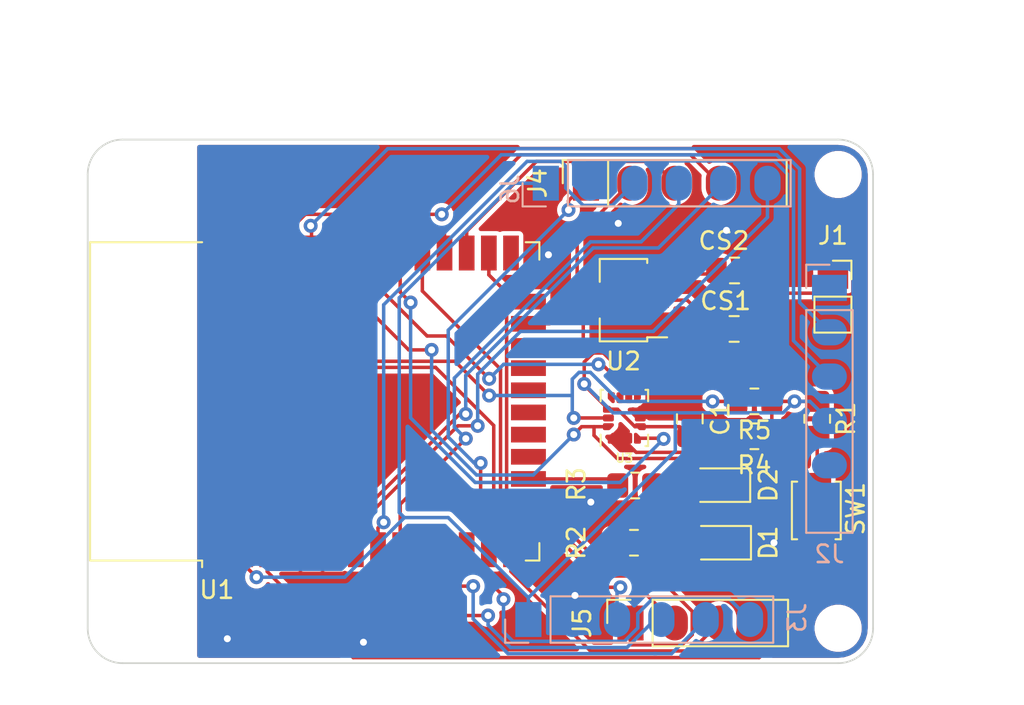
<source format=kicad_pcb>
(kicad_pcb (version 20171130) (host pcbnew "(5.1.12)-1")

  (general
    (thickness 1.6)
    (drawings 14)
    (tracks 363)
    (zones 0)
    (modules 24)
    (nets 29)
  )

  (page A4)
  (layers
    (0 F.Cu signal)
    (31 B.Cu signal)
    (32 B.Adhes user)
    (33 F.Adhes user)
    (34 B.Paste user)
    (35 F.Paste user)
    (36 B.SilkS user)
    (37 F.SilkS user)
    (38 B.Mask user)
    (39 F.Mask user)
    (40 Dwgs.User user)
    (41 Cmts.User user)
    (42 Eco1.User user)
    (43 Eco2.User user)
    (44 Edge.Cuts user)
    (45 Margin user)
    (46 B.CrtYd user)
    (47 F.CrtYd user)
    (48 B.Fab user)
    (49 F.Fab user)
  )

  (setup
    (last_trace_width 0.2)
    (user_trace_width 0.2)
    (trace_clearance 0.15)
    (zone_clearance 0.254)
    (zone_45_only no)
    (trace_min 0.2)
    (via_size 0.8)
    (via_drill 0.4)
    (via_min_size 0.4)
    (via_min_drill 0.3)
    (uvia_size 0.3)
    (uvia_drill 0.1)
    (uvias_allowed no)
    (uvia_min_size 0.2)
    (uvia_min_drill 0.1)
    (edge_width 0.1)
    (segment_width 0.2)
    (pcb_text_width 0.3)
    (pcb_text_size 1.5 1.5)
    (mod_edge_width 0.15)
    (mod_text_size 1 1)
    (mod_text_width 0.15)
    (pad_size 1.524 1.524)
    (pad_drill 0.762)
    (pad_to_mask_clearance 0)
    (aux_axis_origin 0 0)
    (visible_elements 7FFDFFFF)
    (pcbplotparams
      (layerselection 0x010fc_ffffffff)
      (usegerberextensions false)
      (usegerberattributes true)
      (usegerberadvancedattributes true)
      (creategerberjobfile true)
      (excludeedgelayer true)
      (linewidth 0.100000)
      (plotframeref false)
      (viasonmask false)
      (mode 1)
      (useauxorigin false)
      (hpglpennumber 1)
      (hpglpenspeed 20)
      (hpglpendiameter 15.000000)
      (psnegative false)
      (psa4output false)
      (plotreference true)
      (plotvalue true)
      (plotinvisibletext false)
      (padsonsilk false)
      (subtractmaskfromsilk false)
      (outputformat 1)
      (mirror false)
      (drillshape 1)
      (scaleselection 1)
      (outputdirectory ""))
  )

  (net 0 "")
  (net 1 GND)
  (net 2 +3V3)
  (net 3 +3V8)
  (net 4 "Net-(D1-Pad2)")
  (net 5 "Net-(D2-Pad2)")
  (net 6 /TX)
  (net 7 /RX)
  (net 8 /AUX_1)
  (net 9 /AUX_2)
  (net 10 /AUX_3)
  (net 11 /AUX_4)
  (net 12 /1_1)
  (net 13 /1_2)
  (net 14 /1_3)
  (net 15 /1_4)
  (net 16 /2_1)
  (net 17 /2_2)
  (net 18 /2_3)
  (net 19 /AUX_5)
  (net 20 /AUX_6)
  (net 21 /AUX_7)
  (net 22 /AUX_8)
  (net 23 /RESET)
  (net 24 /LED)
  (net 25 SCL)
  (net 26 SDA)
  (net 27 INT2)
  (net 28 INT1)

  (net_class Default "This is the default net class."
    (clearance 0.15)
    (trace_width 0.2)
    (via_dia 0.8)
    (via_drill 0.4)
    (uvia_dia 0.3)
    (uvia_drill 0.1)
    (add_net +3V3)
    (add_net +3V8)
    (add_net /1_1)
    (add_net /1_2)
    (add_net /1_3)
    (add_net /1_4)
    (add_net /2_1)
    (add_net /2_2)
    (add_net /2_3)
    (add_net /AUX_1)
    (add_net /AUX_2)
    (add_net /AUX_3)
    (add_net /AUX_4)
    (add_net /AUX_5)
    (add_net /AUX_6)
    (add_net /AUX_7)
    (add_net /AUX_8)
    (add_net /LED)
    (add_net /RESET)
    (add_net /RX)
    (add_net /TX)
    (add_net GND)
    (add_net INT1)
    (add_net INT2)
    (add_net "Net-(D1-Pad2)")
    (add_net "Net-(D2-Pad2)")
    (add_net SCL)
    (add_net SDA)
  )

  (module Board:SolderWire_1x05_P2.54mm (layer F.Cu) (tedit 62283C6C) (tstamp 63A2F21D)
    (at 148.55 82.5 90)
    (descr "Through hole straight socket strip, 1x06, 2.54mm pitch, single row (from Kicad 4.0.7), script generated")
    (tags "Through hole socket strip THT 1x06 2.54mm single row")
    (path /6238D871)
    (fp_text reference J4 (at 0 -2.77 90) (layer F.SilkS)
      (effects (font (size 1 1) (thickness 0.15)))
    )
    (fp_text value Conn_01x05 (at 0 15.47 90) (layer F.Fab)
      (effects (font (size 1 1) (thickness 0.15)))
    )
    (fp_line (start -1.8 12) (end -1.8 -1.8) (layer F.CrtYd) (width 0.05))
    (fp_line (start 1.75 12) (end -1.8 12) (layer F.CrtYd) (width 0.05))
    (fp_line (start 1.75 -1.8) (end 1.75 12) (layer F.CrtYd) (width 0.05))
    (fp_line (start -1.8 -1.8) (end 1.75 -1.8) (layer F.CrtYd) (width 0.05))
    (fp_line (start 0 -1.33) (end 1.33 -1.33) (layer F.SilkS) (width 0.12))
    (fp_line (start 1.33 -1.33) (end 1.33 0) (layer F.SilkS) (width 0.12))
    (fp_line (start 1.33 1.27) (end 1.33 11.5) (layer F.SilkS) (width 0.12))
    (fp_line (start -1.33 11.5) (end 1.33 11.5) (layer F.SilkS) (width 0.12))
    (fp_line (start -1.33 1.27) (end -1.33 11.5) (layer F.SilkS) (width 0.12))
    (fp_line (start -1.33 1.27) (end 1.33 1.27) (layer F.SilkS) (width 0.12))
    (fp_line (start -1.27 11.5) (end -1.27 -1.27) (layer F.Fab) (width 0.1))
    (fp_line (start 1.27 11.5) (end -1.27 11.5) (layer F.Fab) (width 0.1))
    (fp_line (start 1.27 -0.635) (end 1.27 11.5) (layer F.Fab) (width 0.1))
    (fp_line (start 0.635 -1.27) (end 1.27 -0.635) (layer F.Fab) (width 0.1))
    (fp_line (start -1.27 -1.27) (end 0.635 -1.27) (layer F.Fab) (width 0.1))
    (fp_text user %R (at -2 6.35) (layer F.Fab)
      (effects (font (size 1 1) (thickness 0.15)))
    )
    (pad 1 smd rect (at 0 0 90) (size 2 1.5) (layers F.Cu F.Paste F.Mask)
      (net 12 /1_1))
    (pad 2 smd oval (at 0 2.54 90) (size 2 1.5) (layers F.Cu F.Paste F.Mask)
      (net 13 /1_2))
    (pad 3 smd oval (at 0 5.08 90) (size 2 1.5) (layers F.Cu F.Paste F.Mask)
      (net 14 /1_3))
    (pad 4 smd oval (at 0 7.62 90) (size 2 1.5) (layers F.Cu F.Paste F.Mask)
      (net 15 /1_4))
    (pad 5 smd oval (at 0 10.16 90) (size 2 1.5) (layers F.Cu F.Paste F.Mask)
      (net 1 GND))
  )

  (module Resistor_SMD:R_0805_2012Metric_Pad1.20x1.40mm_HandSolder (layer F.Cu) (tedit 5F68FEEE) (tstamp 63B09A6D)
    (at 158.2 95 180)
    (descr "Resistor SMD 0805 (2012 Metric), square (rectangular) end terminal, IPC_7351 nominal with elongated pad for handsoldering. (Body size source: IPC-SM-782 page 72, https://www.pcb-3d.com/wordpress/wp-content/uploads/ipc-sm-782a_amendment_1_and_2.pdf), generated with kicad-footprint-generator")
    (tags "resistor handsolder")
    (path /63ACA50B/63B123DC)
    (attr smd)
    (fp_text reference R5 (at 0 -1.65) (layer F.SilkS)
      (effects (font (size 1 1) (thickness 0.15)))
    )
    (fp_text value 10k (at 0 1.65) (layer F.Fab)
      (effects (font (size 1 1) (thickness 0.15)))
    )
    (fp_text user %R (at 0 0) (layer F.Fab)
      (effects (font (size 0.5 0.5) (thickness 0.08)))
    )
    (fp_line (start -1 0.625) (end -1 -0.625) (layer F.Fab) (width 0.1))
    (fp_line (start -1 -0.625) (end 1 -0.625) (layer F.Fab) (width 0.1))
    (fp_line (start 1 -0.625) (end 1 0.625) (layer F.Fab) (width 0.1))
    (fp_line (start 1 0.625) (end -1 0.625) (layer F.Fab) (width 0.1))
    (fp_line (start -0.227064 -0.735) (end 0.227064 -0.735) (layer F.SilkS) (width 0.12))
    (fp_line (start -0.227064 0.735) (end 0.227064 0.735) (layer F.SilkS) (width 0.12))
    (fp_line (start -1.85 0.95) (end -1.85 -0.95) (layer F.CrtYd) (width 0.05))
    (fp_line (start -1.85 -0.95) (end 1.85 -0.95) (layer F.CrtYd) (width 0.05))
    (fp_line (start 1.85 -0.95) (end 1.85 0.95) (layer F.CrtYd) (width 0.05))
    (fp_line (start 1.85 0.95) (end -1.85 0.95) (layer F.CrtYd) (width 0.05))
    (pad 2 smd roundrect (at 1 0 180) (size 1.2 1.4) (layers F.Cu F.Paste F.Mask) (roundrect_rratio 0.208333)
      (net 25 SCL))
    (pad 1 smd roundrect (at -1 0 180) (size 1.2 1.4) (layers F.Cu F.Paste F.Mask) (roundrect_rratio 0.208333)
      (net 2 +3V3))
    (model ${KISYS3DMOD}/Resistor_SMD.3dshapes/R_0805_2012Metric.wrl
      (at (xyz 0 0 0))
      (scale (xyz 1 1 1))
      (rotate (xyz 0 0 0))
    )
  )

  (module Resistor_SMD:R_0805_2012Metric_Pad1.20x1.40mm_HandSolder (layer F.Cu) (tedit 5F68FEEE) (tstamp 63B09A5C)
    (at 158.2 97 180)
    (descr "Resistor SMD 0805 (2012 Metric), square (rectangular) end terminal, IPC_7351 nominal with elongated pad for handsoldering. (Body size source: IPC-SM-782 page 72, https://www.pcb-3d.com/wordpress/wp-content/uploads/ipc-sm-782a_amendment_1_and_2.pdf), generated with kicad-footprint-generator")
    (tags "resistor handsolder")
    (path /63ACA50B/63B080DE)
    (attr smd)
    (fp_text reference R4 (at 0 -1.65) (layer F.SilkS)
      (effects (font (size 1 1) (thickness 0.15)))
    )
    (fp_text value 10k (at 0 1.65) (layer F.Fab)
      (effects (font (size 1 1) (thickness 0.15)))
    )
    (fp_text user %R (at 0 0) (layer F.Fab)
      (effects (font (size 0.5 0.5) (thickness 0.08)))
    )
    (fp_line (start -1 0.625) (end -1 -0.625) (layer F.Fab) (width 0.1))
    (fp_line (start -1 -0.625) (end 1 -0.625) (layer F.Fab) (width 0.1))
    (fp_line (start 1 -0.625) (end 1 0.625) (layer F.Fab) (width 0.1))
    (fp_line (start 1 0.625) (end -1 0.625) (layer F.Fab) (width 0.1))
    (fp_line (start -0.227064 -0.735) (end 0.227064 -0.735) (layer F.SilkS) (width 0.12))
    (fp_line (start -0.227064 0.735) (end 0.227064 0.735) (layer F.SilkS) (width 0.12))
    (fp_line (start -1.85 0.95) (end -1.85 -0.95) (layer F.CrtYd) (width 0.05))
    (fp_line (start -1.85 -0.95) (end 1.85 -0.95) (layer F.CrtYd) (width 0.05))
    (fp_line (start 1.85 -0.95) (end 1.85 0.95) (layer F.CrtYd) (width 0.05))
    (fp_line (start 1.85 0.95) (end -1.85 0.95) (layer F.CrtYd) (width 0.05))
    (pad 2 smd roundrect (at 1 0 180) (size 1.2 1.4) (layers F.Cu F.Paste F.Mask) (roundrect_rratio 0.208333)
      (net 26 SDA))
    (pad 1 smd roundrect (at -1 0 180) (size 1.2 1.4) (layers F.Cu F.Paste F.Mask) (roundrect_rratio 0.208333)
      (net 2 +3V3))
    (model ${KISYS3DMOD}/Resistor_SMD.3dshapes/R_0805_2012Metric.wrl
      (at (xyz 0 0 0))
      (scale (xyz 1 1 1))
      (rotate (xyz 0 0 0))
    )
  )

  (module Package_LGA:LGA-14_3x2.5mm_P0.5mm_LayoutBorder3x4y (layer F.Cu) (tedit 5D9F7937) (tstamp 63A2F342)
    (at 150.75 95.95 90)
    (descr "LGA, 14 Pin (http://www.st.com/resource/en/datasheet/lsm6ds3.pdf), generated with kicad-footprint-generator ipc_noLead_generator.py")
    (tags "LGA NoLead")
    (path /63ACA50B/63A2B005)
    (attr smd)
    (fp_text reference U3 (at -2.3 0 180) (layer F.SilkS)
      (effects (font (size 0.5 0.5) (thickness 0.1)))
    )
    (fp_text value LSM6DS3 (at 0 2.2 90) (layer F.Fab)
      (effects (font (size 1 1) (thickness 0.15)))
    )
    (fp_line (start 0.96 -1.36) (end 1.61 -1.36) (layer F.SilkS) (width 0.12))
    (fp_line (start 1.61 -1.36) (end 1.61 -1.21) (layer F.SilkS) (width 0.12))
    (fp_line (start -0.96 1.36) (end -1.61 1.36) (layer F.SilkS) (width 0.12))
    (fp_line (start -1.61 1.36) (end -1.61 1.21) (layer F.SilkS) (width 0.12))
    (fp_line (start 0.96 1.36) (end 1.61 1.36) (layer F.SilkS) (width 0.12))
    (fp_line (start 1.61 1.36) (end 1.61 1.21) (layer F.SilkS) (width 0.12))
    (fp_line (start -0.96 -1.36) (end -1.61 -1.36) (layer F.SilkS) (width 0.12))
    (fp_line (start -0.875 -1.25) (end 1.5 -1.25) (layer F.Fab) (width 0.1))
    (fp_line (start 1.5 -1.25) (end 1.5 1.25) (layer F.Fab) (width 0.1))
    (fp_line (start 1.5 1.25) (end -1.5 1.25) (layer F.Fab) (width 0.1))
    (fp_line (start -1.5 1.25) (end -1.5 -0.625) (layer F.Fab) (width 0.1))
    (fp_line (start -1.5 -0.625) (end -0.875 -1.25) (layer F.Fab) (width 0.1))
    (fp_line (start -1.75 -1.5) (end -1.75 1.5) (layer F.CrtYd) (width 0.05))
    (fp_line (start -1.75 1.5) (end 1.75 1.5) (layer F.CrtYd) (width 0.05))
    (fp_line (start 1.75 1.5) (end 1.75 -1.5) (layer F.CrtYd) (width 0.05))
    (fp_line (start 1.75 -1.5) (end -1.75 -1.5) (layer F.CrtYd) (width 0.05))
    (fp_text user %R (at 0 0 90) (layer F.Fab)
      (effects (font (size 0.75 0.75) (thickness 0.11)))
    )
    (pad 14 smd custom (at -0.5 -0.9125 90) (size 0.223223 0.223223) (layers F.Cu F.Paste F.Mask)
      (net 26 SDA)
      (options (clearance outline) (anchor circle))
      (primitives
        (gr_poly (pts
           (xy -0.125 -0.2375) (xy 0.125 -0.2375) (xy 0.125 0.2375) (xy 0.081066 0.2375) (xy -0.125 0.031434)
) (width 0.15))
      ))
    (pad 13 smd roundrect (at 0 -0.9125 90) (size 0.4 0.625) (layers F.Cu F.Paste F.Mask) (roundrect_rratio 0.25)
      (net 25 SCL))
    (pad 12 smd custom (at 0.5 -0.9125 90) (size 0.223223 0.223223) (layers F.Cu F.Paste F.Mask)
      (net 2 +3V3)
      (options (clearance outline) (anchor circle))
      (primitives
        (gr_poly (pts
           (xy -0.125 -0.2375) (xy 0.125 -0.2375) (xy 0.125 0.031434) (xy -0.081066 0.2375) (xy -0.125 0.2375)
) (width 0.15))
      ))
    (pad 11 smd custom (at 1.1625 -0.75 90) (size 0.223223 0.223223) (layers F.Cu F.Paste F.Mask)
      (options (clearance outline) (anchor circle))
      (primitives
        (gr_poly (pts
           (xy -0.2375 0.081066) (xy -0.031434 -0.125) (xy 0.2375 -0.125) (xy 0.2375 0.125) (xy -0.2375 0.125)
) (width 0.15))
      ))
    (pad 10 smd roundrect (at 1.1625 -0.25 90) (size 0.625 0.4) (layers F.Cu F.Paste F.Mask) (roundrect_rratio 0.25))
    (pad 9 smd roundrect (at 1.1625 0.25 90) (size 0.625 0.4) (layers F.Cu F.Paste F.Mask) (roundrect_rratio 0.25)
      (net 27 INT2))
    (pad 8 smd custom (at 1.1625 0.75 90) (size 0.223223 0.223223) (layers F.Cu F.Paste F.Mask)
      (net 2 +3V3)
      (options (clearance outline) (anchor circle))
      (primitives
        (gr_poly (pts
           (xy -0.2375 -0.125) (xy 0.2375 -0.125) (xy 0.2375 0.125) (xy -0.031434 0.125) (xy -0.2375 -0.081066)
) (width 0.15))
      ))
    (pad 7 smd custom (at 0.5 0.9125 90) (size 0.223223 0.223223) (layers F.Cu F.Paste F.Mask)
      (net 1 GND)
      (options (clearance outline) (anchor circle))
      (primitives
        (gr_poly (pts
           (xy -0.125 -0.2375) (xy -0.081066 -0.2375) (xy 0.125 -0.031434) (xy 0.125 0.2375) (xy -0.125 0.2375)
) (width 0.15))
      ))
    (pad 6 smd roundrect (at 0 0.9125 90) (size 0.4 0.625) (layers F.Cu F.Paste F.Mask) (roundrect_rratio 0.25)
      (net 1 GND))
    (pad 5 smd custom (at -0.5 0.9125 90) (size 0.223223 0.223223) (layers F.Cu F.Paste F.Mask)
      (net 2 +3V3)
      (options (clearance outline) (anchor circle))
      (primitives
        (gr_poly (pts
           (xy -0.125 -0.031434) (xy 0.081066 -0.2375) (xy 0.125 -0.2375) (xy 0.125 0.2375) (xy -0.125 0.2375)
) (width 0.15))
      ))
    (pad 4 smd custom (at -1.1625 0.75 90) (size 0.223223 0.223223) (layers F.Cu F.Paste F.Mask)
      (net 28 INT1)
      (options (clearance outline) (anchor circle))
      (primitives
        (gr_poly (pts
           (xy -0.2375 -0.125) (xy 0.2375 -0.125) (xy 0.2375 -0.081066) (xy 0.031434 0.125) (xy -0.2375 0.125)
) (width 0.15))
      ))
    (pad 3 smd roundrect (at -1.1625 0.25 90) (size 0.625 0.4) (layers F.Cu F.Paste F.Mask) (roundrect_rratio 0.25)
      (net 1 GND))
    (pad 2 smd roundrect (at -1.1625 -0.25 90) (size 0.625 0.4) (layers F.Cu F.Paste F.Mask) (roundrect_rratio 0.25)
      (net 1 GND))
    (pad 1 smd custom (at -1.1625 -0.75 90) (size 0.223223 0.223223) (layers F.Cu F.Paste F.Mask)
      (net 1 GND)
      (options (clearance outline) (anchor circle))
      (primitives
        (gr_poly (pts
           (xy -0.2375 -0.125) (xy 0.031434 -0.125) (xy 0.2375 0.081066) (xy 0.2375 0.125) (xy -0.2375 0.125)
) (width 0.15))
      ))
    (model ${KISYS3DMOD}/Package_LGA.3dshapes/LGA-14_3x2.5mm_P0.5mm_LayoutBorder3x4y.wrl
      (at (xyz 0 0 0))
      (scale (xyz 1 1 1))
      (rotate (xyz 0 0 0))
    )
  )

  (module Package_TO_SOT_SMD:SOT-89-3 (layer F.Cu) (tedit 5C33D6E8) (tstamp 63A2F31F)
    (at 151 89.2 180)
    (descr "SOT-89-3, http://ww1.microchip.com/downloads/en/DeviceDoc/3L_SOT-89_MB_C04-029C.pdf")
    (tags SOT-89-3)
    (path /621150C1)
    (attr smd)
    (fp_text reference U2 (at 0.3 -3.5) (layer F.SilkS)
      (effects (font (size 1 1) (thickness 0.15)))
    )
    (fp_text value HT7533-1-SOT89 (at 0.3 3.5) (layer F.Fab)
      (effects (font (size 1 1) (thickness 0.15)))
    )
    (fp_line (start 1.66 1.05) (end 1.66 2.36) (layer F.SilkS) (width 0.12))
    (fp_line (start 1.66 2.36) (end -1.06 2.36) (layer F.SilkS) (width 0.12))
    (fp_line (start -2.2 -2.13) (end -1.06 -2.13) (layer F.SilkS) (width 0.12))
    (fp_line (start 1.66 -2.36) (end 1.66 -1.05) (layer F.SilkS) (width 0.12))
    (fp_line (start -0.95 -1.25) (end 0.05 -2.25) (layer F.Fab) (width 0.1))
    (fp_line (start 1.55 -2.25) (end 1.55 2.25) (layer F.Fab) (width 0.1))
    (fp_line (start 1.55 2.25) (end -0.95 2.25) (layer F.Fab) (width 0.1))
    (fp_line (start -0.95 2.25) (end -0.95 -1.25) (layer F.Fab) (width 0.1))
    (fp_line (start 0.05 -2.25) (end 1.55 -2.25) (layer F.Fab) (width 0.1))
    (fp_line (start 2.55 -2.5) (end 2.55 2.5) (layer F.CrtYd) (width 0.05))
    (fp_line (start 2.55 -2.5) (end -2.55 -2.5) (layer F.CrtYd) (width 0.05))
    (fp_line (start -2.55 2.5) (end 2.55 2.5) (layer F.CrtYd) (width 0.05))
    (fp_line (start -2.55 2.5) (end -2.55 -2.5) (layer F.CrtYd) (width 0.05))
    (fp_line (start -1.06 -2.36) (end 1.66 -2.36) (layer F.SilkS) (width 0.12))
    (fp_line (start -1.06 -2.36) (end -1.06 -2.13) (layer F.SilkS) (width 0.12))
    (fp_line (start -1.06 2.36) (end -1.06 2.13) (layer F.SilkS) (width 0.12))
    (fp_text user %R (at 0.5 0 90) (layer F.Fab)
      (effects (font (size 1 1) (thickness 0.15)))
    )
    (pad 2 smd custom (at -1.5625 0 180) (size 1.475 0.9) (layers F.Cu F.Paste F.Mask)
      (net 3 +3V8) (zone_connect 2)
      (options (clearance outline) (anchor rect))
      (primitives
        (gr_poly (pts
           (xy 0.7375 -0.8665) (xy 3.8625 -0.8665) (xy 3.8625 0.8665) (xy 0.7375 0.8665)) (width 0))
      ))
    (pad 3 smd rect (at -1.65 1.5 180) (size 1.3 0.9) (layers F.Cu F.Paste F.Mask)
      (net 2 +3V3))
    (pad 1 smd rect (at -1.65 -1.5 180) (size 1.3 0.9) (layers F.Cu F.Paste F.Mask)
      (net 1 GND))
    (model ${KISYS3DMOD}/Package_TO_SOT_SMD.3dshapes/SOT-89-3.wrl
      (at (xyz 0 0 0))
      (scale (xyz 1 1 1))
      (rotate (xyz 0 0 0))
    )
  )

  (module RF_Module:ESP32-WROOM-32 (layer F.Cu) (tedit 5B5B4654) (tstamp 63A2F307)
    (at 136 95 90)
    (descr "Single 2.4 GHz Wi-Fi and Bluetooth combo chip https://www.espressif.com/sites/default/files/documentation/esp32-wroom-32_datasheet_en.pdf")
    (tags "Single 2.4 GHz Wi-Fi and Bluetooth combo  chip")
    (path /63A5C5A3)
    (attr smd)
    (fp_text reference U1 (at -10.8 -8.6) (layer F.SilkS)
      (effects (font (size 1 1) (thickness 0.15)))
    )
    (fp_text value ESP32-WROOM-32 (at 0 11.5 90) (layer F.Fab)
      (effects (font (size 1 1) (thickness 0.15)))
    )
    (fp_line (start -14 -9.97) (end -14 -20.75) (layer Dwgs.User) (width 0.1))
    (fp_line (start 9 9.76) (end 9 -15.745) (layer F.Fab) (width 0.1))
    (fp_line (start -9 9.76) (end 9 9.76) (layer F.Fab) (width 0.1))
    (fp_line (start -9 -15.745) (end -9 -10.02) (layer F.Fab) (width 0.1))
    (fp_line (start -9 -15.745) (end 9 -15.745) (layer F.Fab) (width 0.1))
    (fp_line (start -9.75 10.5) (end -9.75 -9.72) (layer F.CrtYd) (width 0.05))
    (fp_line (start -9.75 10.5) (end 9.75 10.5) (layer F.CrtYd) (width 0.05))
    (fp_line (start 9.75 -9.72) (end 9.75 10.5) (layer F.CrtYd) (width 0.05))
    (fp_line (start -14.25 -21) (end 14.25 -21) (layer F.CrtYd) (width 0.05))
    (fp_line (start -9 -9.02) (end -9 9.76) (layer F.Fab) (width 0.1))
    (fp_line (start -8.5 -9.52) (end -9 -10.02) (layer F.Fab) (width 0.1))
    (fp_line (start -9 -9.02) (end -8.5 -9.52) (layer F.Fab) (width 0.1))
    (fp_line (start 14 -9.97) (end -14 -9.97) (layer Dwgs.User) (width 0.1))
    (fp_line (start 14 -9.97) (end 14 -20.75) (layer Dwgs.User) (width 0.1))
    (fp_line (start 14 -20.75) (end -14 -20.75) (layer Dwgs.User) (width 0.1))
    (fp_line (start -14.25 -21) (end -14.25 -9.72) (layer F.CrtYd) (width 0.05))
    (fp_line (start 14.25 -21) (end 14.25 -9.72) (layer F.CrtYd) (width 0.05))
    (fp_line (start -14.25 -9.72) (end -9.75 -9.72) (layer F.CrtYd) (width 0.05))
    (fp_line (start 9.75 -9.72) (end 14.25 -9.72) (layer F.CrtYd) (width 0.05))
    (fp_line (start -12.525 -20.75) (end -14 -19.66) (layer Dwgs.User) (width 0.1))
    (fp_line (start -10.525 -20.75) (end -14 -18.045) (layer Dwgs.User) (width 0.1))
    (fp_line (start -8.525 -20.75) (end -14 -16.43) (layer Dwgs.User) (width 0.1))
    (fp_line (start -6.525 -20.75) (end -14 -14.815) (layer Dwgs.User) (width 0.1))
    (fp_line (start -4.525 -20.75) (end -14 -13.2) (layer Dwgs.User) (width 0.1))
    (fp_line (start -2.525 -20.75) (end -14 -11.585) (layer Dwgs.User) (width 0.1))
    (fp_line (start -0.525 -20.75) (end -14 -9.97) (layer Dwgs.User) (width 0.1))
    (fp_line (start 1.475 -20.75) (end -12 -9.97) (layer Dwgs.User) (width 0.1))
    (fp_line (start 3.475 -20.75) (end -10 -9.97) (layer Dwgs.User) (width 0.1))
    (fp_line (start -8 -9.97) (end 5.475 -20.75) (layer Dwgs.User) (width 0.1))
    (fp_line (start 7.475 -20.75) (end -6 -9.97) (layer Dwgs.User) (width 0.1))
    (fp_line (start 9.475 -20.75) (end -4 -9.97) (layer Dwgs.User) (width 0.1))
    (fp_line (start 11.475 -20.75) (end -2 -9.97) (layer Dwgs.User) (width 0.1))
    (fp_line (start 13.475 -20.75) (end 0 -9.97) (layer Dwgs.User) (width 0.1))
    (fp_line (start 14 -19.66) (end 2 -9.97) (layer Dwgs.User) (width 0.1))
    (fp_line (start 14 -18.045) (end 4 -9.97) (layer Dwgs.User) (width 0.1))
    (fp_line (start 14 -16.43) (end 6 -9.97) (layer Dwgs.User) (width 0.1))
    (fp_line (start 14 -14.815) (end 8 -9.97) (layer Dwgs.User) (width 0.1))
    (fp_line (start 14 -13.2) (end 10 -9.97) (layer Dwgs.User) (width 0.1))
    (fp_line (start 14 -11.585) (end 12 -9.97) (layer Dwgs.User) (width 0.1))
    (fp_line (start 9.2 -13.875) (end 13.8 -13.875) (layer Cmts.User) (width 0.1))
    (fp_line (start 13.8 -13.875) (end 13.6 -14.075) (layer Cmts.User) (width 0.1))
    (fp_line (start 13.8 -13.875) (end 13.6 -13.675) (layer Cmts.User) (width 0.1))
    (fp_line (start 9.2 -13.875) (end 9.4 -14.075) (layer Cmts.User) (width 0.1))
    (fp_line (start 9.2 -13.875) (end 9.4 -13.675) (layer Cmts.User) (width 0.1))
    (fp_line (start -13.8 -13.875) (end -13.6 -14.075) (layer Cmts.User) (width 0.1))
    (fp_line (start -13.8 -13.875) (end -13.6 -13.675) (layer Cmts.User) (width 0.1))
    (fp_line (start -9.2 -13.875) (end -9.4 -13.675) (layer Cmts.User) (width 0.1))
    (fp_line (start -13.8 -13.875) (end -9.2 -13.875) (layer Cmts.User) (width 0.1))
    (fp_line (start -9.2 -13.875) (end -9.4 -14.075) (layer Cmts.User) (width 0.1))
    (fp_line (start 8.4 -16) (end 8.2 -16.2) (layer Cmts.User) (width 0.1))
    (fp_line (start 8.4 -16) (end 8.6 -16.2) (layer Cmts.User) (width 0.1))
    (fp_line (start 8.4 -20.6) (end 8.6 -20.4) (layer Cmts.User) (width 0.1))
    (fp_line (start 8.4 -16) (end 8.4 -20.6) (layer Cmts.User) (width 0.1))
    (fp_line (start 8.4 -20.6) (end 8.2 -20.4) (layer Cmts.User) (width 0.1))
    (fp_line (start -9.12 9.1) (end -9.12 9.88) (layer F.SilkS) (width 0.12))
    (fp_line (start -9.12 9.88) (end -8.12 9.88) (layer F.SilkS) (width 0.12))
    (fp_line (start 9.12 9.1) (end 9.12 9.88) (layer F.SilkS) (width 0.12))
    (fp_line (start 9.12 9.88) (end 8.12 9.88) (layer F.SilkS) (width 0.12))
    (fp_line (start -9.12 -15.865) (end 9.12 -15.865) (layer F.SilkS) (width 0.12))
    (fp_line (start 9.12 -15.865) (end 9.12 -9.445) (layer F.SilkS) (width 0.12))
    (fp_line (start -9.12 -15.865) (end -9.12 -9.445) (layer F.SilkS) (width 0.12))
    (fp_line (start -9.12 -9.445) (end -9.5 -9.445) (layer F.SilkS) (width 0.12))
    (fp_text user "5 mm" (at 7.8 -19.075) (layer Cmts.User)
      (effects (font (size 0.5 0.5) (thickness 0.1)))
    )
    (fp_text user "5 mm" (at -11.2 -14.375 90) (layer Cmts.User)
      (effects (font (size 0.5 0.5) (thickness 0.1)))
    )
    (fp_text user "5 mm" (at 11.8 -14.375 90) (layer Cmts.User)
      (effects (font (size 0.5 0.5) (thickness 0.1)))
    )
    (fp_text user Antenna (at 0 -13 90) (layer Cmts.User)
      (effects (font (size 1 1) (thickness 0.15)))
    )
    (fp_text user "KEEP-OUT ZONE" (at 0 -19 90) (layer Cmts.User)
      (effects (font (size 1 1) (thickness 0.15)))
    )
    (fp_text user %R (at 0 0 90) (layer F.Fab)
      (effects (font (size 1 1) (thickness 0.15)))
    )
    (pad 38 smd rect (at 8.5 -8.255 90) (size 2 0.9) (layers F.Cu F.Paste F.Mask)
      (net 1 GND))
    (pad 37 smd rect (at 8.5 -6.985 90) (size 2 0.9) (layers F.Cu F.Paste F.Mask)
      (net 8 /AUX_1))
    (pad 36 smd rect (at 8.5 -5.715 90) (size 2 0.9) (layers F.Cu F.Paste F.Mask)
      (net 25 SCL))
    (pad 35 smd rect (at 8.5 -4.445 90) (size 2 0.9) (layers F.Cu F.Paste F.Mask)
      (net 7 /RX))
    (pad 34 smd rect (at 8.5 -3.175 90) (size 2 0.9) (layers F.Cu F.Paste F.Mask)
      (net 6 /TX))
    (pad 33 smd rect (at 8.5 -1.905 90) (size 2 0.9) (layers F.Cu F.Paste F.Mask)
      (net 26 SDA))
    (pad 32 smd rect (at 8.5 -0.635 90) (size 2 0.9) (layers F.Cu F.Paste F.Mask))
    (pad 31 smd rect (at 8.5 0.635 90) (size 2 0.9) (layers F.Cu F.Paste F.Mask)
      (net 27 INT2))
    (pad 30 smd rect (at 8.5 1.905 90) (size 2 0.9) (layers F.Cu F.Paste F.Mask)
      (net 28 INT1))
    (pad 29 smd rect (at 8.5 3.175 90) (size 2 0.9) (layers F.Cu F.Paste F.Mask)
      (net 17 /2_2))
    (pad 28 smd rect (at 8.5 4.445 90) (size 2 0.9) (layers F.Cu F.Paste F.Mask)
      (net 15 /1_4))
    (pad 27 smd rect (at 8.5 5.715 90) (size 2 0.9) (layers F.Cu F.Paste F.Mask)
      (net 14 /1_3))
    (pad 26 smd rect (at 8.5 6.985 90) (size 2 0.9) (layers F.Cu F.Paste F.Mask)
      (net 16 /2_1))
    (pad 25 smd rect (at 8.5 8.255 90) (size 2 0.9) (layers F.Cu F.Paste F.Mask))
    (pad 24 smd rect (at 5.715 9.255 180) (size 2 0.9) (layers F.Cu F.Paste F.Mask))
    (pad 23 smd rect (at 4.445 9.255 180) (size 2 0.9) (layers F.Cu F.Paste F.Mask)
      (net 13 /1_2))
    (pad 22 smd rect (at 3.175 9.255 180) (size 2 0.9) (layers F.Cu F.Paste F.Mask))
    (pad 21 smd rect (at 1.905 9.255 180) (size 2 0.9) (layers F.Cu F.Paste F.Mask))
    (pad 20 smd rect (at 0.635 9.255 180) (size 2 0.9) (layers F.Cu F.Paste F.Mask))
    (pad 19 smd rect (at -0.635 9.255 180) (size 2 0.9) (layers F.Cu F.Paste F.Mask))
    (pad 18 smd rect (at -1.905 9.255 180) (size 2 0.9) (layers F.Cu F.Paste F.Mask))
    (pad 17 smd rect (at -3.175 9.255 180) (size 2 0.9) (layers F.Cu F.Paste F.Mask))
    (pad 16 smd rect (at -4.445 9.255 180) (size 2 0.9) (layers F.Cu F.Paste F.Mask)
      (net 24 /LED))
    (pad 15 smd rect (at -5.715 9.255 180) (size 2 0.9) (layers F.Cu F.Paste F.Mask)
      (net 1 GND))
    (pad 14 smd rect (at -8.5 8.255 90) (size 2 0.9) (layers F.Cu F.Paste F.Mask)
      (net 18 /2_3))
    (pad 13 smd rect (at -8.5 6.985 90) (size 2 0.9) (layers F.Cu F.Paste F.Mask)
      (net 12 /1_1))
    (pad 12 smd rect (at -8.5 5.715 90) (size 2 0.9) (layers F.Cu F.Paste F.Mask)
      (net 11 /AUX_4))
    (pad 11 smd rect (at -8.5 4.445 90) (size 2 0.9) (layers F.Cu F.Paste F.Mask)
      (net 10 /AUX_3))
    (pad 10 smd rect (at -8.5 3.175 90) (size 2 0.9) (layers F.Cu F.Paste F.Mask)
      (net 9 /AUX_2))
    (pad 9 smd rect (at -8.5 1.905 90) (size 2 0.9) (layers F.Cu F.Paste F.Mask)
      (net 20 /AUX_6))
    (pad 8 smd rect (at -8.5 0.635 90) (size 2 0.9) (layers F.Cu F.Paste F.Mask)
      (net 19 /AUX_5))
    (pad 7 smd rect (at -8.5 -0.635 90) (size 2 0.9) (layers F.Cu F.Paste F.Mask)
      (net 22 /AUX_8))
    (pad 6 smd rect (at -8.5 -1.905 90) (size 2 0.9) (layers F.Cu F.Paste F.Mask)
      (net 21 /AUX_7))
    (pad 5 smd rect (at -8.5 -3.175 90) (size 2 0.9) (layers F.Cu F.Paste F.Mask))
    (pad 4 smd rect (at -8.5 -4.445 90) (size 2 0.9) (layers F.Cu F.Paste F.Mask))
    (pad 3 smd rect (at -8.5 -5.715 90) (size 2 0.9) (layers F.Cu F.Paste F.Mask)
      (net 23 /RESET))
    (pad 2 smd rect (at -8.5 -6.985 90) (size 2 0.9) (layers F.Cu F.Paste F.Mask)
      (net 2 +3V3))
    (pad 1 smd rect (at -8.5 -8.255 90) (size 2 0.9) (layers F.Cu F.Paste F.Mask)
      (net 1 GND))
    (pad 39 smd rect (at -1 -0.755 90) (size 5 5) (layers F.Cu F.Paste F.Mask)
      (net 1 GND))
    (model ${KISYS3DMOD}/RF_Module.3dshapes/ESP32-WROOM-32.wrl
      (at (xyz 0 0 0))
      (scale (xyz 1 1 1))
      (rotate (xyz 0 0 0))
    )
  )

  (module Button_Switch_SMD:SW_SPST_B3U-1000P (layer F.Cu) (tedit 5A02FC95) (tstamp 63A2F298)
    (at 161.75 101.25 90)
    (descr "Ultra-small-sized Tactile Switch with High Contact Reliability, Top-actuated Model, without Ground Terminal, without Boss")
    (tags "Tactile Switch")
    (path /5D7AC3DB)
    (attr smd)
    (fp_text reference SW1 (at 0.1 2.25 90) (layer F.SilkS)
      (effects (font (size 1 1) (thickness 0.15)))
    )
    (fp_text value RESET (at 0 2.5 90) (layer F.Fab)
      (effects (font (size 1 1) (thickness 0.15)))
    )
    (fp_line (start -2.4 1.65) (end 2.4 1.65) (layer F.CrtYd) (width 0.05))
    (fp_line (start 2.4 1.65) (end 2.4 -1.65) (layer F.CrtYd) (width 0.05))
    (fp_line (start 2.4 -1.65) (end -2.4 -1.65) (layer F.CrtYd) (width 0.05))
    (fp_line (start -2.4 -1.65) (end -2.4 1.65) (layer F.CrtYd) (width 0.05))
    (fp_line (start -1.65 1.1) (end -1.65 1.4) (layer F.SilkS) (width 0.12))
    (fp_line (start -1.65 1.4) (end 1.65 1.4) (layer F.SilkS) (width 0.12))
    (fp_line (start 1.65 1.4) (end 1.65 1.1) (layer F.SilkS) (width 0.12))
    (fp_line (start -1.65 -1.1) (end -1.65 -1.4) (layer F.SilkS) (width 0.12))
    (fp_line (start -1.65 -1.4) (end 1.65 -1.4) (layer F.SilkS) (width 0.12))
    (fp_line (start 1.65 -1.4) (end 1.65 -1.1) (layer F.SilkS) (width 0.12))
    (fp_line (start -1.5 -1.25) (end 1.5 -1.25) (layer F.Fab) (width 0.1))
    (fp_line (start 1.5 -1.25) (end 1.5 1.25) (layer F.Fab) (width 0.1))
    (fp_line (start 1.5 1.25) (end -1.5 1.25) (layer F.Fab) (width 0.1))
    (fp_line (start -1.5 1.25) (end -1.5 -1.25) (layer F.Fab) (width 0.1))
    (fp_circle (center 0 0) (end 0.75 0) (layer F.Fab) (width 0.1))
    (fp_text user %R (at 0 -2.5 90) (layer F.Fab)
      (effects (font (size 1 1) (thickness 0.15)))
    )
    (pad 2 smd rect (at 1.7 0 90) (size 0.9 1.7) (layers F.Cu F.Paste F.Mask)
      (net 23 /RESET))
    (pad 1 smd rect (at -1.7 0 90) (size 0.9 1.7) (layers F.Cu F.Paste F.Mask)
      (net 1 GND))
    (model ${KISYS3DMOD}/Button_Switch_SMD.3dshapes/SW_SPST_B3U-1000P.wrl
      (at (xyz 0 0 0))
      (scale (xyz 1 1 1))
      (rotate (xyz 0 0 0))
    )
  )

  (module Resistor_SMD:R_0805_2012Metric_Pad1.20x1.40mm_HandSolder (layer F.Cu) (tedit 5F68FEEE) (tstamp 63A2F282)
    (at 151.37 99.82)
    (descr "Resistor SMD 0805 (2012 Metric), square (rectangular) end terminal, IPC_7351 nominal with elongated pad for handsoldering. (Body size source: IPC-SM-782 page 72, https://www.pcb-3d.com/wordpress/wp-content/uploads/ipc-sm-782a_amendment_1_and_2.pdf), generated with kicad-footprint-generator")
    (tags "resistor handsolder")
    (path /62C2BE6A)
    (attr smd)
    (fp_text reference R3 (at -3.37 -0.07 90) (layer F.SilkS)
      (effects (font (size 1 1) (thickness 0.15)))
    )
    (fp_text value 1k (at 0 1.65) (layer F.Fab)
      (effects (font (size 1 1) (thickness 0.15)))
    )
    (fp_line (start -1 0.625) (end -1 -0.625) (layer F.Fab) (width 0.1))
    (fp_line (start -1 -0.625) (end 1 -0.625) (layer F.Fab) (width 0.1))
    (fp_line (start 1 -0.625) (end 1 0.625) (layer F.Fab) (width 0.1))
    (fp_line (start 1 0.625) (end -1 0.625) (layer F.Fab) (width 0.1))
    (fp_line (start -0.227064 -0.735) (end 0.227064 -0.735) (layer F.SilkS) (width 0.12))
    (fp_line (start -0.227064 0.735) (end 0.227064 0.735) (layer F.SilkS) (width 0.12))
    (fp_line (start -1.85 0.95) (end -1.85 -0.95) (layer F.CrtYd) (width 0.05))
    (fp_line (start -1.85 -0.95) (end 1.85 -0.95) (layer F.CrtYd) (width 0.05))
    (fp_line (start 1.85 -0.95) (end 1.85 0.95) (layer F.CrtYd) (width 0.05))
    (fp_line (start 1.85 0.95) (end -1.85 0.95) (layer F.CrtYd) (width 0.05))
    (fp_text user %R (at 0 0) (layer F.Fab)
      (effects (font (size 0.5 0.5) (thickness 0.08)))
    )
    (pad 2 smd roundrect (at 1 0) (size 1.2 1.4) (layers F.Cu F.Paste F.Mask) (roundrect_rratio 0.208333)
      (net 5 "Net-(D2-Pad2)"))
    (pad 1 smd roundrect (at -1 0) (size 1.2 1.4) (layers F.Cu F.Paste F.Mask) (roundrect_rratio 0.208333)
      (net 24 /LED))
    (model ${KISYS3DMOD}/Resistor_SMD.3dshapes/R_0805_2012Metric.wrl
      (at (xyz 0 0 0))
      (scale (xyz 1 1 1))
      (rotate (xyz 0 0 0))
    )
  )

  (module Resistor_SMD:R_0805_2012Metric_Pad1.20x1.40mm_HandSolder (layer F.Cu) (tedit 5F68FEEE) (tstamp 63A2F271)
    (at 151.3 103.1)
    (descr "Resistor SMD 0805 (2012 Metric), square (rectangular) end terminal, IPC_7351 nominal with elongated pad for handsoldering. (Body size source: IPC-SM-782 page 72, https://www.pcb-3d.com/wordpress/wp-content/uploads/ipc-sm-782a_amendment_1_and_2.pdf), generated with kicad-footprint-generator")
    (tags "resistor handsolder")
    (path /5D9581E3)
    (attr smd)
    (fp_text reference R2 (at -3.3 0 90) (layer F.SilkS)
      (effects (font (size 1 1) (thickness 0.15)))
    )
    (fp_text value 1k (at 0 1.65) (layer F.Fab)
      (effects (font (size 1 1) (thickness 0.15)))
    )
    (fp_line (start -1 0.625) (end -1 -0.625) (layer F.Fab) (width 0.1))
    (fp_line (start -1 -0.625) (end 1 -0.625) (layer F.Fab) (width 0.1))
    (fp_line (start 1 -0.625) (end 1 0.625) (layer F.Fab) (width 0.1))
    (fp_line (start 1 0.625) (end -1 0.625) (layer F.Fab) (width 0.1))
    (fp_line (start -0.227064 -0.735) (end 0.227064 -0.735) (layer F.SilkS) (width 0.12))
    (fp_line (start -0.227064 0.735) (end 0.227064 0.735) (layer F.SilkS) (width 0.12))
    (fp_line (start -1.85 0.95) (end -1.85 -0.95) (layer F.CrtYd) (width 0.05))
    (fp_line (start -1.85 -0.95) (end 1.85 -0.95) (layer F.CrtYd) (width 0.05))
    (fp_line (start 1.85 -0.95) (end 1.85 0.95) (layer F.CrtYd) (width 0.05))
    (fp_line (start 1.85 0.95) (end -1.85 0.95) (layer F.CrtYd) (width 0.05))
    (fp_text user %R (at 0 0) (layer F.Fab)
      (effects (font (size 0.5 0.5) (thickness 0.08)))
    )
    (pad 2 smd roundrect (at 1 0) (size 1.2 1.4) (layers F.Cu F.Paste F.Mask) (roundrect_rratio 0.208333)
      (net 4 "Net-(D1-Pad2)"))
    (pad 1 smd roundrect (at -1 0) (size 1.2 1.4) (layers F.Cu F.Paste F.Mask) (roundrect_rratio 0.208333)
      (net 2 +3V3))
    (model ${KISYS3DMOD}/Resistor_SMD.3dshapes/R_0805_2012Metric.wrl
      (at (xyz 0 0 0))
      (scale (xyz 1 1 1))
      (rotate (xyz 0 0 0))
    )
  )

  (module Resistor_SMD:R_0805_2012Metric_Pad1.20x1.40mm_HandSolder (layer F.Cu) (tedit 5F68FEEE) (tstamp 63A2F260)
    (at 161.8 96 270)
    (descr "Resistor SMD 0805 (2012 Metric), square (rectangular) end terminal, IPC_7351 nominal with elongated pad for handsoldering. (Body size source: IPC-SM-782 page 72, https://www.pcb-3d.com/wordpress/wp-content/uploads/ipc-sm-782a_amendment_1_and_2.pdf), generated with kicad-footprint-generator")
    (tags "resistor handsolder")
    (path /5D7C1A11)
    (attr smd)
    (fp_text reference R1 (at 0 -1.65 90) (layer F.SilkS)
      (effects (font (size 1 1) (thickness 0.15)))
    )
    (fp_text value 10K (at 0 1.65 90) (layer F.Fab)
      (effects (font (size 1 1) (thickness 0.15)))
    )
    (fp_line (start -1 0.625) (end -1 -0.625) (layer F.Fab) (width 0.1))
    (fp_line (start -1 -0.625) (end 1 -0.625) (layer F.Fab) (width 0.1))
    (fp_line (start 1 -0.625) (end 1 0.625) (layer F.Fab) (width 0.1))
    (fp_line (start 1 0.625) (end -1 0.625) (layer F.Fab) (width 0.1))
    (fp_line (start -0.227064 -0.735) (end 0.227064 -0.735) (layer F.SilkS) (width 0.12))
    (fp_line (start -0.227064 0.735) (end 0.227064 0.735) (layer F.SilkS) (width 0.12))
    (fp_line (start -1.85 0.95) (end -1.85 -0.95) (layer F.CrtYd) (width 0.05))
    (fp_line (start -1.85 -0.95) (end 1.85 -0.95) (layer F.CrtYd) (width 0.05))
    (fp_line (start 1.85 -0.95) (end 1.85 0.95) (layer F.CrtYd) (width 0.05))
    (fp_line (start 1.85 0.95) (end -1.85 0.95) (layer F.CrtYd) (width 0.05))
    (fp_text user %R (at 0 0 90) (layer F.Fab)
      (effects (font (size 0.5 0.5) (thickness 0.08)))
    )
    (pad 2 smd roundrect (at 1 0 270) (size 1.2 1.4) (layers F.Cu F.Paste F.Mask) (roundrect_rratio 0.208333)
      (net 23 /RESET))
    (pad 1 smd roundrect (at -1 0 270) (size 1.2 1.4) (layers F.Cu F.Paste F.Mask) (roundrect_rratio 0.208333)
      (net 2 +3V3))
    (model ${KISYS3DMOD}/Resistor_SMD.3dshapes/R_0805_2012Metric.wrl
      (at (xyz 0 0 0))
      (scale (xyz 1 1 1))
      (rotate (xyz 0 0 0))
    )
  )

  (module Board:SolderWire_1x06_P2.54mm (layer B.Cu) (tedit 620E5F94) (tstamp 63A2F24F)
    (at 146.25 82.5 270)
    (descr "Through hole straight socket strip, 1x06, 2.54mm pitch, single row (from Kicad 4.0.7), script generated")
    (tags "Through hole socket strip THT 1x06 2.54mm single row")
    (path /63A3DFC9)
    (fp_text reference J6 (at 0.35 2.05 90) (layer B.SilkS)
      (effects (font (size 1 1) (thickness 0.15)) (justify mirror))
    )
    (fp_text value Conn_01x06 (at 0 -15.47 90) (layer B.Fab)
      (effects (font (size 1 1) (thickness 0.15)) (justify mirror))
    )
    (fp_line (start -1.27 1.27) (end 0.635 1.27) (layer B.Fab) (width 0.1))
    (fp_line (start 0.635 1.27) (end 1.27 0.635) (layer B.Fab) (width 0.1))
    (fp_line (start 1.27 0.635) (end 1.27 -13.97) (layer B.Fab) (width 0.1))
    (fp_line (start 1.27 -13.97) (end -1.27 -13.97) (layer B.Fab) (width 0.1))
    (fp_line (start -1.27 -13.97) (end -1.27 1.27) (layer B.Fab) (width 0.1))
    (fp_line (start -1.33 -1.27) (end 1.33 -1.27) (layer B.SilkS) (width 0.12))
    (fp_line (start -1.33 -1.27) (end -1.33 -14.03) (layer B.SilkS) (width 0.12))
    (fp_line (start -1.33 -14.03) (end 1.33 -14.03) (layer B.SilkS) (width 0.12))
    (fp_line (start 1.33 -1.27) (end 1.33 -14.03) (layer B.SilkS) (width 0.12))
    (fp_line (start 1.33 1.33) (end 1.33 0) (layer B.SilkS) (width 0.12))
    (fp_line (start 0 1.33) (end 1.33 1.33) (layer B.SilkS) (width 0.12))
    (fp_line (start -1.8 1.8) (end 1.75 1.8) (layer B.CrtYd) (width 0.05))
    (fp_line (start 1.75 1.8) (end 1.75 -14.45) (layer B.CrtYd) (width 0.05))
    (fp_line (start 1.75 -14.45) (end -1.8 -14.45) (layer B.CrtYd) (width 0.05))
    (fp_line (start -1.8 -14.45) (end -1.8 1.8) (layer B.CrtYd) (width 0.05))
    (fp_text user %R (at -2 -6.35 180) (layer B.Fab)
      (effects (font (size 1 1) (thickness 0.15)) (justify mirror))
    )
    (pad 1 smd rect (at 0 0 270) (size 2 1.5) (layers B.Cu B.Paste B.Mask)
      (net 2 +3V3))
    (pad 2 smd oval (at 0 -2.54 270) (size 2 1.5) (layers B.Cu B.Paste B.Mask)
      (net 1 GND))
    (pad 3 smd oval (at 0 -5.08 270) (size 2 1.5) (layers B.Cu B.Paste B.Mask)
      (net 19 /AUX_5))
    (pad 4 smd oval (at 0 -7.62 270) (size 2 1.5) (layers B.Cu B.Paste B.Mask)
      (net 20 /AUX_6))
    (pad 5 smd oval (at 0 -10.16 270) (size 2 1.5) (layers B.Cu B.Paste B.Mask)
      (net 21 /AUX_7))
    (pad 6 smd oval (at 0 -12.7 270) (size 2 1.5) (layers B.Cu B.Paste B.Mask)
      (net 22 /AUX_8))
  )

  (module Board:SolderWire_1x04_P2.54mm (layer F.Cu) (tedit 62283C98) (tstamp 63A2F235)
    (at 151.1 107.7 90)
    (descr "Through hole straight socket strip, 1x06, 2.54mm pitch, single row (from Kicad 4.0.7), script generated")
    (tags "Through hole socket strip THT 1x06 2.54mm single row")
    (path /623F30A8)
    (fp_text reference J5 (at 0 -2.77 90) (layer F.SilkS)
      (effects (font (size 1 1) (thickness 0.15)))
    )
    (fp_text value Conn_01x04 (at 0 15.47 90) (layer F.Fab)
      (effects (font (size 1 1) (thickness 0.15)))
    )
    (fp_line (start -1.8 9.45) (end -1.8 -1.8) (layer F.CrtYd) (width 0.05))
    (fp_line (start 1.75 9.45) (end -1.8 9.45) (layer F.CrtYd) (width 0.05))
    (fp_line (start 1.75 -1.8) (end 1.75 9.45) (layer F.CrtYd) (width 0.05))
    (fp_line (start -1.8 -1.8) (end 1.75 -1.8) (layer F.CrtYd) (width 0.05))
    (fp_line (start 0 -1.33) (end 1.33 -1.33) (layer F.SilkS) (width 0.12))
    (fp_line (start 1.33 -1.33) (end 1.33 0) (layer F.SilkS) (width 0.12))
    (fp_line (start 1.33 1.27) (end 1.33 9.03) (layer F.SilkS) (width 0.12))
    (fp_line (start -1.33 9.03) (end 1.33 9.03) (layer F.SilkS) (width 0.12))
    (fp_line (start -1.33 1.27) (end -1.33 9.03) (layer F.SilkS) (width 0.12))
    (fp_line (start -1.33 1.27) (end 1.33 1.27) (layer F.SilkS) (width 0.12))
    (fp_line (start -1.25 9) (end -1.27 -1.27) (layer F.Fab) (width 0.1))
    (fp_line (start 1.27 8.97) (end -1.27 8.97) (layer F.Fab) (width 0.1))
    (fp_line (start 1.27 -0.635) (end 1.25 9) (layer F.Fab) (width 0.1))
    (fp_line (start 0.635 -1.27) (end 1.27 -0.635) (layer F.Fab) (width 0.1))
    (fp_line (start -1.27 -1.27) (end 0.635 -1.27) (layer F.Fab) (width 0.1))
    (fp_text user %R (at -2.1 6.9) (layer F.Fab)
      (effects (font (size 1 1) (thickness 0.15)))
    )
    (pad 1 smd rect (at 0 0 90) (size 2 1.5) (layers F.Cu F.Paste F.Mask)
      (net 16 /2_1))
    (pad 2 smd oval (at 0 2.54 90) (size 2 1.5) (layers F.Cu F.Paste F.Mask)
      (net 17 /2_2))
    (pad 3 smd oval (at 0 5.08 90) (size 2 1.5) (layers F.Cu F.Paste F.Mask)
      (net 18 /2_3))
    (pad 4 smd oval (at 0 7.62 90) (size 2 1.5) (layers F.Cu F.Paste F.Mask)
      (net 1 GND))
  )

  (module Board:SolderWire_1x06_P2.54mm (layer B.Cu) (tedit 620E5F94) (tstamp 63A2F204)
    (at 145.25 107.5 270)
    (descr "Through hole straight socket strip, 1x06, 2.54mm pitch, single row (from Kicad 4.0.7), script generated")
    (tags "Through hole socket strip THT 1x06 2.54mm single row")
    (path /63B0BB71)
    (fp_text reference J3 (at -0.1 -15.4 270) (layer B.SilkS)
      (effects (font (size 1 1) (thickness 0.15)) (justify mirror))
    )
    (fp_text value Conn_01x06 (at 0 -15.47 270) (layer B.Fab)
      (effects (font (size 1 1) (thickness 0.15)) (justify mirror))
    )
    (fp_line (start -1.27 1.27) (end 0.635 1.27) (layer B.Fab) (width 0.1))
    (fp_line (start 0.635 1.27) (end 1.27 0.635) (layer B.Fab) (width 0.1))
    (fp_line (start 1.27 0.635) (end 1.27 -13.97) (layer B.Fab) (width 0.1))
    (fp_line (start 1.27 -13.97) (end -1.27 -13.97) (layer B.Fab) (width 0.1))
    (fp_line (start -1.27 -13.97) (end -1.27 1.27) (layer B.Fab) (width 0.1))
    (fp_line (start -1.33 -1.27) (end 1.33 -1.27) (layer B.SilkS) (width 0.12))
    (fp_line (start -1.33 -1.27) (end -1.33 -14.03) (layer B.SilkS) (width 0.12))
    (fp_line (start -1.33 -14.03) (end 1.33 -14.03) (layer B.SilkS) (width 0.12))
    (fp_line (start 1.33 -1.27) (end 1.33 -14.03) (layer B.SilkS) (width 0.12))
    (fp_line (start 1.33 1.33) (end 1.33 0) (layer B.SilkS) (width 0.12))
    (fp_line (start 0 1.33) (end 1.33 1.33) (layer B.SilkS) (width 0.12))
    (fp_line (start -1.8 1.8) (end 1.75 1.8) (layer B.CrtYd) (width 0.05))
    (fp_line (start 1.75 1.8) (end 1.75 -14.45) (layer B.CrtYd) (width 0.05))
    (fp_line (start 1.75 -14.45) (end -1.8 -14.45) (layer B.CrtYd) (width 0.05))
    (fp_line (start -1.8 -14.45) (end -1.8 1.8) (layer B.CrtYd) (width 0.05))
    (fp_text user %R (at -2 -6.35) (layer B.Fab)
      (effects (font (size 1 1) (thickness 0.15)) (justify mirror))
    )
    (pad 1 smd rect (at 0 0 270) (size 2 1.5) (layers B.Cu B.Paste B.Mask)
      (net 2 +3V3))
    (pad 2 smd oval (at 0 -2.54 270) (size 2 1.5) (layers B.Cu B.Paste B.Mask)
      (net 1 GND))
    (pad 3 smd oval (at 0 -5.08 270) (size 2 1.5) (layers B.Cu B.Paste B.Mask)
      (net 8 /AUX_1))
    (pad 4 smd oval (at 0 -7.62 270) (size 2 1.5) (layers B.Cu B.Paste B.Mask)
      (net 9 /AUX_2))
    (pad 5 smd oval (at 0 -10.16 270) (size 2 1.5) (layers B.Cu B.Paste B.Mask)
      (net 10 /AUX_3))
    (pad 6 smd oval (at 0 -12.7 270) (size 2 1.5) (layers B.Cu B.Paste B.Mask)
      (net 11 /AUX_4))
  )

  (module Board:SolderWire_1x06_P2.54mm (layer B.Cu) (tedit 620E5F94) (tstamp 63A2F1EA)
    (at 162.5 88.5 180)
    (descr "Through hole straight socket strip, 1x06, 2.54mm pitch, single row (from Kicad 4.0.7), script generated")
    (tags "Through hole socket strip THT 1x06 2.54mm single row")
    (path /62375FF6)
    (fp_text reference J2 (at 0 -15.25) (layer B.SilkS)
      (effects (font (size 1 1) (thickness 0.15)) (justify mirror))
    )
    (fp_text value Conn_01x06 (at 0 -15.47) (layer B.Fab)
      (effects (font (size 1 1) (thickness 0.15)) (justify mirror))
    )
    (fp_line (start -1.27 1.27) (end 0.635 1.27) (layer B.Fab) (width 0.1))
    (fp_line (start 0.635 1.27) (end 1.27 0.635) (layer B.Fab) (width 0.1))
    (fp_line (start 1.27 0.635) (end 1.27 -13.97) (layer B.Fab) (width 0.1))
    (fp_line (start 1.27 -13.97) (end -1.27 -13.97) (layer B.Fab) (width 0.1))
    (fp_line (start -1.27 -13.97) (end -1.27 1.27) (layer B.Fab) (width 0.1))
    (fp_line (start -1.33 -1.27) (end 1.33 -1.27) (layer B.SilkS) (width 0.12))
    (fp_line (start -1.33 -1.27) (end -1.33 -14.03) (layer B.SilkS) (width 0.12))
    (fp_line (start -1.33 -14.03) (end 1.33 -14.03) (layer B.SilkS) (width 0.12))
    (fp_line (start 1.33 -1.27) (end 1.33 -14.03) (layer B.SilkS) (width 0.12))
    (fp_line (start 1.33 1.33) (end 1.33 0) (layer B.SilkS) (width 0.12))
    (fp_line (start 0 1.33) (end 1.33 1.33) (layer B.SilkS) (width 0.12))
    (fp_line (start -1.8 1.8) (end 1.75 1.8) (layer B.CrtYd) (width 0.05))
    (fp_line (start 1.75 1.8) (end 1.75 -14.45) (layer B.CrtYd) (width 0.05))
    (fp_line (start 1.75 -14.45) (end -1.8 -14.45) (layer B.CrtYd) (width 0.05))
    (fp_line (start -1.8 -14.45) (end -1.8 1.8) (layer B.CrtYd) (width 0.05))
    (fp_text user %R (at -2 -6.35 270) (layer B.Fab)
      (effects (font (size 1 1) (thickness 0.15)) (justify mirror))
    )
    (pad 1 smd rect (at 0 0 180) (size 2 1.5) (layers B.Cu B.Paste B.Mask))
    (pad 2 smd oval (at 0 -2.54 180) (size 2 1.5) (layers B.Cu B.Paste B.Mask)
      (net 6 /TX))
    (pad 3 smd oval (at 0 -5.08 180) (size 2 1.5) (layers B.Cu B.Paste B.Mask)
      (net 7 /RX))
    (pad 4 smd oval (at 0 -7.62 180) (size 2 1.5) (layers B.Cu B.Paste B.Mask)
      (net 2 +3V3))
    (pad 5 smd oval (at 0 -10.16 180) (size 2 1.5) (layers B.Cu B.Paste B.Mask))
    (pad 6 smd oval (at 0 -12.7 180) (size 2 1.5) (layers B.Cu B.Paste B.Mask)
      (net 1 GND))
  )

  (module Board:SolderWire_1x02_P2.00mm (layer F.Cu) (tedit 620E61FE) (tstamp 63A2F1D0)
    (at 162.7 88)
    (descr "Through hole straight socket strip, 1x02, 2.00mm pitch, single row (from Kicad 4.0.7), script generated")
    (tags "Through hole socket strip THT 1x02 2.00mm single row")
    (path /5DB02B38)
    (fp_text reference J1 (at 0 -2.5) (layer F.SilkS)
      (effects (font (size 1 1) (thickness 0.15)))
    )
    (fp_text value BATTERY (at 0 4.5) (layer F.Fab)
      (effects (font (size 1 1) (thickness 0.15)))
    )
    (fp_line (start -1.5 3.5) (end -1.5 -1.5) (layer F.CrtYd) (width 0.05))
    (fp_line (start 1.5 3.5) (end -1.5 3.5) (layer F.CrtYd) (width 0.05))
    (fp_line (start 1.5 -1.5) (end 1.5 3.5) (layer F.CrtYd) (width 0.05))
    (fp_line (start -1.5 -1.5) (end 1.5 -1.5) (layer F.CrtYd) (width 0.05))
    (fp_line (start 0 -1.06) (end 1.06 -1.06) (layer F.SilkS) (width 0.12))
    (fp_line (start 1.06 -1.06) (end 1.06 0) (layer F.SilkS) (width 0.12))
    (fp_line (start 1.06 1) (end 1.06 3.06) (layer F.SilkS) (width 0.12))
    (fp_line (start -1.06 3.06) (end 1.06 3.06) (layer F.SilkS) (width 0.12))
    (fp_line (start -1.06 1) (end -1.06 3.06) (layer F.SilkS) (width 0.12))
    (fp_line (start -1.06 1) (end 1.06 1) (layer F.SilkS) (width 0.12))
    (fp_line (start -1 3) (end -1 -1) (layer F.Fab) (width 0.1))
    (fp_line (start 1 3) (end -1 3) (layer F.Fab) (width 0.1))
    (fp_line (start 1 -0.5) (end 1 3) (layer F.Fab) (width 0.1))
    (fp_line (start 0.5 -1) (end 1 -0.5) (layer F.Fab) (width 0.1))
    (fp_line (start -1 -1) (end 0.5 -1) (layer F.Fab) (width 0.1))
    (fp_text user %R (at -2 1 90) (layer F.Fab)
      (effects (font (size 1 1) (thickness 0.15)))
    )
    (pad 1 smd rect (at 0 0) (size 1.75 1.1) (layers F.Cu F.Paste F.Mask)
      (net 3 +3V8))
    (pad 2 smd oval (at 0 2) (size 1.75 1.1) (layers F.Cu F.Paste F.Mask)
      (net 1 GND))
  )

  (module MountingHole:MountingHole_2.2mm_M2 (layer F.Cu) (tedit 56D1B4CB) (tstamp 63A2F1BA)
    (at 122 82)
    (descr "Mounting Hole 2.2mm, no annular, M2")
    (tags "mounting hole 2.2mm no annular m2")
    (path /620FA214)
    (attr virtual)
    (fp_text reference H4 (at 0 -3.2) (layer Dwgs.User)
      (effects (font (size 1 1) (thickness 0.15)))
    )
    (fp_text value MountingHole (at 0 3.2) (layer F.Fab)
      (effects (font (size 1 1) (thickness 0.15)))
    )
    (fp_circle (center 0 0) (end 2.2 0) (layer Cmts.User) (width 0.15))
    (fp_circle (center 0 0) (end 2.45 0) (layer F.CrtYd) (width 0.05))
    (fp_text user %R (at 0.3 0) (layer F.Fab)
      (effects (font (size 1 1) (thickness 0.15)))
    )
    (pad 1 np_thru_hole circle (at 0 0) (size 2.2 2.2) (drill 2.2) (layers *.Cu *.Mask))
  )

  (module MountingHole:MountingHole_2.2mm_M2 (layer F.Cu) (tedit 56D1B4CB) (tstamp 63A2F1B2)
    (at 163 82)
    (descr "Mounting Hole 2.2mm, no annular, M2")
    (tags "mounting hole 2.2mm no annular m2")
    (path /620F97B3)
    (attr virtual)
    (fp_text reference H3 (at 0 -3.2) (layer Dwgs.User)
      (effects (font (size 1 1) (thickness 0.15)))
    )
    (fp_text value MountingHole (at 0 3.2) (layer F.Fab)
      (effects (font (size 1 1) (thickness 0.15)))
    )
    (fp_circle (center 0 0) (end 2.2 0) (layer Cmts.User) (width 0.15))
    (fp_circle (center 0 0) (end 2.45 0) (layer F.CrtYd) (width 0.05))
    (fp_text user %R (at 0.3 0) (layer F.Fab)
      (effects (font (size 1 1) (thickness 0.15)))
    )
    (pad 1 np_thru_hole circle (at 0 0) (size 2.2 2.2) (drill 2.2) (layers *.Cu *.Mask))
  )

  (module MountingHole:MountingHole_2.2mm_M2 (layer F.Cu) (tedit 56D1B4CB) (tstamp 63A2F1AA)
    (at 163 108)
    (descr "Mounting Hole 2.2mm, no annular, M2")
    (tags "mounting hole 2.2mm no annular m2")
    (path /620F9E48)
    (attr virtual)
    (fp_text reference H2 (at 0 3.55) (layer Dwgs.User)
      (effects (font (size 1 1) (thickness 0.15)))
    )
    (fp_text value MountingHole (at 0 3.2) (layer F.Fab)
      (effects (font (size 1 1) (thickness 0.15)))
    )
    (fp_circle (center 0 0) (end 2.2 0) (layer Cmts.User) (width 0.15))
    (fp_circle (center 0 0) (end 2.45 0) (layer F.CrtYd) (width 0.05))
    (fp_text user %R (at 0.3 0) (layer F.Fab)
      (effects (font (size 1 1) (thickness 0.15)))
    )
    (pad 1 np_thru_hole circle (at 0 0) (size 2.2 2.2) (drill 2.2) (layers *.Cu *.Mask))
  )

  (module MountingHole:MountingHole_2.2mm_M2 (layer F.Cu) (tedit 56D1B4CB) (tstamp 63A2F1A2)
    (at 122 108)
    (descr "Mounting Hole 2.2mm, no annular, M2")
    (tags "mounting hole 2.2mm no annular m2")
    (path /620F9356)
    (attr virtual)
    (fp_text reference H1 (at 0 3.55) (layer Dwgs.User)
      (effects (font (size 1 1) (thickness 0.15)))
    )
    (fp_text value MountingHole (at 0 3.2) (layer F.Fab)
      (effects (font (size 1 1) (thickness 0.15)))
    )
    (fp_circle (center 0 0) (end 2.2 0) (layer Cmts.User) (width 0.15))
    (fp_circle (center 0 0) (end 2.45 0) (layer F.CrtYd) (width 0.05))
    (fp_text user %R (at 0.3 0) (layer F.Fab)
      (effects (font (size 1 1) (thickness 0.15)))
    )
    (pad 1 np_thru_hole circle (at 0 0) (size 2.2 2.2) (drill 2.2) (layers *.Cu *.Mask))
  )

  (module LED_SMD:LED_0805_2012Metric_Pad1.15x1.40mm_HandSolder (layer F.Cu) (tedit 5F68FEF1) (tstamp 63A2F19A)
    (at 156.1 99.8 180)
    (descr "LED SMD 0805 (2012 Metric), square (rectangular) end terminal, IPC_7351 nominal, (Body size source: https://docs.google.com/spreadsheets/d/1BsfQQcO9C6DZCsRaXUlFlo91Tg2WpOkGARC1WS5S8t0/edit?usp=sharing), generated with kicad-footprint-generator")
    (tags "LED handsolder")
    (path /62C2BE64)
    (attr smd)
    (fp_text reference D2 (at -2.9 0 90) (layer F.SilkS)
      (effects (font (size 1 1) (thickness 0.15)))
    )
    (fp_text value LED (at 0 1.65) (layer F.Fab)
      (effects (font (size 1 1) (thickness 0.15)))
    )
    (fp_line (start 1 -0.6) (end -0.7 -0.6) (layer F.Fab) (width 0.1))
    (fp_line (start -0.7 -0.6) (end -1 -0.3) (layer F.Fab) (width 0.1))
    (fp_line (start -1 -0.3) (end -1 0.6) (layer F.Fab) (width 0.1))
    (fp_line (start -1 0.6) (end 1 0.6) (layer F.Fab) (width 0.1))
    (fp_line (start 1 0.6) (end 1 -0.6) (layer F.Fab) (width 0.1))
    (fp_line (start 1 -0.96) (end -1.86 -0.96) (layer F.SilkS) (width 0.12))
    (fp_line (start -1.86 -0.96) (end -1.86 0.96) (layer F.SilkS) (width 0.12))
    (fp_line (start -1.86 0.96) (end 1 0.96) (layer F.SilkS) (width 0.12))
    (fp_line (start -1.85 0.95) (end -1.85 -0.95) (layer F.CrtYd) (width 0.05))
    (fp_line (start -1.85 -0.95) (end 1.85 -0.95) (layer F.CrtYd) (width 0.05))
    (fp_line (start 1.85 -0.95) (end 1.85 0.95) (layer F.CrtYd) (width 0.05))
    (fp_line (start 1.85 0.95) (end -1.85 0.95) (layer F.CrtYd) (width 0.05))
    (fp_text user %R (at 0 0) (layer F.Fab)
      (effects (font (size 0.5 0.5) (thickness 0.08)))
    )
    (pad 2 smd roundrect (at 1.025 0 180) (size 1.15 1.4) (layers F.Cu F.Paste F.Mask) (roundrect_rratio 0.217391)
      (net 5 "Net-(D2-Pad2)"))
    (pad 1 smd roundrect (at -1.025 0 180) (size 1.15 1.4) (layers F.Cu F.Paste F.Mask) (roundrect_rratio 0.217391)
      (net 1 GND))
    (model ${KISYS3DMOD}/LED_SMD.3dshapes/LED_0805_2012Metric.wrl
      (at (xyz 0 0 0))
      (scale (xyz 1 1 1))
      (rotate (xyz 0 0 0))
    )
  )

  (module LED_SMD:LED_0805_2012Metric_Pad1.15x1.40mm_HandSolder (layer F.Cu) (tedit 5F68FEF1) (tstamp 63A2F187)
    (at 156.145 103.1 180)
    (descr "LED SMD 0805 (2012 Metric), square (rectangular) end terminal, IPC_7351 nominal, (Body size source: https://docs.google.com/spreadsheets/d/1BsfQQcO9C6DZCsRaXUlFlo91Tg2WpOkGARC1WS5S8t0/edit?usp=sharing), generated with kicad-footprint-generator")
    (tags "LED handsolder")
    (path /5D955809)
    (attr smd)
    (fp_text reference D1 (at -2.855 0 90) (layer F.SilkS)
      (effects (font (size 1 1) (thickness 0.15)))
    )
    (fp_text value LED (at 0 1.65) (layer F.Fab)
      (effects (font (size 1 1) (thickness 0.15)))
    )
    (fp_line (start 1 -0.6) (end -0.7 -0.6) (layer F.Fab) (width 0.1))
    (fp_line (start -0.7 -0.6) (end -1 -0.3) (layer F.Fab) (width 0.1))
    (fp_line (start -1 -0.3) (end -1 0.6) (layer F.Fab) (width 0.1))
    (fp_line (start -1 0.6) (end 1 0.6) (layer F.Fab) (width 0.1))
    (fp_line (start 1 0.6) (end 1 -0.6) (layer F.Fab) (width 0.1))
    (fp_line (start 1 -0.96) (end -1.86 -0.96) (layer F.SilkS) (width 0.12))
    (fp_line (start -1.86 -0.96) (end -1.86 0.96) (layer F.SilkS) (width 0.12))
    (fp_line (start -1.86 0.96) (end 1 0.96) (layer F.SilkS) (width 0.12))
    (fp_line (start -1.85 0.95) (end -1.85 -0.95) (layer F.CrtYd) (width 0.05))
    (fp_line (start -1.85 -0.95) (end 1.85 -0.95) (layer F.CrtYd) (width 0.05))
    (fp_line (start 1.85 -0.95) (end 1.85 0.95) (layer F.CrtYd) (width 0.05))
    (fp_line (start 1.85 0.95) (end -1.85 0.95) (layer F.CrtYd) (width 0.05))
    (fp_text user %R (at 0 0) (layer F.Fab)
      (effects (font (size 0.5 0.5) (thickness 0.08)))
    )
    (pad 2 smd roundrect (at 1.025 0 180) (size 1.15 1.4) (layers F.Cu F.Paste F.Mask) (roundrect_rratio 0.217391)
      (net 4 "Net-(D1-Pad2)"))
    (pad 1 smd roundrect (at -1.025 0 180) (size 1.15 1.4) (layers F.Cu F.Paste F.Mask) (roundrect_rratio 0.217391)
      (net 1 GND))
    (model ${KISYS3DMOD}/LED_SMD.3dshapes/LED_0805_2012Metric.wrl
      (at (xyz 0 0 0))
      (scale (xyz 1 1 1))
      (rotate (xyz 0 0 0))
    )
  )

  (module Capacitor_SMD:C_0805_2012Metric_Pad1.18x1.45mm_HandSolder (layer F.Cu) (tedit 5F68FEEF) (tstamp 63A2F174)
    (at 157.062 87.5)
    (descr "Capacitor SMD 0805 (2012 Metric), square (rectangular) end terminal, IPC_7351 nominal with elongated pad for handsoldering. (Body size source: IPC-SM-782 page 76, https://www.pcb-3d.com/wordpress/wp-content/uploads/ipc-sm-782a_amendment_1_and_2.pdf, https://docs.google.com/spreadsheets/d/1BsfQQcO9C6DZCsRaXUlFlo91Tg2WpOkGARC1WS5S8t0/edit?usp=sharing), generated with kicad-footprint-generator")
    (tags "capacitor handsolder")
    (path /5D7895B6)
    (attr smd)
    (fp_text reference CS2 (at -0.612 -1.7) (layer F.SilkS)
      (effects (font (size 1 1) (thickness 0.15)))
    )
    (fp_text value 22uF (at 0 1.68) (layer F.Fab)
      (effects (font (size 1 1) (thickness 0.15)))
    )
    (fp_line (start -1 0.625) (end -1 -0.625) (layer F.Fab) (width 0.1))
    (fp_line (start -1 -0.625) (end 1 -0.625) (layer F.Fab) (width 0.1))
    (fp_line (start 1 -0.625) (end 1 0.625) (layer F.Fab) (width 0.1))
    (fp_line (start 1 0.625) (end -1 0.625) (layer F.Fab) (width 0.1))
    (fp_line (start -0.261252 -0.735) (end 0.261252 -0.735) (layer F.SilkS) (width 0.12))
    (fp_line (start -0.261252 0.735) (end 0.261252 0.735) (layer F.SilkS) (width 0.12))
    (fp_line (start -1.88 0.98) (end -1.88 -0.98) (layer F.CrtYd) (width 0.05))
    (fp_line (start -1.88 -0.98) (end 1.88 -0.98) (layer F.CrtYd) (width 0.05))
    (fp_line (start 1.88 -0.98) (end 1.88 0.98) (layer F.CrtYd) (width 0.05))
    (fp_line (start 1.88 0.98) (end -1.88 0.98) (layer F.CrtYd) (width 0.05))
    (fp_text user %R (at 0 0) (layer F.Fab)
      (effects (font (size 0.5 0.5) (thickness 0.08)))
    )
    (pad 2 smd roundrect (at 1.0375 0) (size 1.175 1.45) (layers F.Cu F.Paste F.Mask) (roundrect_rratio 0.212766)
      (net 1 GND))
    (pad 1 smd roundrect (at -1.0375 0) (size 1.175 1.45) (layers F.Cu F.Paste F.Mask) (roundrect_rratio 0.212766)
      (net 2 +3V3))
    (model ${KISYS3DMOD}/Capacitor_SMD.3dshapes/C_0805_2012Metric.wrl
      (at (xyz 0 0 0))
      (scale (xyz 1 1 1))
      (rotate (xyz 0 0 0))
    )
  )

  (module Capacitor_SMD:C_0805_2012Metric_Pad1.18x1.45mm_HandSolder (layer F.Cu) (tedit 5F68FEEF) (tstamp 63A2F163)
    (at 157.04 90.85)
    (descr "Capacitor SMD 0805 (2012 Metric), square (rectangular) end terminal, IPC_7351 nominal with elongated pad for handsoldering. (Body size source: IPC-SM-782 page 76, https://www.pcb-3d.com/wordpress/wp-content/uploads/ipc-sm-782a_amendment_1_and_2.pdf, https://docs.google.com/spreadsheets/d/1BsfQQcO9C6DZCsRaXUlFlo91Tg2WpOkGARC1WS5S8t0/edit?usp=sharing), generated with kicad-footprint-generator")
    (tags "capacitor handsolder")
    (path /5D77BD12)
    (attr smd)
    (fp_text reference CS1 (at -0.49 -1.6) (layer F.SilkS)
      (effects (font (size 1 1) (thickness 0.15)))
    )
    (fp_text value 10uF (at 0 1.68) (layer F.Fab)
      (effects (font (size 1 1) (thickness 0.15)))
    )
    (fp_line (start -1 0.625) (end -1 -0.625) (layer F.Fab) (width 0.1))
    (fp_line (start -1 -0.625) (end 1 -0.625) (layer F.Fab) (width 0.1))
    (fp_line (start 1 -0.625) (end 1 0.625) (layer F.Fab) (width 0.1))
    (fp_line (start 1 0.625) (end -1 0.625) (layer F.Fab) (width 0.1))
    (fp_line (start -0.261252 -0.735) (end 0.261252 -0.735) (layer F.SilkS) (width 0.12))
    (fp_line (start -0.261252 0.735) (end 0.261252 0.735) (layer F.SilkS) (width 0.12))
    (fp_line (start -1.88 0.98) (end -1.88 -0.98) (layer F.CrtYd) (width 0.05))
    (fp_line (start -1.88 -0.98) (end 1.88 -0.98) (layer F.CrtYd) (width 0.05))
    (fp_line (start 1.88 -0.98) (end 1.88 0.98) (layer F.CrtYd) (width 0.05))
    (fp_line (start 1.88 0.98) (end -1.88 0.98) (layer F.CrtYd) (width 0.05))
    (fp_text user %R (at 0 0) (layer F.Fab)
      (effects (font (size 0.5 0.5) (thickness 0.08)))
    )
    (pad 2 smd roundrect (at 1.0375 0) (size 1.175 1.45) (layers F.Cu F.Paste F.Mask) (roundrect_rratio 0.212766)
      (net 1 GND))
    (pad 1 smd roundrect (at -1.0375 0) (size 1.175 1.45) (layers F.Cu F.Paste F.Mask) (roundrect_rratio 0.212766)
      (net 3 +3V8))
    (model ${KISYS3DMOD}/Capacitor_SMD.3dshapes/C_0805_2012Metric.wrl
      (at (xyz 0 0 0))
      (scale (xyz 1 1 1))
      (rotate (xyz 0 0 0))
    )
  )

  (module Capacitor_SMD:C_0805_2012Metric_Pad1.18x1.45mm_HandSolder (layer F.Cu) (tedit 5F68FEEF) (tstamp 63A2F152)
    (at 154.5 96 90)
    (descr "Capacitor SMD 0805 (2012 Metric), square (rectangular) end terminal, IPC_7351 nominal with elongated pad for handsoldering. (Body size source: IPC-SM-782 page 76, https://www.pcb-3d.com/wordpress/wp-content/uploads/ipc-sm-782a_amendment_1_and_2.pdf, https://docs.google.com/spreadsheets/d/1BsfQQcO9C6DZCsRaXUlFlo91Tg2WpOkGARC1WS5S8t0/edit?usp=sharing), generated with kicad-footprint-generator")
    (tags "capacitor handsolder")
    (path /63ACA50B/63A39BBA)
    (attr smd)
    (fp_text reference C1 (at 0 1.75 90) (layer F.SilkS)
      (effects (font (size 1 1) (thickness 0.15)))
    )
    (fp_text value 100nF (at 0 1.68 90) (layer F.Fab)
      (effects (font (size 1 1) (thickness 0.15)))
    )
    (fp_line (start -1 0.625) (end -1 -0.625) (layer F.Fab) (width 0.1))
    (fp_line (start -1 -0.625) (end 1 -0.625) (layer F.Fab) (width 0.1))
    (fp_line (start 1 -0.625) (end 1 0.625) (layer F.Fab) (width 0.1))
    (fp_line (start 1 0.625) (end -1 0.625) (layer F.Fab) (width 0.1))
    (fp_line (start -0.261252 -0.735) (end 0.261252 -0.735) (layer F.SilkS) (width 0.12))
    (fp_line (start -0.261252 0.735) (end 0.261252 0.735) (layer F.SilkS) (width 0.12))
    (fp_line (start -1.88 0.98) (end -1.88 -0.98) (layer F.CrtYd) (width 0.05))
    (fp_line (start -1.88 -0.98) (end 1.88 -0.98) (layer F.CrtYd) (width 0.05))
    (fp_line (start 1.88 -0.98) (end 1.88 0.98) (layer F.CrtYd) (width 0.05))
    (fp_line (start 1.88 0.98) (end -1.88 0.98) (layer F.CrtYd) (width 0.05))
    (fp_text user %R (at 0 0 90) (layer F.Fab)
      (effects (font (size 0.5 0.5) (thickness 0.08)))
    )
    (pad 2 smd roundrect (at 1.0375 0 90) (size 1.175 1.45) (layers F.Cu F.Paste F.Mask) (roundrect_rratio 0.212766)
      (net 1 GND))
    (pad 1 smd roundrect (at -1.0375 0 90) (size 1.175 1.45) (layers F.Cu F.Paste F.Mask) (roundrect_rratio 0.212766)
      (net 2 +3V3))
    (model ${KISYS3DMOD}/Capacitor_SMD.3dshapes/C_0805_2012Metric.wrl
      (at (xyz 0 0 0))
      (scale (xyz 1 1 1))
      (rotate (xyz 0 0 0))
    )
  )

  (gr_arc (start 163 108) (end 163 110) (angle -90) (layer Edge.Cuts) (width 0.1))
  (gr_arc (start 122 108) (end 120 108) (angle -90) (layer Edge.Cuts) (width 0.1))
  (gr_arc (start 122 82) (end 122 80) (angle -90) (layer Edge.Cuts) (width 0.1))
  (gr_arc (start 163 82) (end 165 82) (angle -90) (layer Edge.Cuts) (width 0.1))
  (gr_line (start 120 108) (end 120 82) (layer Edge.Cuts) (width 0.1) (tstamp 63A2EC41))
  (gr_line (start 163 110) (end 122 110) (layer Edge.Cuts) (width 0.1))
  (gr_line (start 165 82) (end 165 108) (layer Edge.Cuts) (width 0.1))
  (gr_line (start 122 80) (end 163 80) (layer Edge.Cuts) (width 0.1))
  (dimension 30 (width 0.15) (layer Dwgs.User)
    (gr_text "30.000 mm" (at 172.3 95 270) (layer Dwgs.User)
      (effects (font (size 1 1) (thickness 0.15)))
    )
    (feature1 (pts (xy 165 110) (xy 171.586421 110)))
    (feature2 (pts (xy 165 80) (xy 171.586421 80)))
    (crossbar (pts (xy 171 80) (xy 171 110)))
    (arrow1a (pts (xy 171 110) (xy 170.413579 108.873496)))
    (arrow1b (pts (xy 171 110) (xy 171.586421 108.873496)))
    (arrow2a (pts (xy 171 80) (xy 170.413579 81.126504)))
    (arrow2b (pts (xy 171 80) (xy 171.586421 81.126504)))
  )
  (dimension 45 (width 0.15) (layer Dwgs.User)
    (gr_text "45.000 mm" (at 142.5 72.7) (layer Dwgs.User)
      (effects (font (size 1 1) (thickness 0.15)))
    )
    (feature1 (pts (xy 165 80) (xy 165 73.413579)))
    (feature2 (pts (xy 120 80) (xy 120 73.413579)))
    (crossbar (pts (xy 120 74) (xy 165 74)))
    (arrow1a (pts (xy 165 74) (xy 163.873496 74.586421)))
    (arrow1b (pts (xy 165 74) (xy 163.873496 73.413579)))
    (arrow2a (pts (xy 120 74) (xy 121.126504 74.586421)))
    (arrow2b (pts (xy 120 74) (xy 121.126504 73.413579)))
  )
  (gr_line (start 120 110) (end 120 80) (layer Dwgs.User) (width 0.15) (tstamp 63A2EC40))
  (gr_line (start 165 110) (end 120 110) (layer Dwgs.User) (width 0.15))
  (gr_line (start 165 80) (end 165 110) (layer Dwgs.User) (width 0.15))
  (gr_line (start 120 80) (end 165 80) (layer Dwgs.User) (width 0.15))

  (segment (start 162.5 101.2) (end 161.223 101.2) (width 0.2) (layer B.Cu) (net 1))
  (segment (start 161.223 101.2) (end 159.323 103.1) (width 0.2) (layer B.Cu) (net 1))
  (segment (start 149.4157 100.7714) (end 148.8286 100.7714) (width 0.2) (layer F.Cu) (net 1))
  (segment (start 146.5617 100.7714) (end 146.5053 100.715) (width 0.2) (layer F.Cu) (net 1))
  (segment (start 157.125 99.8) (end 156.1536 100.7714) (width 0.2) (layer F.Cu) (net 1))
  (segment (start 156.1536 100.7714) (end 149.4157 100.7714) (width 0.2) (layer F.Cu) (net 1))
  (segment (start 157.17 103.1) (end 158.72 103.1) (width 0.2) (layer F.Cu) (net 1))
  (segment (start 145.255 100.715) (end 146.5053 100.715) (width 0.2) (layer F.Cu) (net 1))
  (segment (start 155.4963 96.0486) (end 157.7615 96.0486) (width 0.2) (layer F.Cu) (net 1))
  (segment (start 157.7615 96.0486) (end 158.0533 96.3404) (width 0.2) (layer F.Cu) (net 1))
  (segment (start 158.0533 96.3404) (end 158.0533 98.8717) (width 0.2) (layer F.Cu) (net 1))
  (segment (start 158.0533 98.8717) (end 157.125 99.8) (width 0.2) (layer F.Cu) (net 1))
  (segment (start 154.4551 95.0074) (end 154.5 94.9625) (width 0.2) (layer F.Cu) (net 1))
  (segment (start 151.6625 95.45) (end 154.0125 95.45) (width 0.2) (layer F.Cu) (net 1))
  (segment (start 154.0125 95.45) (end 154.4551 95.0074) (width 0.2) (layer F.Cu) (net 1))
  (segment (start 155.4963 96.0486) (end 154.4551 95.0074) (width 0.2) (layer F.Cu) (net 1))
  (segment (start 155.4963 96.0486) (end 155.4963 97.5702) (width 0.2) (layer F.Cu) (net 1))
  (segment (start 155.4963 97.5702) (end 155.1446 97.9219) (width 0.2) (layer F.Cu) (net 1))
  (segment (start 155.1446 97.9219) (end 151.4295 97.9219) (width 0.2) (layer F.Cu) (net 1))
  (segment (start 151.4295 97.9219) (end 151 97.4924) (width 0.2) (layer F.Cu) (net 1))
  (segment (start 151 97.4924) (end 151 97.1125) (width 0.2) (layer F.Cu) (net 1))
  (segment (start 151.662 95.4735) (end 151.6625 95.473) (width 0.2) (layer F.Cu) (net 1))
  (segment (start 151.6625 95.473) (end 151.6625 95.45) (width 0.2) (layer F.Cu) (net 1))
  (segment (start 158.71 86.8895) (end 158.0995 87.5) (width 0.2) (layer F.Cu) (net 1))
  (segment (start 158.71 83.7503) (end 158.71 86.8895) (width 0.2) (layer F.Cu) (net 1))
  (segment (start 154.5 92.6957) (end 156.2318 92.6957) (width 0.2) (layer F.Cu) (net 1))
  (segment (start 156.2318 92.6957) (end 158.0775 90.85) (width 0.2) (layer F.Cu) (net 1))
  (segment (start 158.71 82.5) (end 158.71 83.7503) (width 0.2) (layer F.Cu) (net 1))
  (segment (start 159.323 103.1) (end 150.9397 103.1) (width 0.2) (layer B.Cu) (net 1))
  (segment (start 150.9397 103.1) (end 147.91985 106.11985) (width 0.2) (layer B.Cu) (net 1))
  (segment (start 147.79 107.5) (end 147.79 106.2497) (width 0.2) (layer B.Cu) (net 1))
  (segment (start 151.662 95.4735) (end 151.662 95.6375) (width 0.2) (layer F.Cu) (net 1))
  (segment (start 150.5 97.1125) (end 151 97.1125) (width 0.2) (layer F.Cu) (net 1))
  (segment (start 151.662 95.45) (end 151.662 95.4735) (width 0.2) (layer F.Cu) (net 1))
  (segment (start 158.72 103.1) (end 159.323 103.1) (width 0.2) (layer F.Cu) (net 1))
  (segment (start 154.5 94.9625) (end 154.5 92.6957) (width 0.2) (layer F.Cu) (net 1))
  (segment (start 151.662 95.6375) (end 151.6625 95.638) (width 0.2) (layer F.Cu) (net 1))
  (segment (start 151.6625 95.638) (end 151.6625 95.95) (width 0.2) (layer F.Cu) (net 1))
  (segment (start 151.662 95.6375) (end 151.662 95.7) (width 0.2) (layer F.Cu) (net 1))
  (segment (start 132.4947 96) (end 127.745 91.2503) (width 0.2) (layer F.Cu) (net 1))
  (segment (start 127.745 91.2503) (end 127.745 86.5) (width 0.2) (layer F.Cu) (net 1))
  (segment (start 135.245 96) (end 132.4947 96) (width 0.2) (layer F.Cu) (net 1))
  (segment (start 127.745 103.5) (end 127.745 100.7497) (width 0.2) (layer F.Cu) (net 1))
  (segment (start 127.745 100.7497) (end 132.4947 96) (width 0.2) (layer F.Cu) (net 1))
  (segment (start 150 97.1125) (end 150.5 97.1125) (width 0.2) (layer F.Cu) (net 1))
  (via (at 159.323 103.1) (size 0.8) (layers F.Cu B.Cu) (net 1))
  (segment (start 156.7236 80.5136) (end 158.71 82.5) (width 0.2) (layer F.Cu) (net 1))
  (segment (start 132.4811 80.5136) (end 156.7236 80.5136) (width 0.2) (layer F.Cu) (net 1))
  (segment (start 127.745 85.2497) (end 132.4811 80.5136) (width 0.2) (layer F.Cu) (net 1))
  (segment (start 127.745 86.5) (end 127.745 85.2497) (width 0.2) (layer F.Cu) (net 1))
  (segment (start 163.8437 88.8563) (end 162.7 90) (width 0.2) (layer F.Cu) (net 1))
  (segment (start 163.8437 87.3249) (end 163.8437 88.8563) (width 0.2) (layer F.Cu) (net 1))
  (segment (start 163.4083 86.8895) (end 163.8437 87.3249) (width 0.2) (layer F.Cu) (net 1))
  (segment (start 158.71 86.8895) (end 163.4083 86.8895) (width 0.2) (layer F.Cu) (net 1))
  (segment (start 152.65 90.8457) (end 154.5 92.6957) (width 0.2) (layer F.Cu) (net 1))
  (segment (start 152.65 90.7) (end 152.65 90.8457) (width 0.2) (layer F.Cu) (net 1))
  (segment (start 161.6 103.1) (end 161.75 102.95) (width 0.2) (layer F.Cu) (net 1))
  (segment (start 159.323 103.1) (end 161.6 103.1) (width 0.2) (layer F.Cu) (net 1))
  (segment (start 163.8012 95.694) (end 163.8012 99.8988) (width 0.2) (layer B.Cu) (net 1))
  (segment (start 162.2288 94.9739) (end 163.0811 94.9739) (width 0.2) (layer B.Cu) (net 1))
  (segment (start 163.8012 99.8988) (end 162.5 101.2) (width 0.2) (layer B.Cu) (net 1))
  (segment (start 160.0918 92.8369) (end 162.2288 94.9739) (width 0.2) (layer B.Cu) (net 1))
  (segment (start 163.0811 94.9739) (end 163.8012 95.694) (width 0.2) (layer B.Cu) (net 1))
  (segment (start 160.0918 81.9764) (end 160.0918 92.8369) (width 0.2) (layer B.Cu) (net 1))
  (segment (start 159.338 81.2226) (end 160.0918 81.9764) (width 0.2) (layer B.Cu) (net 1))
  (segment (start 150.8226 81.2226) (end 159.338 81.2226) (width 0.2) (layer B.Cu) (net 1))
  (segment (start 149.5452 82.5) (end 150.8226 81.2226) (width 0.2) (layer B.Cu) (net 1))
  (segment (start 148.79 82.5) (end 149.5452 82.5) (width 0.2) (layer B.Cu) (net 1))
  (via (at 128 108.6) (size 0.8) (drill 0.4) (layers F.Cu B.Cu) (net 1))
  (via (at 135.8 108.8) (size 0.8) (drill 0.4) (layers F.Cu B.Cu) (net 1))
  (segment (start 148.8286 100.7714) (end 146.5617 100.7714) (width 0.2) (layer F.Cu) (net 1) (tstamp 63B0BC7C))
  (via (at 148.8286 100.7714) (size 0.8) (drill 0.4) (layers F.Cu B.Cu) (net 1))
  (via (at 150.4 84.8) (size 0.8) (drill 0.4) (layers F.Cu B.Cu) (net 1))
  (via (at 156.6 85.2) (size 0.8) (drill 0.4) (layers F.Cu B.Cu) (net 1))
  (via (at 146.4 86.6) (size 0.8) (drill 0.4) (layers F.Cu B.Cu) (net 1))
  (segment (start 147.91985 106.11985) (end 147.79 106.2497) (width 0.2) (layer B.Cu) (net 1) (tstamp 63B0BD21))
  (via (at 147.91985 106.11985) (size 0.8) (drill 0.4) (layers F.Cu B.Cu) (net 1))
  (segment (start 145.2497 82.5) (end 144.4187 82.5) (width 0.2) (layer B.Cu) (net 2))
  (segment (start 144.4187 82.5) (end 137.8512 89.0675) (width 0.2) (layer B.Cu) (net 2))
  (segment (start 137.8512 89.0675) (end 137.8512 101.3649) (width 0.2) (layer B.Cu) (net 2))
  (segment (start 137.8512 101.3649) (end 138.1455 101.6592) (width 0.2) (layer B.Cu) (net 2))
  (segment (start 138.1455 101.6592) (end 134.7301 105.0746) (width 0.2) (layer B.Cu) (net 2))
  (segment (start 134.7301 105.0746) (end 129.6698 105.0746) (width 0.2) (layer B.Cu) (net 2))
  (segment (start 138.1455 101.6592) (end 140.6595 101.6592) (width 0.2) (layer B.Cu) (net 2))
  (segment (start 140.6595 101.6592) (end 145.25 106.2497) (width 0.2) (layer B.Cu) (net 2))
  (segment (start 150.3 103.1) (end 152.1373 101.2627) (width 0.2) (layer F.Cu) (net 2))
  (segment (start 152.1373 101.2627) (end 157.2021 101.2627) (width 0.2) (layer F.Cu) (net 2))
  (segment (start 157.2021 101.2627) (end 159.2 99.2648) (width 0.2) (layer F.Cu) (net 2))
  (segment (start 159.2 99.2648) (end 159.2 97) (width 0.2) (layer F.Cu) (net 2))
  (segment (start 159.2 95) (end 159.2 97) (width 0.2) (layer F.Cu) (net 2))
  (segment (start 146.25 82.5) (end 145.2497 82.5) (width 0.2) (layer B.Cu) (net 2))
  (segment (start 153.6686 95.656) (end 153.6686 97.8311) (width 0.2) (layer B.Cu) (net 2))
  (segment (start 153.6686 97.8311) (end 145.25 106.2497) (width 0.2) (layer B.Cu) (net 2))
  (segment (start 153.6686 95.656) (end 159.844 95.656) (width 0.2) (layer B.Cu) (net 2))
  (segment (start 159.844 95.656) (end 160.5 95) (width 0.2) (layer B.Cu) (net 2))
  (segment (start 148.45 94.0024) (end 150.1036 95.656) (width 0.2) (layer B.Cu) (net 2))
  (segment (start 150.1036 95.656) (end 153.6686 95.656) (width 0.2) (layer B.Cu) (net 2))
  (segment (start 145.25 107.5) (end 145.25 106.2497) (width 0.2) (layer B.Cu) (net 2))
  (segment (start 151.6625 96.45) (end 153.9125 96.45) (width 0.2) (layer F.Cu) (net 2))
  (segment (start 153.9125 96.45) (end 154.5 97.0375) (width 0.2) (layer F.Cu) (net 2))
  (segment (start 151.662 96.45) (end 151.6625 96.45) (width 0.2) (layer F.Cu) (net 2))
  (segment (start 151.662 96.45) (end 151.355 96.45) (width 0.2) (layer F.Cu) (net 2))
  (segment (start 151.355 96.45) (end 150.355 95.45) (width 0.2) (layer F.Cu) (net 2))
  (segment (start 150.355 95.45) (end 149.838 95.45) (width 0.2) (layer F.Cu) (net 2))
  (segment (start 149.838 95.45) (end 149.8377 95.4498) (width 0.2) (layer F.Cu) (net 2))
  (segment (start 152.65 87.7) (end 148.9587 87.7) (width 0.2) (layer F.Cu) (net 2))
  (segment (start 148.9587 87.7) (end 148.3954 88.2633) (width 0.2) (layer F.Cu) (net 2))
  (segment (start 148.3954 88.2633) (end 148.3954 91.6569) (width 0.2) (layer F.Cu) (net 2))
  (segment (start 148.3954 91.6569) (end 148.9665 92.228) (width 0.2) (layer F.Cu) (net 2))
  (segment (start 149.8377 95.4498) (end 148.45 94.0625) (width 0.2) (layer F.Cu) (net 2))
  (segment (start 148.45 94.0625) (end 148.45 94.0024) (width 0.2) (layer F.Cu) (net 2))
  (segment (start 149.8375 95.45) (end 149.8377 95.4498) (width 0.2) (layer F.Cu) (net 2))
  (segment (start 148.9665 92.228) (end 149.5519 92.228) (width 0.2) (layer F.Cu) (net 2))
  (segment (start 149.5519 92.228) (end 151.5 94.1761) (width 0.2) (layer F.Cu) (net 2))
  (segment (start 151.5 94.1761) (end 151.5 94.7875) (width 0.2) (layer F.Cu) (net 2))
  (segment (start 148.45 94.0024) (end 148.45 92.7445) (width 0.2) (layer F.Cu) (net 2))
  (segment (start 148.45 92.7445) (end 148.9665 92.228) (width 0.2) (layer F.Cu) (net 2))
  (segment (start 160.5 95) (end 159.2 95) (width 0.2) (layer F.Cu) (net 2))
  (segment (start 161.8 95) (end 160.5 95) (width 0.2) (layer F.Cu) (net 2))
  (via (at 129.6698 105.0746) (size 0.8) (layers F.Cu B.Cu) (net 2))
  (via (at 160.5 95) (size 0.8) (layers F.Cu B.Cu) (net 2))
  (via (at 148.45 94.0024) (size 0.8) (layers F.Cu B.Cu) (net 2))
  (segment (start 155.8245 87.7) (end 156.0245 87.5) (width 0.2) (layer F.Cu) (net 2))
  (segment (start 152.65 87.7) (end 155.8245 87.7) (width 0.2) (layer F.Cu) (net 2))
  (segment (start 129.015 104.4198) (end 129.6698 105.0746) (width 0.2) (layer F.Cu) (net 2))
  (segment (start 129.015 103.5) (end 129.015 104.4198) (width 0.2) (layer F.Cu) (net 2))
  (segment (start 161.38 95) (end 162.5 96.12) (width 0.2) (layer B.Cu) (net 2))
  (segment (start 160.5 95) (end 161.38 95) (width 0.2) (layer B.Cu) (net 2))
  (segment (start 158.0522 88.8003) (end 156.0025 90.85) (width 0.2) (layer F.Cu) (net 3))
  (segment (start 156.0025 90.85) (end 154.3525 89.2) (width 0.2) (layer F.Cu) (net 3))
  (segment (start 154.3525 89.2) (end 152.5625 89.2) (width 0.2) (layer F.Cu) (net 3))
  (segment (start 161.8997 88.8003) (end 162.7 88) (width 0.2) (layer F.Cu) (net 3))
  (segment (start 158.0522 88.8003) (end 161.8997 88.8003) (width 0.2) (layer F.Cu) (net 3))
  (segment (start 155.12 103.1) (end 152.3 103.1) (width 0.2) (layer F.Cu) (net 4))
  (segment (start 155.075 99.8) (end 152.39 99.8) (width 0.2) (layer F.Cu) (net 5))
  (segment (start 152.39 99.8) (end 152.37 99.82) (width 0.2) (layer F.Cu) (net 5))
  (segment (start 132.7747 84.9396) (end 132.825 84.9899) (width 0.2) (layer F.Cu) (net 6))
  (segment (start 132.825 84.9899) (end 132.825 86.5) (width 0.2) (layer F.Cu) (net 6))
  (via (at 132.7747 84.9396) (size 0.8) (layers F.Cu B.Cu) (net 6))
  (segment (start 160.7925 89.3325) (end 162.5 91.04) (width 0.2) (layer B.Cu) (net 6))
  (segment (start 160.7925 81.686) (end 160.7925 89.3325) (width 0.2) (layer B.Cu) (net 6))
  (segment (start 159.6283 80.5218) (end 160.7925 81.686) (width 0.2) (layer B.Cu) (net 6))
  (segment (start 137.1925 80.5218) (end 159.6283 80.5218) (width 0.2) (layer B.Cu) (net 6))
  (segment (start 132.7747 84.9396) (end 137.1925 80.5218) (width 0.2) (layer B.Cu) (net 6))
  (segment (start 131.555 86.5) (end 131.555 85.1989) (width 0.2) (layer F.Cu) (net 7))
  (segment (start 131.555 85.1989) (end 132.471 84.2829) (width 0.2) (layer F.Cu) (net 7))
  (segment (start 132.471 84.2829) (end 140.2863 84.2829) (width 0.2) (layer F.Cu) (net 7))
  (via (at 140.2863 84.2829) (size 0.8) (layers F.Cu B.Cu) (net 7))
  (segment (start 160.4422 91.5222) (end 162.5 93.58) (width 0.2) (layer B.Cu) (net 7))
  (segment (start 160.4422 81.8313) (end 160.4422 91.5222) (width 0.2) (layer B.Cu) (net 7))
  (segment (start 159.4831 80.8722) (end 160.4422 81.8313) (width 0.2) (layer B.Cu) (net 7))
  (segment (start 143.697 80.8722) (end 159.4831 80.8722) (width 0.2) (layer B.Cu) (net 7))
  (segment (start 140.2863 84.2829) (end 143.697 80.8722) (width 0.2) (layer B.Cu) (net 7))
  (segment (start 150.5193 105.6549) (end 149.767 105.6549) (width 0.2) (layer F.Cu) (net 8))
  (segment (start 149.767 105.6549) (end 146.3617 102.2496) (width 0.2) (layer F.Cu) (net 8))
  (segment (start 146.3617 102.2496) (end 143.9602 102.2496) (width 0.2) (layer F.Cu) (net 8))
  (segment (start 143.9602 102.2496) (end 143.2657 101.5551) (width 0.2) (layer F.Cu) (net 8))
  (segment (start 143.2657 101.5551) (end 143.2657 96.3848) (width 0.2) (layer F.Cu) (net 8))
  (segment (start 143.2657 96.3848) (end 139.9344 93.0535) (width 0.2) (layer F.Cu) (net 8))
  (segment (start 139.9344 93.0535) (end 134.3182 93.0535) (width 0.2) (layer F.Cu) (net 8))
  (segment (start 134.3182 93.0535) (end 129.015 87.7503) (width 0.2) (layer F.Cu) (net 8))
  (segment (start 129.015 86.5) (end 129.015 87.7503) (width 0.2) (layer F.Cu) (net 8))
  (via (at 150.5193 105.6549) (size 0.8) (layers F.Cu B.Cu) (net 8))
  (segment (start 150.33 105.8442) (end 150.5193 105.6549) (width 0.2) (layer B.Cu) (net 8))
  (segment (start 150.33 107.5) (end 150.33 105.8442) (width 0.2) (layer B.Cu) (net 8))
  (segment (start 139.175 103.5) (end 139.175 104.7503) (width 0.2) (layer F.Cu) (net 9))
  (segment (start 142.9417 107.2711) (end 141.6958 107.2711) (width 0.2) (layer F.Cu) (net 9))
  (segment (start 141.6958 107.2711) (end 139.175 104.7503) (width 0.2) (layer F.Cu) (net 9))
  (via (at 142.9417 107.2711) (size 0.8) (layers F.Cu B.Cu) (net 9))
  (segment (start 152.506 107.5) (end 152.87 107.5) (width 0.2) (layer B.Cu) (net 9))
  (segment (start 150.903 109.103) (end 152.506 107.5) (width 0.2) (layer B.Cu) (net 9))
  (segment (start 144.2226 109.103) (end 150.903 109.103) (width 0.2) (layer B.Cu) (net 9))
  (segment (start 142.9417 107.8221) (end 144.2226 109.103) (width 0.2) (layer B.Cu) (net 9))
  (segment (start 142.9417 107.2711) (end 142.9417 107.8221) (width 0.2) (layer B.Cu) (net 9))
  (segment (start 140.445 103.5) (end 140.445 104.7503) (width 0.2) (layer F.Cu) (net 10))
  (segment (start 142.0869 105.5876) (end 141.2823 105.5876) (width 0.2) (layer F.Cu) (net 10))
  (segment (start 141.2823 105.5876) (end 140.445 104.7503) (width 0.2) (layer F.Cu) (net 10))
  (segment (start 144.0794 109.4553) (end 142.0869 107.4628) (width 0.2) (layer B.Cu) (net 10))
  (segment (start 142.0869 107.4628) (end 142.0869 105.5876) (width 0.2) (layer B.Cu) (net 10))
  (via (at 142.0869 105.5876) (size 0.8) (layers F.Cu B.Cu) (net 10))
  (segment (start 152.4553 109.4553) (end 153.4547 109.4553) (width 0.2) (layer B.Cu) (net 10))
  (segment (start 153.4547 109.4553) (end 155.41 107.5) (width 0.2) (layer B.Cu) (net 10))
  (segment (start 152.5794 109.4553) (end 152.4553 109.4553) (width 0.2) (layer B.Cu) (net 10))
  (segment (start 152.4553 109.4553) (end 144.0794 109.4553) (width 0.2) (layer B.Cu) (net 10))
  (segment (start 152.4365 106.2443) (end 151.5193 107.1615) (width 0.2) (layer B.Cu) (net 11))
  (segment (start 151.5193 107.1615) (end 151.5193 107.9801) (width 0.2) (layer B.Cu) (net 11))
  (segment (start 151.5193 107.9801) (end 150.749 108.7504) (width 0.2) (layer B.Cu) (net 11))
  (segment (start 150.749 108.7504) (end 144.3655 108.7504) (width 0.2) (layer B.Cu) (net 11))
  (segment (start 144.3655 108.7504) (end 143.8251 108.21) (width 0.2) (layer B.Cu) (net 11))
  (segment (start 143.8251 108.21) (end 143.8251 106.3373) (width 0.2) (layer B.Cu) (net 11))
  (via (at 143.8251 106.3373) (size 0.8) (layers F.Cu B.Cu) (net 11))
  (segment (start 143.8251 106.1601) (end 143.8251 106.3373) (width 0.2) (layer F.Cu) (net 11))
  (segment (start 141.715 104.05) (end 143.8251 106.1601) (width 0.2) (layer F.Cu) (net 11))
  (segment (start 141.715 103.5) (end 141.715 104.05) (width 0.2) (layer F.Cu) (net 11))
  (segment (start 156.69999 106.24999) (end 157.95 107.5) (width 0.2) (layer B.Cu) (net 11))
  (segment (start 155.64999 106.24999) (end 156.69999 106.24999) (width 0.2) (layer B.Cu) (net 11))
  (segment (start 155.6443 106.2443) (end 155.64999 106.24999) (width 0.2) (layer B.Cu) (net 11))
  (segment (start 155.819 106.2443) (end 155.6443 106.2443) (width 0.2) (layer B.Cu) (net 11))
  (segment (start 155.6443 106.2443) (end 152.4365 106.2443) (width 0.2) (layer B.Cu) (net 11))
  (segment (start 142.985 102.2497) (end 142.5147 101.7794) (width 0.2) (layer F.Cu) (net 12))
  (segment (start 142.5147 101.7794) (end 142.5147 98.5322) (width 0.2) (layer F.Cu) (net 12))
  (segment (start 142.5147 98.5322) (end 142.1433 98.5322) (width 0.2) (layer B.Cu) (net 12))
  (segment (start 142.1433 98.5322) (end 140.6596 97.0485) (width 0.2) (layer B.Cu) (net 12))
  (segment (start 140.6596 97.0485) (end 140.6596 90.9227) (width 0.2) (layer B.Cu) (net 12))
  (segment (start 140.6596 90.9227) (end 147.5497 84.0326) (width 0.2) (layer B.Cu) (net 12))
  (segment (start 142.985 103.5) (end 142.985 102.2497) (width 0.2) (layer F.Cu) (net 12))
  (via (at 142.5147 98.5322) (size 0.8) (layers F.Cu B.Cu) (net 12))
  (via (at 147.5497 84.0326) (size 0.8) (layers F.Cu B.Cu) (net 12))
  (segment (start 147.5497 83.5003) (end 148.55 82.5) (width 0.2) (layer F.Cu) (net 12))
  (segment (start 147.5497 84.0326) (end 147.5497 83.5003) (width 0.2) (layer F.Cu) (net 12))
  (segment (start 148.04539 85.54461) (end 151.09 82.5) (width 0.2) (layer F.Cu) (net 13))
  (segment (start 148.04539 88.96461) (end 148.04539 85.54461) (width 0.2) (layer F.Cu) (net 13))
  (segment (start 146.455 90.555) (end 148.04539 88.96461) (width 0.2) (layer F.Cu) (net 13))
  (segment (start 145.255 90.555) (end 146.455 90.555) (width 0.2) (layer F.Cu) (net 13))
  (segment (start 141.715 85.2497) (end 141.715 86.5) (width 0.2) (layer F.Cu) (net 14))
  (segment (start 145.7151 81.2496) (end 141.715 85.2497) (width 0.2) (layer F.Cu) (net 14))
  (segment (start 152.2496 81.2496) (end 145.7151 81.2496) (width 0.2) (layer F.Cu) (net 14))
  (segment (start 152.24999 81.24999) (end 152.2496 81.2496) (width 0.2) (layer F.Cu) (net 14))
  (segment (start 152.37999 81.24999) (end 152.24999 81.24999) (width 0.2) (layer F.Cu) (net 14))
  (segment (start 153.63 82.5) (end 152.37999 81.24999) (width 0.2) (layer F.Cu) (net 14))
  (segment (start 154.5449 80.8749) (end 156.17 82.5) (width 0.2) (layer F.Cu) (net 15))
  (segment (start 144.8198 80.8749) (end 154.5449 80.8749) (width 0.2) (layer F.Cu) (net 15))
  (segment (start 140.445 85.2497) (end 144.8198 80.8749) (width 0.2) (layer F.Cu) (net 15))
  (segment (start 140.445 86.5) (end 140.445 85.2497) (width 0.2) (layer F.Cu) (net 15))
  (segment (start 144.0045 88.7699) (end 142.985 87.7504) (width 0.2) (layer F.Cu) (net 16))
  (segment (start 146.5325 101.4296) (end 144.1451 101.4296) (width 0.2) (layer F.Cu) (net 16))
  (segment (start 144.1451 101.4296) (end 144.0045 101.289) (width 0.2) (layer F.Cu) (net 16))
  (segment (start 149.7571 104.6542) (end 146.5325 101.4296) (width 0.2) (layer F.Cu) (net 16))
  (segment (start 152.2627 104.6542) (end 149.7571 104.6542) (width 0.2) (layer F.Cu) (net 16))
  (segment (start 154.6404 107.0319) (end 152.2627 104.6542) (width 0.2) (layer F.Cu) (net 16))
  (segment (start 154.6404 108.3643) (end 154.6404 107.0319) (width 0.2) (layer F.Cu) (net 16))
  (segment (start 144.0045 101.289) (end 144.0045 88.7699) (width 0.2) (layer F.Cu) (net 16))
  (segment (start 151.1503 108.9503) (end 154.0544 108.9503) (width 0.2) (layer F.Cu) (net 16))
  (segment (start 151.1 108.9) (end 151.1503 108.9503) (width 0.2) (layer F.Cu) (net 16))
  (segment (start 142.985 87.7504) (end 142.985 86.5) (width 0.2) (layer F.Cu) (net 16))
  (segment (start 154.0544 108.9503) (end 154.6404 108.3643) (width 0.2) (layer F.Cu) (net 16))
  (segment (start 151.1 107.7) (end 151.1 108.9) (width 0.2) (layer F.Cu) (net 16))
  (segment (start 150.9446 105.0046) (end 153.64 107.7) (width 0.2) (layer F.Cu) (net 17))
  (segment (start 149.6121 105.0046) (end 150.9446 105.0046) (width 0.2) (layer F.Cu) (net 17))
  (segment (start 144 101.7799) (end 146.3874 101.7799) (width 0.2) (layer F.Cu) (net 17))
  (segment (start 146.3874 101.7799) (end 149.6121 105.0046) (width 0.2) (layer F.Cu) (net 17))
  (segment (start 143.6542 101.4341) (end 144 101.7799) (width 0.2) (layer F.Cu) (net 17))
  (segment (start 143.6542 93.1542) (end 143.6542 101.4341) (width 0.2) (layer F.Cu) (net 17))
  (segment (start 139.175 88.675) (end 143.6542 93.1542) (width 0.2) (layer F.Cu) (net 17))
  (segment (start 139.175 86.5) (end 139.175 88.675) (width 0.2) (layer F.Cu) (net 17))
  (segment (start 154.5793 109.3007) (end 156.18 107.7) (width 0.2) (layer F.Cu) (net 18))
  (segment (start 148.8054 109.3007) (end 154.5793 109.3007) (width 0.2) (layer F.Cu) (net 18))
  (segment (start 144.255 104.7503) (end 148.8054 109.3007) (width 0.2) (layer F.Cu) (net 18))
  (segment (start 144.255 103.5) (end 144.255 104.7503) (width 0.2) (layer F.Cu) (net 18))
  (segment (start 148.3913 83.772) (end 147.3961 82.7768) (width 0.2) (layer B.Cu) (net 19))
  (segment (start 147.3961 82.7768) (end 147.3961 81.5359) (width 0.2) (layer B.Cu) (net 19))
  (segment (start 147.3961 81.5359) (end 147.1098 81.2496) (width 0.2) (layer B.Cu) (net 19))
  (segment (start 147.1098 81.2496) (end 145.1737 81.2496) (width 0.2) (layer B.Cu) (net 19))
  (segment (start 145.1737 81.2496) (end 136.958 89.4653) (width 0.2) (layer B.Cu) (net 19))
  (segment (start 136.958 89.4653) (end 136.958 101.9267) (width 0.2) (layer B.Cu) (net 19))
  (segment (start 136.635 102.2497) (end 136.958 101.9267) (width 0.2) (layer F.Cu) (net 19))
  (segment (start 136.635 103.5) (end 136.635 102.2497) (width 0.2) (layer F.Cu) (net 19))
  (via (at 136.958 101.9267) (size 0.8) (layers F.Cu B.Cu) (net 19))
  (segment (start 150.058 83.772) (end 151.33 82.5) (width 0.2) (layer B.Cu) (net 19))
  (segment (start 149.028 83.772) (end 150.058 83.772) (width 0.2) (layer B.Cu) (net 19))
  (segment (start 149.1827 83.772) (end 149.028 83.772) (width 0.2) (layer B.Cu) (net 19))
  (segment (start 149.028 83.772) (end 148.3913 83.772) (width 0.2) (layer B.Cu) (net 19))
  (segment (start 149.6356 85.8591) (end 148.8135 85.8591) (width 0.2) (layer B.Cu) (net 20))
  (segment (start 148.8135 85.8591) (end 141.0099 93.6627) (width 0.2) (layer B.Cu) (net 20))
  (segment (start 141.0099 93.6627) (end 141.0099 96.479) (width 0.2) (layer B.Cu) (net 20))
  (segment (start 141.0099 96.479) (end 141.665 97.1341) (width 0.2) (layer B.Cu) (net 20))
  (segment (start 137.905 102.2497) (end 137.905 100.8941) (width 0.2) (layer F.Cu) (net 20))
  (segment (start 137.905 100.8941) (end 141.665 97.1341) (width 0.2) (layer F.Cu) (net 20))
  (segment (start 137.905 103.5) (end 137.905 102.2497) (width 0.2) (layer F.Cu) (net 20))
  (via (at 141.665 97.1341) (size 0.8) (layers F.Cu B.Cu) (net 20))
  (segment (start 153.87 83.7) (end 151.71051 85.85949) (width 0.2) (layer B.Cu) (net 20))
  (segment (start 153.87 82.5) (end 153.87 83.7) (width 0.2) (layer B.Cu) (net 20))
  (segment (start 149.63599 85.85949) (end 149.6356 85.8591) (width 0.2) (layer B.Cu) (net 20))
  (segment (start 151.71051 85.85949) (end 149.63599 85.85949) (width 0.2) (layer B.Cu) (net 20))
  (segment (start 141.6602 95.7244) (end 141.3321 95.7244) (width 0.2) (layer F.Cu) (net 21))
  (via (at 141.6602 95.7244) (size 0.8) (layers F.Cu B.Cu) (net 21))
  (segment (start 141.3206 95.7244) (end 141.6602 95.7244) (width 0.2) (layer F.Cu) (net 21))
  (segment (start 134.095 102.95) (end 141.3206 95.7244) (width 0.2) (layer F.Cu) (net 21))
  (segment (start 134.095 103.5) (end 134.095 102.95) (width 0.2) (layer F.Cu) (net 21))
  (segment (start 152.7005 86.2095) (end 156.41 82.5) (width 0.2) (layer B.Cu) (net 21))
  (segment (start 148.9608 86.2095) (end 152.7005 86.2095) (width 0.2) (layer B.Cu) (net 21))
  (segment (start 141.6602 93.5101) (end 148.9608 86.2095) (width 0.2) (layer B.Cu) (net 21))
  (segment (start 141.6602 95.7244) (end 141.6602 93.5101) (width 0.2) (layer B.Cu) (net 21))
  (segment (start 135.365 102.2497) (end 141.2138 96.4009) (width 0.2) (layer F.Cu) (net 22))
  (segment (start 141.2138 96.4009) (end 142.3451 96.4009) (width 0.2) (layer F.Cu) (net 22))
  (segment (start 135.365 103.5) (end 135.365 102.2497) (width 0.2) (layer F.Cu) (net 22))
  (via (at 142.3451 96.4009) (size 0.8) (layers F.Cu B.Cu) (net 22))
  (segment (start 142.3451 93.4434) (end 142.3451 96.4009) (width 0.2) (layer B.Cu) (net 22))
  (segment (start 144.7975 90.991) (end 142.3451 93.4434) (width 0.2) (layer B.Cu) (net 22))
  (segment (start 152.409 90.991) (end 144.7975 90.991) (width 0.2) (layer B.Cu) (net 22))
  (segment (start 158.95 84.45) (end 152.409 90.991) (width 0.2) (layer B.Cu) (net 22))
  (segment (start 158.95 82.5) (end 158.95 84.45) (width 0.2) (layer B.Cu) (net 22))
  (segment (start 130.285 103.5) (end 130.285 104.7503) (width 0.2) (layer F.Cu) (net 23))
  (segment (start 161.75 99.55) (end 161.75 100.2503) (width 0.2) (layer F.Cu) (net 23))
  (segment (start 161.75 100.2503) (end 162.8558 101.3561) (width 0.2) (layer F.Cu) (net 23))
  (segment (start 162.8558 101.3561) (end 162.8558 105.3) (width 0.2) (layer F.Cu) (net 23))
  (segment (start 162.8558 105.3) (end 158.473 109.6828) (width 0.2) (layer F.Cu) (net 23))
  (segment (start 158.473 109.6828) (end 135.2175 109.6828) (width 0.2) (layer F.Cu) (net 23))
  (segment (start 135.2175 109.6828) (end 130.285 104.7503) (width 0.2) (layer F.Cu) (net 23))
  (segment (start 161.75 99.2869) (end 161.75 99.55) (width 0.2) (layer F.Cu) (net 23))
  (segment (start 161.75 99.2869) (end 161.75 98.8497) (width 0.2) (layer F.Cu) (net 23))
  (segment (start 161.75 98.8497) (end 161.8 98.7997) (width 0.2) (layer F.Cu) (net 23))
  (segment (start 161.8 98.7997) (end 161.8 97) (width 0.2) (layer F.Cu) (net 23))
  (segment (start 145.255 99.445) (end 149.995 99.445) (width 0.2) (layer F.Cu) (net 24))
  (segment (start 149.995 99.445) (end 150.37 99.82) (width 0.2) (layer F.Cu) (net 24))
  (segment (start 147.7663 94.6632) (end 147.7663 93.7248) (width 0.2) (layer B.Cu) (net 25))
  (segment (start 147.7663 93.7248) (end 148.1533 93.3378) (width 0.2) (layer B.Cu) (net 25))
  (segment (start 148.1533 93.3378) (end 148.8054 93.3378) (width 0.2) (layer B.Cu) (net 25))
  (segment (start 148.8054 93.3378) (end 150.4695 95.0019) (width 0.2) (layer B.Cu) (net 25))
  (segment (start 150.4695 95.0019) (end 155.8035 95.0019) (width 0.2) (layer B.Cu) (net 25))
  (segment (start 147.85 95.95) (end 147.7663 95.8663) (width 0.2) (layer B.Cu) (net 25))
  (segment (start 147.7663 95.8663) (end 147.7663 94.6632) (width 0.2) (layer B.Cu) (net 25))
  (segment (start 147.7663 94.6632) (end 143.003 94.6632) (width 0.2) (layer B.Cu) (net 25))
  (segment (start 130.285 86.5) (end 130.285 87.7503) (width 0.2) (layer F.Cu) (net 25))
  (segment (start 143.003 94.6632) (end 141.0429 92.7031) (width 0.2) (layer F.Cu) (net 25))
  (segment (start 141.0429 92.7031) (end 135.2378 92.7031) (width 0.2) (layer F.Cu) (net 25))
  (segment (start 135.2378 92.7031) (end 130.285 87.7503) (width 0.2) (layer F.Cu) (net 25))
  (segment (start 157.2 95) (end 157.1981 95.0019) (width 0.2) (layer F.Cu) (net 25))
  (segment (start 157.1981 95.0019) (end 155.8035 95.0019) (width 0.2) (layer F.Cu) (net 25))
  (segment (start 149.8375 95.95) (end 147.85 95.95) (width 0.2) (layer F.Cu) (net 25))
  (segment (start 149.838 95.95) (end 149.8375 95.95) (width 0.2) (layer F.Cu) (net 25))
  (via (at 143.003 94.6632) (size 0.8) (layers F.Cu B.Cu) (net 25))
  (via (at 155.8035 95.0019) (size 0.8) (layers F.Cu B.Cu) (net 25))
  (via (at 147.85 95.95) (size 0.8) (layers F.Cu B.Cu) (net 25))
  (segment (start 147.85 96.9) (end 145.5297 99.2203) (width 0.2) (layer B.Cu) (net 26))
  (segment (start 145.5297 99.2203) (end 142.2829 99.2203) (width 0.2) (layer B.Cu) (net 26))
  (segment (start 142.2829 99.2203) (end 139.7056 96.643) (width 0.2) (layer B.Cu) (net 26))
  (segment (start 139.7056 96.643) (end 139.7056 92.0506) (width 0.2) (layer B.Cu) (net 26))
  (segment (start 134.095 86.5) (end 134.095 87.7503) (width 0.2) (layer F.Cu) (net 26))
  (segment (start 139.7056 92.0506) (end 138.3953 92.0506) (width 0.2) (layer F.Cu) (net 26))
  (segment (start 138.3953 92.0506) (end 134.095 87.7503) (width 0.2) (layer F.Cu) (net 26))
  (segment (start 149.0125 96.45) (end 149.0125 96.9496) (width 0.2) (layer F.Cu) (net 26))
  (segment (start 149.0125 96.9496) (end 150.3352 98.2723) (width 0.2) (layer F.Cu) (net 26))
  (segment (start 150.3352 98.2723) (end 155.9277 98.2723) (width 0.2) (layer F.Cu) (net 26))
  (segment (start 155.9277 98.2723) (end 157.2 97) (width 0.2) (layer F.Cu) (net 26))
  (segment (start 147.85 96.9) (end 148.3 96.45) (width 0.2) (layer F.Cu) (net 26))
  (segment (start 148.3 96.45) (end 149.0125 96.45) (width 0.2) (layer F.Cu) (net 26))
  (segment (start 149.0125 96.45) (end 149.8375 96.45) (width 0.2) (layer F.Cu) (net 26))
  (segment (start 149.8375 96.45) (end 149.838 96.45) (width 0.2) (layer F.Cu) (net 26))
  (via (at 139.7056 92.0506) (size 0.8) (layers F.Cu B.Cu) (net 26))
  (via (at 147.85 96.9) (size 0.8) (layers F.Cu B.Cu) (net 26))
  (segment (start 143.0039 93.7056) (end 140.5513 91.253) (width 0.2) (layer F.Cu) (net 27))
  (segment (start 140.5513 91.253) (end 139.4455 91.253) (width 0.2) (layer F.Cu) (net 27))
  (segment (start 139.4455 91.253) (end 136.635 88.4425) (width 0.2) (layer F.Cu) (net 27))
  (segment (start 136.635 88.4425) (end 136.635 87.7503) (width 0.2) (layer F.Cu) (net 27))
  (segment (start 149.2663 92.8791) (end 143.8304 92.8791) (width 0.2) (layer B.Cu) (net 27))
  (segment (start 143.8304 92.8791) (end 143.0039 93.7056) (width 0.2) (layer B.Cu) (net 27))
  (segment (start 136.635 86.5) (end 136.635 87.7503) (width 0.2) (layer F.Cu) (net 27))
  (segment (start 149.2663 92.8791) (end 149.4771 92.8791) (width 0.2) (layer F.Cu) (net 27))
  (segment (start 149.4771 92.8791) (end 151 94.402) (width 0.2) (layer F.Cu) (net 27))
  (segment (start 151 94.402) (end 151 94.7875) (width 0.2) (layer F.Cu) (net 27))
  (via (at 149.2663 92.8791) (size 0.8) (layers F.Cu B.Cu) (net 27))
  (via (at 143.0039 93.7056) (size 0.8) (layers F.Cu B.Cu) (net 27))
  (segment (start 138.5015 89.3368) (end 137.905 88.7403) (width 0.2) (layer F.Cu) (net 28))
  (segment (start 137.905 88.7403) (end 137.905 86.5) (width 0.2) (layer F.Cu) (net 28))
  (segment (start 153 97.15) (end 150.505 99.645) (width 0.2) (layer B.Cu) (net 28))
  (segment (start 150.505 99.645) (end 142.201 99.645) (width 0.2) (layer B.Cu) (net 28))
  (segment (start 142.201 99.645) (end 138.5015 95.9455) (width 0.2) (layer B.Cu) (net 28))
  (segment (start 138.5015 95.9455) (end 138.5015 89.3368) (width 0.2) (layer B.Cu) (net 28))
  (segment (start 151.5 97.1125) (end 152.962 97.1125) (width 0.2) (layer F.Cu) (net 28))
  (segment (start 152.962 97.1125) (end 153 97.15) (width 0.2) (layer F.Cu) (net 28))
  (via (at 138.5015 89.3368) (size 0.8) (layers F.Cu B.Cu) (net 28))
  (via (at 153 97.15) (size 0.8) (layers F.Cu B.Cu) (net 28))

  (zone (net 0) (net_name "") (layers F&B.Cu) (tstamp 0) (hatch edge 0.508)
    (connect_pads (clearance 0.254))
    (min_thickness 0.254)
    (keepout (tracks not_allowed) (vias not_allowed) (copperpour not_allowed))
    (fill (arc_segments 32) (thermal_gap 0.508) (thermal_bridge_width 0.508))
    (polygon
      (pts
        (xy 126.275 110) (xy 120 110) (xy 120 80) (xy 126.275 80)
      )
    )
  )
  (zone (net 1) (net_name GND) (layer F.Cu) (tstamp 0) (hatch edge 0.508)
    (connect_pads yes (clearance 0.254))
    (min_thickness 0.254)
    (fill yes (arc_segments 32) (thermal_gap 0.508) (thermal_bridge_width 0.508))
    (polygon
      (pts
        (xy 165 110) (xy 120 110) (xy 120 80) (xy 165 80)
      )
    )
    (filled_polygon
      (pts
        (xy 163.304352 80.462909) (xy 163.597113 80.551299) (xy 163.867126 80.694868) (xy 164.104115 80.888151) (xy 164.299045 81.123781)
        (xy 164.444498 81.392791) (xy 164.534928 81.684924) (xy 164.569 82.009092) (xy 164.569001 107.97891) (xy 164.537091 108.304352)
        (xy 164.448701 108.597114) (xy 164.305132 108.867126) (xy 164.111849 109.104115) (xy 163.876219 109.299045) (xy 163.607209 109.444498)
        (xy 163.315076 109.534928) (xy 162.990908 109.569) (xy 159.267036 109.569) (xy 160.981902 107.854134) (xy 161.519 107.854134)
        (xy 161.519 108.145866) (xy 161.575914 108.431992) (xy 161.687555 108.701517) (xy 161.849632 108.944083) (xy 162.055917 109.150368)
        (xy 162.298483 109.312445) (xy 162.568008 109.424086) (xy 162.854134 109.481) (xy 163.145866 109.481) (xy 163.431992 109.424086)
        (xy 163.701517 109.312445) (xy 163.944083 109.150368) (xy 164.150368 108.944083) (xy 164.312445 108.701517) (xy 164.424086 108.431992)
        (xy 164.481 108.145866) (xy 164.481 107.854134) (xy 164.424086 107.568008) (xy 164.312445 107.298483) (xy 164.150368 107.055917)
        (xy 163.944083 106.849632) (xy 163.701517 106.687555) (xy 163.431992 106.575914) (xy 163.145866 106.519) (xy 162.854134 106.519)
        (xy 162.568008 106.575914) (xy 162.298483 106.687555) (xy 162.055917 106.849632) (xy 161.849632 107.055917) (xy 161.687555 107.298483)
        (xy 161.575914 107.568008) (xy 161.519 107.854134) (xy 160.981902 107.854134) (xy 163.179212 105.656825) (xy 163.197564 105.641764)
        (xy 163.257672 105.568522) (xy 163.302336 105.484961) (xy 163.32984 105.394292) (xy 163.339127 105.300001) (xy 163.3368 105.276374)
        (xy 163.3368 101.379723) (xy 163.339127 101.356099) (xy 163.334845 101.312625) (xy 163.32984 101.261808) (xy 163.302336 101.171139)
        (xy 163.257672 101.087578) (xy 163.197564 101.014336) (xy 163.179212 100.999275) (xy 162.562779 100.382843) (xy 162.6 100.382843)
        (xy 162.674689 100.375487) (xy 162.746508 100.353701) (xy 162.812696 100.318322) (xy 162.870711 100.270711) (xy 162.918322 100.212696)
        (xy 162.953701 100.146508) (xy 162.975487 100.074689) (xy 162.982843 100) (xy 162.982843 99.1) (xy 162.975487 99.025311)
        (xy 162.953701 98.953492) (xy 162.918322 98.887304) (xy 162.870711 98.829289) (xy 162.812696 98.781678) (xy 162.746508 98.746299)
        (xy 162.674689 98.724513) (xy 162.6 98.717157) (xy 162.281 98.717157) (xy 162.281 97.97979) (xy 162.373462 97.970683)
        (xy 162.492179 97.934671) (xy 162.601589 97.87619) (xy 162.697488 97.797488) (xy 162.77619 97.701589) (xy 162.834671 97.592179)
        (xy 162.870683 97.473462) (xy 162.882843 97.350001) (xy 162.882843 96.649999) (xy 162.870683 96.526538) (xy 162.834671 96.407821)
        (xy 162.77619 96.298411) (xy 162.697488 96.202512) (xy 162.601589 96.12381) (xy 162.492179 96.065329) (xy 162.373462 96.029317)
        (xy 162.250001 96.017157) (xy 161.349999 96.017157) (xy 161.226538 96.029317) (xy 161.107821 96.065329) (xy 160.998411 96.12381)
        (xy 160.902512 96.202512) (xy 160.82381 96.298411) (xy 160.765329 96.407821) (xy 160.729317 96.526538) (xy 160.717157 96.649999)
        (xy 160.717157 97.350001) (xy 160.729317 97.473462) (xy 160.765329 97.592179) (xy 160.82381 97.701589) (xy 160.902512 97.797488)
        (xy 160.998411 97.87619) (xy 161.107821 97.934671) (xy 161.226538 97.970683) (xy 161.319 97.97979) (xy 161.319 98.635675)
        (xy 161.303465 98.664739) (xy 161.287564 98.717157) (xy 160.9 98.717157) (xy 160.825311 98.724513) (xy 160.753492 98.746299)
        (xy 160.687304 98.781678) (xy 160.629289 98.829289) (xy 160.581678 98.887304) (xy 160.546299 98.953492) (xy 160.524513 99.025311)
        (xy 160.517157 99.1) (xy 160.517157 100) (xy 160.524513 100.074689) (xy 160.546299 100.146508) (xy 160.581678 100.212696)
        (xy 160.629289 100.270711) (xy 160.687304 100.318322) (xy 160.753492 100.353701) (xy 160.825311 100.375487) (xy 160.9 100.382843)
        (xy 161.287564 100.382843) (xy 161.298854 100.42006) (xy 161.303465 100.435261) (xy 161.348129 100.518822) (xy 161.408237 100.592064)
        (xy 161.426589 100.607125) (xy 162.3748 101.555337) (xy 162.374801 105.100762) (xy 158.273764 109.2018) (xy 155.358436 109.2018)
        (xy 155.624651 108.935586) (xy 155.745092 108.999963) (xy 155.958286 109.064635) (xy 156.18 109.086472) (xy 156.401715 109.064635)
        (xy 156.614909 108.999963) (xy 156.81139 108.894942) (xy 156.983607 108.753607) (xy 157.124942 108.58139) (xy 157.229963 108.384908)
        (xy 157.294635 108.171714) (xy 157.311 108.005557) (xy 157.311 107.394442) (xy 157.294635 107.228285) (xy 157.229963 107.015091)
        (xy 157.124942 106.81861) (xy 156.983607 106.646393) (xy 156.81139 106.505058) (xy 156.614908 106.400037) (xy 156.401714 106.335365)
        (xy 156.18 106.313528) (xy 155.958285 106.335365) (xy 155.745091 106.400037) (xy 155.54861 106.505058) (xy 155.376393 106.646393)
        (xy 155.235058 106.81861) (xy 155.130037 107.015092) (xy 155.123145 107.037813) (xy 155.123727 107.0319) (xy 155.11444 106.937607)
        (xy 155.086936 106.846938) (xy 155.042271 106.763377) (xy 154.982164 106.690136) (xy 154.963806 106.67507) (xy 152.61953 104.330794)
        (xy 152.604464 104.312436) (xy 152.531222 104.252328) (xy 152.447661 104.207664) (xy 152.365837 104.182843) (xy 152.650001 104.182843)
        (xy 152.773462 104.170683) (xy 152.892179 104.134671) (xy 153.001589 104.07619) (xy 153.097488 103.997488) (xy 153.17619 103.901589)
        (xy 153.234671 103.792179) (xy 153.270683 103.673462) (xy 153.27979 103.581) (xy 154.16521 103.581) (xy 154.174317 103.673462)
        (xy 154.210329 103.792179) (xy 154.26881 103.901589) (xy 154.347512 103.997488) (xy 154.443411 104.07619) (xy 154.552821 104.134671)
        (xy 154.671538 104.170683) (xy 154.794999 104.182843) (xy 155.445001 104.182843) (xy 155.568462 104.170683) (xy 155.687179 104.134671)
        (xy 155.796589 104.07619) (xy 155.892488 103.997488) (xy 155.97119 103.901589) (xy 156.029671 103.792179) (xy 156.065683 103.673462)
        (xy 156.077843 103.550001) (xy 156.077843 102.649999) (xy 156.065683 102.526538) (xy 156.029671 102.407821) (xy 155.97119 102.298411)
        (xy 155.892488 102.202512) (xy 155.796589 102.12381) (xy 155.687179 102.065329) (xy 155.568462 102.029317) (xy 155.445001 102.017157)
        (xy 154.794999 102.017157) (xy 154.671538 102.029317) (xy 154.552821 102.065329) (xy 154.443411 102.12381) (xy 154.347512 102.202512)
        (xy 154.26881 102.298411) (xy 154.210329 102.407821) (xy 154.174317 102.526538) (xy 154.16521 102.619) (xy 153.27979 102.619)
        (xy 153.270683 102.526538) (xy 153.234671 102.407821) (xy 153.17619 102.298411) (xy 153.097488 102.202512) (xy 153.001589 102.12381)
        (xy 152.892179 102.065329) (xy 152.773462 102.029317) (xy 152.650001 102.017157) (xy 152.063079 102.017157) (xy 152.336536 101.7437)
        (xy 157.178474 101.7437) (xy 157.2021 101.746027) (xy 157.225726 101.7437) (xy 157.245637 101.741739) (xy 157.296392 101.73674)
        (xy 157.300361 101.735536) (xy 157.387061 101.709236) (xy 157.470622 101.664572) (xy 157.543864 101.604464) (xy 157.55893 101.586106)
        (xy 159.523412 99.621625) (xy 159.541764 99.606564) (xy 159.601872 99.533322) (xy 159.646536 99.449761) (xy 159.67404 99.359092)
        (xy 159.681 99.288426) (xy 159.681 99.288425) (xy 159.683327 99.264801) (xy 159.681 99.241177) (xy 159.681 98.068396)
        (xy 159.792179 98.034671) (xy 159.901589 97.97619) (xy 159.997488 97.897488) (xy 160.07619 97.801589) (xy 160.134671 97.692179)
        (xy 160.170683 97.573462) (xy 160.182843 97.450001) (xy 160.182843 96.549999) (xy 160.170683 96.426538) (xy 160.134671 96.307821)
        (xy 160.07619 96.198411) (xy 159.997488 96.102512) (xy 159.901589 96.02381) (xy 159.857044 96) (xy 159.901589 95.97619)
        (xy 159.997488 95.897488) (xy 160.07619 95.801589) (xy 160.133864 95.693689) (xy 160.272191 95.750987) (xy 160.423078 95.781)
        (xy 160.576922 95.781) (xy 160.727809 95.750987) (xy 160.82971 95.708778) (xy 160.902512 95.797488) (xy 160.998411 95.87619)
        (xy 161.107821 95.934671) (xy 161.226538 95.970683) (xy 161.349999 95.982843) (xy 162.250001 95.982843) (xy 162.373462 95.970683)
        (xy 162.492179 95.934671) (xy 162.601589 95.87619) (xy 162.697488 95.797488) (xy 162.77619 95.701589) (xy 162.834671 95.592179)
        (xy 162.870683 95.473462) (xy 162.882843 95.350001) (xy 162.882843 94.649999) (xy 162.870683 94.526538) (xy 162.834671 94.407821)
        (xy 162.77619 94.298411) (xy 162.697488 94.202512) (xy 162.601589 94.12381) (xy 162.492179 94.065329) (xy 162.373462 94.029317)
        (xy 162.250001 94.017157) (xy 161.349999 94.017157) (xy 161.226538 94.029317) (xy 161.107821 94.065329) (xy 160.998411 94.12381)
        (xy 160.902512 94.202512) (xy 160.82971 94.291222) (xy 160.727809 94.249013) (xy 160.576922 94.219) (xy 160.423078 94.219)
        (xy 160.272191 94.249013) (xy 160.133864 94.306311) (xy 160.07619 94.198411) (xy 159.997488 94.102512) (xy 159.901589 94.02381)
        (xy 159.792179 93.965329) (xy 159.673462 93.929317) (xy 159.550001 93.917157) (xy 158.849999 93.917157) (xy 158.726538 93.929317)
        (xy 158.607821 93.965329) (xy 158.498411 94.02381) (xy 158.402512 94.102512) (xy 158.32381 94.198411) (xy 158.265329 94.307821)
        (xy 158.229317 94.426538) (xy 158.217157 94.549999) (xy 158.217157 95.450001) (xy 158.229317 95.573462) (xy 158.265329 95.692179)
        (xy 158.32381 95.801589) (xy 158.402512 95.897488) (xy 158.498411 95.97619) (xy 158.542956 96) (xy 158.498411 96.02381)
        (xy 158.402512 96.102512) (xy 158.32381 96.198411) (xy 158.265329 96.307821) (xy 158.229317 96.426538) (xy 158.217157 96.549999)
        (xy 158.217157 97.450001) (xy 158.229317 97.573462) (xy 158.265329 97.692179) (xy 158.32381 97.801589) (xy 158.402512 97.897488)
        (xy 158.498411 97.97619) (xy 158.607821 98.034671) (xy 158.719001 98.068397) (xy 158.719 99.065563) (xy 157.002864 100.7817)
        (xy 155.741281 100.7817) (xy 155.751589 100.77619) (xy 155.847488 100.697488) (xy 155.92619 100.601589) (xy 155.984671 100.492179)
        (xy 156.020683 100.373462) (xy 156.032843 100.250001) (xy 156.032843 99.349999) (xy 156.020683 99.226538) (xy 155.984671 99.107821)
        (xy 155.92619 98.998411) (xy 155.847488 98.902512) (xy 155.751589 98.82381) (xy 155.642179 98.765329) (xy 155.602524 98.7533)
        (xy 155.904074 98.7533) (xy 155.9277 98.755627) (xy 155.951326 98.7533) (xy 156.021992 98.74634) (xy 156.112661 98.718836)
        (xy 156.196222 98.674172) (xy 156.269464 98.614064) (xy 156.28453 98.595706) (xy 156.80211 98.078126) (xy 156.849999 98.082843)
        (xy 157.550001 98.082843) (xy 157.673462 98.070683) (xy 157.792179 98.034671) (xy 157.901589 97.97619) (xy 157.997488 97.897488)
        (xy 158.07619 97.801589) (xy 158.134671 97.692179) (xy 158.170683 97.573462) (xy 158.182843 97.450001) (xy 158.182843 96.549999)
        (xy 158.170683 96.426538) (xy 158.134671 96.307821) (xy 158.07619 96.198411) (xy 157.997488 96.102512) (xy 157.901589 96.02381)
        (xy 157.857044 96) (xy 157.901589 95.97619) (xy 157.997488 95.897488) (xy 158.07619 95.801589) (xy 158.134671 95.692179)
        (xy 158.170683 95.573462) (xy 158.182843 95.450001) (xy 158.182843 94.549999) (xy 158.170683 94.426538) (xy 158.134671 94.307821)
        (xy 158.07619 94.198411) (xy 157.997488 94.102512) (xy 157.901589 94.02381) (xy 157.792179 93.965329) (xy 157.673462 93.929317)
        (xy 157.550001 93.917157) (xy 156.849999 93.917157) (xy 156.726538 93.929317) (xy 156.607821 93.965329) (xy 156.498411 94.02381)
        (xy 156.402512 94.102512) (xy 156.32381 94.198411) (xy 156.265329 94.307821) (xy 156.249348 94.360505) (xy 156.173442 94.309787)
        (xy 156.031309 94.250913) (xy 155.880422 94.2209) (xy 155.726578 94.2209) (xy 155.575691 94.250913) (xy 155.433558 94.309787)
        (xy 155.305641 94.395258) (xy 155.196858 94.504041) (xy 155.111387 94.631958) (xy 155.052513 94.774091) (xy 155.0225 94.924978)
        (xy 155.0225 95.078822) (xy 155.052513 95.229709) (xy 155.111387 95.371842) (xy 155.196858 95.499759) (xy 155.305641 95.608542)
        (xy 155.433558 95.694013) (xy 155.575691 95.752887) (xy 155.726578 95.7829) (xy 155.880422 95.7829) (xy 156.031309 95.752887)
        (xy 156.173442 95.694013) (xy 156.250306 95.642654) (xy 156.265329 95.692179) (xy 156.32381 95.801589) (xy 156.402512 95.897488)
        (xy 156.498411 95.97619) (xy 156.542956 96) (xy 156.498411 96.02381) (xy 156.402512 96.102512) (xy 156.32381 96.198411)
        (xy 156.265329 96.307821) (xy 156.229317 96.426538) (xy 156.217157 96.549999) (xy 156.217157 97.302607) (xy 155.728464 97.7913)
        (xy 155.448083 97.7913) (xy 155.50119 97.726589) (xy 155.559671 97.617179) (xy 155.595683 97.498462) (xy 155.607843 97.375)
        (xy 155.607843 96.7) (xy 155.595683 96.576538) (xy 155.559671 96.457821) (xy 155.50119 96.348411) (xy 155.422488 96.252512)
        (xy 155.326589 96.17381) (xy 155.217179 96.115329) (xy 155.098462 96.079317) (xy 154.975 96.067157) (xy 154.204209 96.067157)
        (xy 154.181022 96.048128) (xy 154.097461 96.003464) (xy 154.006792 95.97596) (xy 153.936126 95.969) (xy 153.9125 95.966673)
        (xy 153.888874 95.969) (xy 152.187346 95.969) (xy 152.184541 95.966698) (xy 152.122139 95.925003) (xy 152.109172 95.918072)
        (xy 152.03984 95.889353) (xy 152.025771 95.885085) (xy 151.952154 95.870441) (xy 151.937522 95.869) (xy 151.9 95.867157)
        (xy 151.452393 95.867157) (xy 151.068079 95.482843) (xy 151.1 95.482843) (xy 151.194198 95.473565) (xy 151.235972 95.460893)
        (xy 151.249229 95.464915) (xy 151.322846 95.479559) (xy 151.337478 95.481) (xy 151.375 95.482843) (xy 151.418934 95.482843)
        (xy 151.456456 95.481) (xy 151.471088 95.479559) (xy 151.544705 95.464915) (xy 151.558774 95.460647) (xy 151.628106 95.431928)
        (xy 151.641073 95.424997) (xy 151.703475 95.383302) (xy 151.71484 95.373975) (xy 151.742678 95.348744) (xy 151.948744 95.142678)
        (xy 151.973975 95.11484) (xy 151.983302 95.103475) (xy 152.024997 95.041073) (xy 152.031928 95.028106) (xy 152.060647 94.958774)
        (xy 152.064915 94.944705) (xy 152.079559 94.871088) (xy 152.081 94.856456) (xy 152.082843 94.818934) (xy 152.082843 94.55)
        (xy 152.081 94.512478) (xy 152.079559 94.497846) (xy 152.064915 94.424229) (xy 152.060647 94.41016) (xy 152.031928 94.340828)
        (xy 152.024997 94.327861) (xy 151.983302 94.265459) (xy 151.981 94.262654) (xy 151.981 94.199715) (xy 151.983326 94.176099)
        (xy 151.981 94.152483) (xy 151.981 94.152474) (xy 151.97404 94.081808) (xy 151.946536 93.991139) (xy 151.901872 93.907578)
        (xy 151.841764 93.834336) (xy 151.823412 93.819275) (xy 149.90873 91.904594) (xy 149.893664 91.886236) (xy 149.820422 91.826128)
        (xy 149.736861 91.781464) (xy 149.646192 91.75396) (xy 149.575526 91.747) (xy 149.5519 91.744673) (xy 149.528274 91.747)
        (xy 149.165737 91.747) (xy 148.8764 91.457664) (xy 148.8764 90.449343) (xy 151.825 90.449343) (xy 151.899689 90.441987)
        (xy 151.971508 90.420201) (xy 152.037696 90.384822) (xy 152.095711 90.337211) (xy 152.143322 90.279196) (xy 152.178701 90.213008)
        (xy 152.200487 90.141189) (xy 152.207843 90.0665) (xy 152.207843 90.032843) (xy 153.3 90.032843) (xy 153.374689 90.025487)
        (xy 153.446508 90.003701) (xy 153.512696 89.968322) (xy 153.570711 89.920711) (xy 153.618322 89.862696) (xy 153.653701 89.796508)
        (xy 153.675487 89.724689) (xy 153.67979 89.681) (xy 154.153264 89.681) (xy 155.032157 90.559894) (xy 155.032157 91.325)
        (xy 155.044317 91.448462) (xy 155.080329 91.567179) (xy 155.13881 91.676589) (xy 155.217512 91.772488) (xy 155.313411 91.85119)
        (xy 155.422821 91.909671) (xy 155.541538 91.945683) (xy 155.665 91.957843) (xy 156.34 91.957843) (xy 156.463462 91.945683)
        (xy 156.582179 91.909671) (xy 156.691589 91.85119) (xy 156.787488 91.772488) (xy 156.86619 91.676589) (xy 156.924671 91.567179)
        (xy 156.960683 91.448462) (xy 156.972843 91.325) (xy 156.972843 90.559893) (xy 158.251436 89.2813) (xy 161.876074 89.2813)
        (xy 161.8997 89.283627) (xy 161.923326 89.2813) (xy 161.993992 89.27434) (xy 162.084661 89.246836) (xy 162.168222 89.202172)
        (xy 162.241464 89.142064) (xy 162.25653 89.123706) (xy 162.447393 88.932843) (xy 163.575 88.932843) (xy 163.649689 88.925487)
        (xy 163.721508 88.903701) (xy 163.787696 88.868322) (xy 163.845711 88.820711) (xy 163.893322 88.762696) (xy 163.928701 88.696508)
        (xy 163.950487 88.624689) (xy 163.957843 88.55) (xy 163.957843 87.45) (xy 163.950487 87.375311) (xy 163.928701 87.303492)
        (xy 163.893322 87.237304) (xy 163.845711 87.179289) (xy 163.787696 87.131678) (xy 163.721508 87.096299) (xy 163.649689 87.074513)
        (xy 163.575 87.067157) (xy 161.825 87.067157) (xy 161.750311 87.074513) (xy 161.678492 87.096299) (xy 161.612304 87.131678)
        (xy 161.554289 87.179289) (xy 161.506678 87.237304) (xy 161.471299 87.303492) (xy 161.449513 87.375311) (xy 161.442157 87.45)
        (xy 161.442157 88.3193) (xy 158.075827 88.3193) (xy 158.0522 88.316973) (xy 157.957907 88.32626) (xy 157.867238 88.353764)
        (xy 157.82842 88.374513) (xy 157.783678 88.398428) (xy 157.710436 88.458536) (xy 157.69537 88.476894) (xy 156.422028 89.750236)
        (xy 156.34 89.742157) (xy 155.665 89.742157) (xy 155.582973 89.750236) (xy 154.70933 88.876594) (xy 154.694264 88.858236)
        (xy 154.621022 88.798128) (xy 154.537461 88.753464) (xy 154.446792 88.72596) (xy 154.376126 88.719) (xy 154.3525 88.716673)
        (xy 154.328874 88.719) (xy 153.67979 88.719) (xy 153.675487 88.675311) (xy 153.653701 88.603492) (xy 153.618322 88.537304)
        (xy 153.570711 88.479289) (xy 153.535022 88.45) (xy 153.570711 88.420711) (xy 153.618322 88.362696) (xy 153.653701 88.296508)
        (xy 153.675487 88.224689) (xy 153.67979 88.181) (xy 155.091354 88.181) (xy 155.102329 88.217179) (xy 155.16081 88.326589)
        (xy 155.239512 88.422488) (xy 155.335411 88.50119) (xy 155.444821 88.559671) (xy 155.563538 88.595683) (xy 155.687 88.607843)
        (xy 156.362 88.607843) (xy 156.485462 88.595683) (xy 156.604179 88.559671) (xy 156.713589 88.50119) (xy 156.809488 88.422488)
        (xy 156.88819 88.326589) (xy 156.946671 88.217179) (xy 156.982683 88.098462) (xy 156.994843 87.975) (xy 156.994843 87.025)
        (xy 156.982683 86.901538) (xy 156.946671 86.782821) (xy 156.88819 86.673411) (xy 156.809488 86.577512) (xy 156.713589 86.49881)
        (xy 156.604179 86.440329) (xy 156.485462 86.404317) (xy 156.362 86.392157) (xy 155.687 86.392157) (xy 155.563538 86.404317)
        (xy 155.444821 86.440329) (xy 155.335411 86.49881) (xy 155.239512 86.577512) (xy 155.16081 86.673411) (xy 155.102329 86.782821)
        (xy 155.066317 86.901538) (xy 155.054157 87.025) (xy 155.054157 87.219) (xy 153.67979 87.219) (xy 153.675487 87.175311)
        (xy 153.653701 87.103492) (xy 153.618322 87.037304) (xy 153.570711 86.979289) (xy 153.512696 86.931678) (xy 153.446508 86.896299)
        (xy 153.374689 86.874513) (xy 153.3 86.867157) (xy 152 86.867157) (xy 151.925311 86.874513) (xy 151.853492 86.896299)
        (xy 151.787304 86.931678) (xy 151.729289 86.979289) (xy 151.681678 87.037304) (xy 151.646299 87.103492) (xy 151.624513 87.175311)
        (xy 151.62021 87.219) (xy 148.982315 87.219) (xy 148.958699 87.216674) (xy 148.935083 87.219) (xy 148.935074 87.219)
        (xy 148.864408 87.22596) (xy 148.773739 87.253464) (xy 148.690178 87.298128) (xy 148.616936 87.358236) (xy 148.601875 87.376588)
        (xy 148.52639 87.452073) (xy 148.52639 85.743846) (xy 150.534651 83.735586) (xy 150.655092 83.799963) (xy 150.868286 83.864635)
        (xy 151.09 83.886472) (xy 151.311715 83.864635) (xy 151.524909 83.799963) (xy 151.72139 83.694942) (xy 151.893607 83.553607)
        (xy 152.034942 83.38139) (xy 152.139963 83.184908) (xy 152.204635 82.971714) (xy 152.221 82.805557) (xy 152.221 82.194442)
        (xy 152.204635 82.028285) (xy 152.139963 81.815091) (xy 152.094802 81.7306) (xy 152.180364 81.7306) (xy 152.512019 82.062256)
        (xy 152.499 82.194443) (xy 152.499 82.805558) (xy 152.515365 82.971715) (xy 152.580037 83.184909) (xy 152.685059 83.38139)
        (xy 152.826394 83.553607) (xy 152.998611 83.694942) (xy 153.195092 83.799963) (xy 153.408286 83.864635) (xy 153.63 83.886472)
        (xy 153.851715 83.864635) (xy 154.064909 83.799963) (xy 154.26139 83.694942) (xy 154.433607 83.553607) (xy 154.574942 83.38139)
        (xy 154.679963 83.184908) (xy 154.744635 82.971714) (xy 154.761 82.805557) (xy 154.761 82.194442) (xy 154.744635 82.028285)
        (xy 154.679963 81.815091) (xy 154.574942 81.61861) (xy 154.433607 81.446393) (xy 154.323341 81.3559) (xy 154.345664 81.3559)
        (xy 155.052019 82.062256) (xy 155.039 82.194443) (xy 155.039 82.805558) (xy 155.055365 82.971715) (xy 155.120037 83.184909)
        (xy 155.225059 83.38139) (xy 155.366394 83.553607) (xy 155.538611 83.694942) (xy 155.735092 83.799963) (xy 155.948286 83.864635)
        (xy 156.17 83.886472) (xy 156.391715 83.864635) (xy 156.604909 83.799963) (xy 156.80139 83.694942) (xy 156.973607 83.553607)
        (xy 157.114942 83.38139) (xy 157.219963 83.184908) (xy 157.284635 82.971714) (xy 157.301 82.805557) (xy 157.301 82.194442)
        (xy 157.284635 82.028285) (xy 157.231807 81.854134) (xy 161.519 81.854134) (xy 161.519 82.145866) (xy 161.575914 82.431992)
        (xy 161.687555 82.701517) (xy 161.849632 82.944083) (xy 162.055917 83.150368) (xy 162.298483 83.312445) (xy 162.568008 83.424086)
        (xy 162.854134 83.481) (xy 163.145866 83.481) (xy 163.431992 83.424086) (xy 163.701517 83.312445) (xy 163.944083 83.150368)
        (xy 164.150368 82.944083) (xy 164.312445 82.701517) (xy 164.424086 82.431992) (xy 164.481 82.145866) (xy 164.481 81.854134)
        (xy 164.424086 81.568008) (xy 164.312445 81.298483) (xy 164.150368 81.055917) (xy 163.944083 80.849632) (xy 163.701517 80.687555)
        (xy 163.431992 80.575914) (xy 163.145866 80.519) (xy 162.854134 80.519) (xy 162.568008 80.575914) (xy 162.298483 80.687555)
        (xy 162.055917 80.849632) (xy 161.849632 81.055917) (xy 161.687555 81.298483) (xy 161.575914 81.568008) (xy 161.519 81.854134)
        (xy 157.231807 81.854134) (xy 157.219963 81.815091) (xy 157.114942 81.61861) (xy 156.973607 81.446393) (xy 156.80139 81.305058)
        (xy 156.604908 81.200037) (xy 156.391714 81.135365) (xy 156.17 81.113528) (xy 155.948285 81.135365) (xy 155.735091 81.200037)
        (xy 155.61465 81.264414) (xy 154.90173 80.551494) (xy 154.886664 80.533136) (xy 154.813422 80.473028) (xy 154.734793 80.431)
        (xy 162.97892 80.431)
      )
    )
    (filled_polygon
      (pts
        (xy 144.551278 80.473028) (xy 144.478036 80.533136) (xy 144.462975 80.551488) (xy 141.014466 83.999997) (xy 140.978413 83.912958)
        (xy 140.892942 83.785041) (xy 140.784159 83.676258) (xy 140.656242 83.590787) (xy 140.514109 83.531913) (xy 140.363222 83.5019)
        (xy 140.209378 83.5019) (xy 140.058491 83.531913) (xy 139.916358 83.590787) (xy 139.788441 83.676258) (xy 139.679658 83.785041)
        (xy 139.668393 83.8019) (xy 132.494626 83.8019) (xy 132.471 83.799573) (xy 132.376707 83.80886) (xy 132.286038 83.836364)
        (xy 132.241374 83.860238) (xy 132.202478 83.881028) (xy 132.129236 83.941136) (xy 132.11417 83.959494) (xy 131.231589 84.842075)
        (xy 131.213237 84.857136) (xy 131.198176 84.875488) (xy 131.153129 84.930378) (xy 131.108465 85.013939) (xy 131.08096 85.104608)
        (xy 131.079476 85.119671) (xy 131.030311 85.124513) (xy 130.958492 85.146299) (xy 130.92 85.166874) (xy 130.881508 85.146299)
        (xy 130.809689 85.124513) (xy 130.735 85.117157) (xy 129.835 85.117157) (xy 129.760311 85.124513) (xy 129.688492 85.146299)
        (xy 129.65 85.166874) (xy 129.611508 85.146299) (xy 129.539689 85.124513) (xy 129.465 85.117157) (xy 128.565 85.117157)
        (xy 128.490311 85.124513) (xy 128.418492 85.146299) (xy 128.352304 85.181678) (xy 128.294289 85.229289) (xy 128.246678 85.287304)
        (xy 128.211299 85.353492) (xy 128.189513 85.425311) (xy 128.182157 85.5) (xy 128.182157 87.5) (xy 128.189513 87.574689)
        (xy 128.211299 87.646508) (xy 128.246678 87.712696) (xy 128.294289 87.770711) (xy 128.352304 87.818322) (xy 128.418492 87.853701)
        (xy 128.490311 87.875487) (xy 128.552181 87.88158) (xy 128.568465 87.935261) (xy 128.613129 88.018822) (xy 128.673237 88.092064)
        (xy 128.691589 88.107125) (xy 133.961375 93.376912) (xy 133.976436 93.395264) (xy 134.049678 93.455372) (xy 134.133239 93.500036)
        (xy 134.223908 93.52754) (xy 134.294574 93.5345) (xy 134.294575 93.5345) (xy 134.318199 93.536827) (xy 134.341823 93.5345)
        (xy 139.735164 93.5345) (xy 141.255905 95.055241) (xy 141.162341 95.117758) (xy 141.053558 95.226541) (xy 140.968087 95.354458)
        (xy 140.938233 95.426531) (xy 134.247607 102.117157) (xy 133.645 102.117157) (xy 133.570311 102.124513) (xy 133.498492 102.146299)
        (xy 133.46 102.166874) (xy 133.421508 102.146299) (xy 133.349689 102.124513) (xy 133.275 102.117157) (xy 132.375 102.117157)
        (xy 132.300311 102.124513) (xy 132.228492 102.146299) (xy 132.19 102.166874) (xy 132.151508 102.146299) (xy 132.079689 102.124513)
        (xy 132.005 102.117157) (xy 131.105 102.117157) (xy 131.030311 102.124513) (xy 130.958492 102.146299) (xy 130.92 102.166874)
        (xy 130.881508 102.146299) (xy 130.809689 102.124513) (xy 130.735 102.117157) (xy 129.835 102.117157) (xy 129.760311 102.124513)
        (xy 129.688492 102.146299) (xy 129.65 102.166874) (xy 129.611508 102.146299) (xy 129.539689 102.124513) (xy 129.465 102.117157)
        (xy 128.565 102.117157) (xy 128.490311 102.124513) (xy 128.418492 102.146299) (xy 128.352304 102.181678) (xy 128.294289 102.229289)
        (xy 128.246678 102.287304) (xy 128.211299 102.353492) (xy 128.189513 102.425311) (xy 128.182157 102.5) (xy 128.182157 104.5)
        (xy 128.189513 104.574689) (xy 128.211299 104.646508) (xy 128.246678 104.712696) (xy 128.294289 104.770711) (xy 128.352304 104.818322)
        (xy 128.418492 104.853701) (xy 128.490311 104.875487) (xy 128.565 104.882843) (xy 128.797807 104.882843) (xy 128.892756 104.977792)
        (xy 128.8888 104.997678) (xy 128.8888 105.151522) (xy 128.918813 105.302409) (xy 128.977687 105.444542) (xy 129.063158 105.572459)
        (xy 129.171941 105.681242) (xy 129.299858 105.766713) (xy 129.441991 105.825587) (xy 129.592878 105.8556) (xy 129.746722 105.8556)
        (xy 129.897609 105.825587) (xy 130.039742 105.766713) (xy 130.167659 105.681242) (xy 130.276442 105.572459) (xy 130.336716 105.482252)
        (xy 134.423463 109.569) (xy 126.402 109.569) (xy 126.402 80.431) (xy 144.629907 80.431)
      )
    )
    (filled_polygon
      (pts
        (xy 143.658492 104.853701) (xy 143.730311 104.875487) (xy 143.792181 104.88158) (xy 143.804661 104.922722) (xy 143.808465 104.935261)
        (xy 143.853129 105.018822) (xy 143.913237 105.092064) (xy 143.931589 105.107125) (xy 148.026263 109.2018) (xy 135.416737 109.2018)
        (xy 131.09699 104.882054) (xy 131.105 104.882843) (xy 132.005 104.882843) (xy 132.079689 104.875487) (xy 132.151508 104.853701)
        (xy 132.19 104.833126) (xy 132.228492 104.853701) (xy 132.300311 104.875487) (xy 132.375 104.882843) (xy 133.275 104.882843)
        (xy 133.349689 104.875487) (xy 133.421508 104.853701) (xy 133.46 104.833126) (xy 133.498492 104.853701) (xy 133.570311 104.875487)
        (xy 133.645 104.882843) (xy 134.545 104.882843) (xy 134.619689 104.875487) (xy 134.691508 104.853701) (xy 134.73 104.833126)
        (xy 134.768492 104.853701) (xy 134.840311 104.875487) (xy 134.915 104.882843) (xy 135.815 104.882843) (xy 135.889689 104.875487)
        (xy 135.961508 104.853701) (xy 136 104.833126) (xy 136.038492 104.853701) (xy 136.110311 104.875487) (xy 136.185 104.882843)
        (xy 137.085 104.882843) (xy 137.159689 104.875487) (xy 137.231508 104.853701) (xy 137.27 104.833126) (xy 137.308492 104.853701)
        (xy 137.380311 104.875487) (xy 137.455 104.882843) (xy 138.355 104.882843) (xy 138.429689 104.875487) (xy 138.501508 104.853701)
        (xy 138.54 104.833126) (xy 138.578492 104.853701) (xy 138.650311 104.875487) (xy 138.712181 104.88158) (xy 138.724661 104.922722)
        (xy 138.728465 104.935261) (xy 138.773129 105.018822) (xy 138.833237 105.092064) (xy 138.851589 105.107125) (xy 141.33897 107.594506)
        (xy 141.354036 107.612864) (xy 141.427278 107.672972) (xy 141.464976 107.693122) (xy 141.510838 107.717636) (xy 141.601507 107.74514)
        (xy 141.6958 107.754427) (xy 141.719427 107.7521) (xy 142.323793 107.7521) (xy 142.335058 107.768959) (xy 142.443841 107.877742)
        (xy 142.571758 107.963213) (xy 142.713891 108.022087) (xy 142.864778 108.0521) (xy 143.018622 108.0521) (xy 143.169509 108.022087)
        (xy 143.311642 107.963213) (xy 143.439559 107.877742) (xy 143.548342 107.768959) (xy 143.633813 107.641042) (xy 143.692687 107.498909)
        (xy 143.7227 107.348022) (xy 143.7227 107.194178) (xy 143.705936 107.109898) (xy 143.748178 107.1183) (xy 143.902022 107.1183)
        (xy 144.052909 107.088287) (xy 144.195042 107.029413) (xy 144.322959 106.943942) (xy 144.431742 106.835159) (xy 144.517213 106.707242)
        (xy 144.576087 106.565109) (xy 144.6061 106.414222) (xy 144.6061 106.260378) (xy 144.576087 106.109491) (xy 144.517213 105.967358)
        (xy 144.431742 105.839441) (xy 144.322959 105.730658) (xy 144.195042 105.645187) (xy 144.052909 105.586313) (xy 143.902022 105.5563)
        (xy 143.901537 105.5563) (xy 143.22808 104.882843) (xy 143.435 104.882843) (xy 143.509689 104.875487) (xy 143.581508 104.853701)
        (xy 143.62 104.833126)
      )
    )
    (filled_polygon
      (pts
        (xy 149.410175 105.978312) (xy 149.425236 105.996664) (xy 149.498478 106.056772) (xy 149.582039 106.101436) (xy 149.672708 106.12894)
        (xy 149.743374 106.1359) (xy 149.743383 106.1359) (xy 149.766999 106.138226) (xy 149.790615 106.1359) (xy 149.901393 106.1359)
        (xy 149.912658 106.152759) (xy 150.021441 106.261542) (xy 150.149358 106.347013) (xy 150.179105 106.359335) (xy 150.137304 106.381678)
        (xy 150.079289 106.429289) (xy 150.031678 106.487304) (xy 149.996299 106.553492) (xy 149.974513 106.625311) (xy 149.967157 106.7)
        (xy 149.967157 108.7) (xy 149.974513 108.774689) (xy 149.988167 108.8197) (xy 149.004637 108.8197) (xy 144.964691 104.779755)
        (xy 144.975711 104.770711) (xy 145.023322 104.712696) (xy 145.058701 104.646508) (xy 145.080487 104.574689) (xy 145.087843 104.5)
        (xy 145.087843 102.7306) (xy 146.162464 102.7306)
      )
    )
    (filled_polygon
      (pts
        (xy 151.777821 98.785329) (xy 151.668411 98.84381) (xy 151.572512 98.922512) (xy 151.49381 99.018411) (xy 151.435329 99.127821)
        (xy 151.399317 99.246538) (xy 151.387157 99.369999) (xy 151.387157 100.270001) (xy 151.399317 100.393462) (xy 151.435329 100.512179)
        (xy 151.49381 100.621589) (xy 151.572512 100.717488) (xy 151.668411 100.79619) (xy 151.777821 100.854671) (xy 151.849709 100.876478)
        (xy 151.795536 100.920936) (xy 151.78047 100.939294) (xy 150.69789 102.021874) (xy 150.650001 102.017157) (xy 149.949999 102.017157)
        (xy 149.826538 102.029317) (xy 149.707821 102.065329) (xy 149.598411 102.12381) (xy 149.502512 102.202512) (xy 149.42381 102.298411)
        (xy 149.365329 102.407821) (xy 149.329317 102.526538) (xy 149.317157 102.649999) (xy 149.317157 103.53402) (xy 146.88933 101.106194)
        (xy 146.874264 101.087836) (xy 146.801022 101.027728) (xy 146.717461 100.983064) (xy 146.626792 100.95556) (xy 146.556126 100.9486)
        (xy 146.5325 100.946273) (xy 146.508874 100.9486) (xy 144.4855 100.9486) (xy 144.4855 100.277843) (xy 146.255 100.277843)
        (xy 146.329689 100.270487) (xy 146.401508 100.248701) (xy 146.467696 100.213322) (xy 146.525711 100.165711) (xy 146.573322 100.107696)
        (xy 146.608701 100.041508) (xy 146.630487 99.969689) (xy 146.63479 99.926) (xy 149.387157 99.926) (xy 149.387157 100.270001)
        (xy 149.399317 100.393462) (xy 149.435329 100.512179) (xy 149.49381 100.621589) (xy 149.572512 100.717488) (xy 149.668411 100.79619)
        (xy 149.777821 100.854671) (xy 149.896538 100.890683) (xy 150.019999 100.902843) (xy 150.720001 100.902843) (xy 150.843462 100.890683)
        (xy 150.962179 100.854671) (xy 151.071589 100.79619) (xy 151.167488 100.717488) (xy 151.24619 100.621589) (xy 151.304671 100.512179)
        (xy 151.340683 100.393462) (xy 151.352843 100.270001) (xy 151.352843 99.369999) (xy 151.340683 99.246538) (xy 151.304671 99.127821)
        (xy 151.24619 99.018411) (xy 151.167488 98.922512) (xy 151.071589 98.84381) (xy 150.962179 98.785329) (xy 150.856592 98.7533)
        (xy 151.883408 98.7533)
      )
    )
    (filled_polygon
      (pts
        (xy 150.945378 96.720614) (xy 150.939353 96.73516) (xy 150.935085 96.749229) (xy 150.920441 96.822846) (xy 150.919 96.837478)
        (xy 150.917157 96.875) (xy 150.917157 97.35) (xy 150.919 97.387522) (xy 150.920441 97.402154) (xy 150.935085 97.475771)
        (xy 150.939353 97.48984) (xy 150.968072 97.559172) (xy 150.975003 97.572139) (xy 151.016698 97.634541) (xy 151.026025 97.645906)
        (xy 151.079094 97.698975) (xy 151.090459 97.708302) (xy 151.152861 97.749997) (xy 151.165828 97.756928) (xy 151.23516 97.785647)
        (xy 151.249229 97.789915) (xy 151.256192 97.7913) (xy 150.534437 97.7913) (xy 149.775979 97.032843) (xy 149.868934 97.032843)
        (xy 149.906456 97.031) (xy 149.921088 97.029559) (xy 149.994705 97.014915) (xy 150.008774 97.010647) (xy 150.078106 96.981928)
        (xy 150.091073 96.974997) (xy 150.153475 96.933302) (xy 150.16484 96.923975) (xy 150.192678 96.898744) (xy 150.398744 96.692678)
        (xy 150.423975 96.66484) (xy 150.433302 96.653475) (xy 150.474997 96.591073) (xy 150.481928 96.578106) (xy 150.510647 96.508774)
        (xy 150.514915 96.494705) (xy 150.529559 96.421088) (xy 150.531 96.406456) (xy 150.532843 96.368934) (xy 150.532843 96.325)
        (xy 150.531969 96.307205)
      )
    )
    (filled_polygon
      (pts
        (xy 147.417157 82.952607) (xy 147.226289 83.143475) (xy 147.207937 83.158536) (xy 147.192876 83.176888) (xy 147.147829 83.231778)
        (xy 147.103165 83.315339) (xy 147.07566 83.406008) (xy 147.075235 83.410327) (xy 147.051841 83.425958) (xy 146.943058 83.534741)
        (xy 146.857587 83.662658) (xy 146.798713 83.804791) (xy 146.7687 83.955678) (xy 146.7687 84.109522) (xy 146.798713 84.260409)
        (xy 146.857587 84.402542) (xy 146.943058 84.530459) (xy 147.051841 84.639242) (xy 147.179758 84.724713) (xy 147.321891 84.783587)
        (xy 147.472778 84.8136) (xy 147.626622 84.8136) (xy 147.777509 84.783587) (xy 147.919642 84.724713) (xy 148.047559 84.639242)
        (xy 148.156342 84.530459) (xy 148.241813 84.402542) (xy 148.300687 84.260409) (xy 148.3307 84.109522) (xy 148.3307 83.955678)
        (xy 148.316212 83.882843) (xy 149.026921 83.882843) (xy 147.721979 85.187785) (xy 147.703627 85.202846) (xy 147.688566 85.221198)
        (xy 147.643519 85.276088) (xy 147.598855 85.359649) (xy 147.57135 85.450318) (xy 147.562063 85.54461) (xy 147.564391 85.568246)
        (xy 147.56439 88.765373) (xy 146.637843 89.691921) (xy 146.637843 88.835) (xy 146.630487 88.760311) (xy 146.608701 88.688492)
        (xy 146.573322 88.622304) (xy 146.525711 88.564289) (xy 146.467696 88.516678) (xy 146.401508 88.481299) (xy 146.329689 88.459513)
        (xy 146.255 88.452157) (xy 144.365977 88.452157) (xy 144.346264 88.428136) (xy 144.327911 88.413075) (xy 143.79688 87.882043)
        (xy 143.805 87.882843) (xy 144.705 87.882843) (xy 144.779689 87.875487) (xy 144.851508 87.853701) (xy 144.917696 87.818322)
        (xy 144.975711 87.770711) (xy 145.023322 87.712696) (xy 145.058701 87.646508) (xy 145.080487 87.574689) (xy 145.087843 87.5)
        (xy 145.087843 85.5) (xy 145.080487 85.425311) (xy 145.058701 85.353492) (xy 145.023322 85.287304) (xy 144.975711 85.229289)
        (xy 144.917696 85.181678) (xy 144.851508 85.146299) (xy 144.779689 85.124513) (xy 144.705 85.117157) (xy 143.805 85.117157)
        (xy 143.730311 85.124513) (xy 143.658492 85.146299) (xy 143.62 85.166874) (xy 143.581508 85.146299) (xy 143.509689 85.124513)
        (xy 143.435 85.117157) (xy 142.535 85.117157) (xy 142.52699 85.117946) (xy 145.914337 81.7306) (xy 147.417157 81.7306)
      )
    )
  )
  (zone (net 1) (net_name GND) (layer B.Cu) (tstamp 0) (hatch edge 0.508)
    (connect_pads yes (clearance 0.254))
    (min_thickness 0.254)
    (fill yes (arc_segments 32) (thermal_gap 0.508) (thermal_bridge_width 0.508))
    (polygon
      (pts
        (xy 165 110) (xy 120 110) (xy 120 80) (xy 165 80)
      )
    )
    (filled_polygon
      (pts
        (xy 163.304352 80.462909) (xy 163.597113 80.551299) (xy 163.867126 80.694868) (xy 164.104115 80.888151) (xy 164.299045 81.123781)
        (xy 164.444498 81.392791) (xy 164.534928 81.684924) (xy 164.569 82.009092) (xy 164.569001 107.97891) (xy 164.537091 108.304352)
        (xy 164.448701 108.597114) (xy 164.305132 108.867126) (xy 164.111849 109.104115) (xy 163.876219 109.299045) (xy 163.607209 109.444498)
        (xy 163.315076 109.534928) (xy 162.990908 109.569) (xy 154.021236 109.569) (xy 154.85465 108.735586) (xy 154.975091 108.799963)
        (xy 155.188285 108.864635) (xy 155.41 108.886472) (xy 155.631714 108.864635) (xy 155.844908 108.799963) (xy 156.04139 108.694942)
        (xy 156.213607 108.553607) (xy 156.354942 108.38139) (xy 156.459963 108.184909) (xy 156.524635 107.971715) (xy 156.541 107.805558)
        (xy 156.541 107.194443) (xy 156.524635 107.028286) (xy 156.459963 106.815092) (xy 156.41501 106.73099) (xy 156.500754 106.73099)
        (xy 156.832019 107.062256) (xy 156.819 107.194442) (xy 156.819 107.805557) (xy 156.835365 107.971714) (xy 156.900037 108.184908)
        (xy 157.005058 108.38139) (xy 157.146393 108.553607) (xy 157.31861 108.694942) (xy 157.515091 108.799963) (xy 157.728285 108.864635)
        (xy 157.95 108.886472) (xy 158.171714 108.864635) (xy 158.384908 108.799963) (xy 158.58139 108.694942) (xy 158.753607 108.553607)
        (xy 158.894942 108.38139) (xy 158.999963 108.184909) (xy 159.064635 107.971715) (xy 159.076215 107.854134) (xy 161.519 107.854134)
        (xy 161.519 108.145866) (xy 161.575914 108.431992) (xy 161.687555 108.701517) (xy 161.849632 108.944083) (xy 162.055917 109.150368)
        (xy 162.298483 109.312445) (xy 162.568008 109.424086) (xy 162.854134 109.481) (xy 163.145866 109.481) (xy 163.431992 109.424086)
        (xy 163.701517 109.312445) (xy 163.944083 109.150368) (xy 164.150368 108.944083) (xy 164.312445 108.701517) (xy 164.424086 108.431992)
        (xy 164.481 108.145866) (xy 164.481 107.854134) (xy 164.424086 107.568008) (xy 164.312445 107.298483) (xy 164.150368 107.055917)
        (xy 163.944083 106.849632) (xy 163.701517 106.687555) (xy 163.431992 106.575914) (xy 163.145866 106.519) (xy 162.854134 106.519)
        (xy 162.568008 106.575914) (xy 162.298483 106.687555) (xy 162.055917 106.849632) (xy 161.849632 107.055917) (xy 161.687555 107.298483)
        (xy 161.575914 107.568008) (xy 161.519 107.854134) (xy 159.076215 107.854134) (xy 159.081 107.805558) (xy 159.081 107.194443)
        (xy 159.064635 107.028286) (xy 158.999963 106.815092) (xy 158.894942 106.61861) (xy 158.753607 106.446393) (xy 158.58139 106.305058)
        (xy 158.384909 106.200037) (xy 158.171715 106.135365) (xy 157.95 106.113528) (xy 157.728286 106.135365) (xy 157.515092 106.200037)
        (xy 157.39465 106.264414) (xy 157.05682 105.926584) (xy 157.041754 105.908226) (xy 156.968512 105.848118) (xy 156.884951 105.803454)
        (xy 156.794282 105.77595) (xy 156.723616 105.76899) (xy 156.69999 105.766663) (xy 156.676364 105.76899) (xy 155.900397 105.76899)
        (xy 155.842626 105.7633) (xy 155.667926 105.7633) (xy 155.6443 105.760973) (xy 155.620674 105.7633) (xy 152.460126 105.7633)
        (xy 152.4365 105.760973) (xy 152.342207 105.77026) (xy 152.251538 105.797764) (xy 152.218527 105.815409) (xy 152.167978 105.842428)
        (xy 152.094736 105.902536) (xy 152.079675 105.920889) (xy 151.312217 106.688347) (xy 151.274942 106.61861) (xy 151.133607 106.446393)
        (xy 150.96139 106.305058) (xy 150.956191 106.302279) (xy 151.017159 106.261542) (xy 151.125942 106.152759) (xy 151.211413 106.024842)
        (xy 151.270287 105.882709) (xy 151.3003 105.731822) (xy 151.3003 105.577978) (xy 151.270287 105.427091) (xy 151.211413 105.284958)
        (xy 151.125942 105.157041) (xy 151.017159 105.048258) (xy 150.889242 104.962787) (xy 150.747109 104.903913) (xy 150.596222 104.8739)
        (xy 150.442378 104.8739) (xy 150.291491 104.903913) (xy 150.149358 104.962787) (xy 150.021441 105.048258) (xy 149.912658 105.157041)
        (xy 149.827187 105.284958) (xy 149.768313 105.427091) (xy 149.7383 105.577978) (xy 149.7383 105.731822) (xy 149.768313 105.882709)
        (xy 149.827187 106.024842) (xy 149.849001 106.057489) (xy 149.849001 106.224673) (xy 149.698611 106.305058) (xy 149.526394 106.446393)
        (xy 149.385059 106.61861) (xy 149.280037 106.815091) (xy 149.215365 107.028285) (xy 149.199 107.194442) (xy 149.199 107.805557)
        (xy 149.215365 107.971714) (xy 149.280037 108.184908) (xy 149.325199 108.2694) (xy 146.382843 108.2694) (xy 146.382843 106.5)
        (xy 146.375487 106.425311) (xy 146.353701 106.353492) (xy 146.318322 106.287304) (xy 146.270711 106.229289) (xy 146.212696 106.181678)
        (xy 146.146508 106.146299) (xy 146.074689 106.124513) (xy 146.05715 106.122786) (xy 153.519936 98.66) (xy 161.113528 98.66)
        (xy 161.135365 98.881715) (xy 161.200037 99.094909) (xy 161.305058 99.29139) (xy 161.446393 99.463607) (xy 161.61861 99.604942)
        (xy 161.815091 99.709963) (xy 162.028285 99.774635) (xy 162.194442 99.791) (xy 162.805558 99.791) (xy 162.971715 99.774635)
        (xy 163.184909 99.709963) (xy 163.38139 99.604942) (xy 163.553607 99.463607) (xy 163.694942 99.29139) (xy 163.799963 99.094909)
        (xy 163.864635 98.881715) (xy 163.886472 98.66) (xy 163.864635 98.438285) (xy 163.799963 98.225091) (xy 163.694942 98.02861)
        (xy 163.553607 97.856393) (xy 163.38139 97.715058) (xy 163.184909 97.610037) (xy 162.971715 97.545365) (xy 162.805558 97.529)
        (xy 162.194442 97.529) (xy 162.028285 97.545365) (xy 161.815091 97.610037) (xy 161.61861 97.715058) (xy 161.446393 97.856393)
        (xy 161.305058 98.02861) (xy 161.200037 98.225091) (xy 161.135365 98.438285) (xy 161.113528 98.66) (xy 153.519936 98.66)
        (xy 153.992012 98.187925) (xy 154.010364 98.172864) (xy 154.070472 98.099622) (xy 154.115136 98.016061) (xy 154.14264 97.925392)
        (xy 154.1496 97.854726) (xy 154.1496 97.854725) (xy 154.151927 97.831101) (xy 154.1496 97.807477) (xy 154.1496 96.137)
        (xy 159.820374 96.137) (xy 159.844 96.139327) (xy 159.867626 96.137) (xy 159.888329 96.134961) (xy 159.938292 96.13004)
        (xy 159.950713 96.126272) (xy 160.028961 96.102536) (xy 160.112522 96.057872) (xy 160.185764 95.997764) (xy 160.20083 95.979406)
        (xy 160.403192 95.777044) (xy 160.423078 95.781) (xy 160.576922 95.781) (xy 160.727809 95.750987) (xy 160.869942 95.692113)
        (xy 160.997859 95.606642) (xy 161.106642 95.497859) (xy 161.117907 95.481) (xy 161.180764 95.481) (xy 161.264414 95.56465)
        (xy 161.200037 95.685091) (xy 161.135365 95.898285) (xy 161.113528 96.12) (xy 161.135365 96.341715) (xy 161.200037 96.554909)
        (xy 161.305058 96.75139) (xy 161.446393 96.923607) (xy 161.61861 97.064942) (xy 161.815091 97.169963) (xy 162.028285 97.234635)
        (xy 162.194442 97.251) (xy 162.805558 97.251) (xy 162.971715 97.234635) (xy 163.184909 97.169963) (xy 163.38139 97.064942)
        (xy 163.553607 96.923607) (xy 163.694942 96.75139) (xy 163.799963 96.554909) (xy 163.864635 96.341715) (xy 163.886472 96.12)
        (xy 163.864635 95.898285) (xy 163.799963 95.685091) (xy 163.694942 95.48861) (xy 163.553607 95.316393) (xy 163.38139 95.175058)
        (xy 163.184909 95.070037) (xy 162.971715 95.005365) (xy 162.805558 94.989) (xy 162.194442 94.989) (xy 162.062256 95.002019)
        (xy 161.73683 94.676594) (xy 161.721764 94.658236) (xy 161.648522 94.598128) (xy 161.564961 94.553464) (xy 161.474292 94.52596)
        (xy 161.403626 94.519) (xy 161.38 94.516673) (xy 161.356374 94.519) (xy 161.117907 94.519) (xy 161.106642 94.502141)
        (xy 160.997859 94.393358) (xy 160.869942 94.307887) (xy 160.727809 94.249013) (xy 160.576922 94.219) (xy 160.423078 94.219)
        (xy 160.272191 94.249013) (xy 160.130058 94.307887) (xy 160.002141 94.393358) (xy 159.893358 94.502141) (xy 159.807887 94.630058)
        (xy 159.749013 94.772191) (xy 159.719 94.923078) (xy 159.719 95.076922) (xy 159.722956 95.096808) (xy 159.644764 95.175)
        (xy 156.565369 95.175) (xy 156.5845 95.078822) (xy 156.5845 94.924978) (xy 156.554487 94.774091) (xy 156.495613 94.631958)
        (xy 156.410142 94.504041) (xy 156.301359 94.395258) (xy 156.173442 94.309787) (xy 156.031309 94.250913) (xy 155.880422 94.2209)
        (xy 155.726578 94.2209) (xy 155.575691 94.250913) (xy 155.433558 94.309787) (xy 155.305641 94.395258) (xy 155.196858 94.504041)
        (xy 155.185593 94.5209) (xy 150.668737 94.5209) (xy 149.685881 93.538045) (xy 149.764159 93.485742) (xy 149.872942 93.376959)
        (xy 149.958413 93.249042) (xy 150.017287 93.106909) (xy 150.0473 92.956022) (xy 150.0473 92.802178) (xy 150.017287 92.651291)
        (xy 149.958413 92.509158) (xy 149.872942 92.381241) (xy 149.764159 92.272458) (xy 149.636242 92.186987) (xy 149.494109 92.128113)
        (xy 149.343222 92.0981) (xy 149.189378 92.0981) (xy 149.038491 92.128113) (xy 148.896358 92.186987) (xy 148.768441 92.272458)
        (xy 148.659658 92.381241) (xy 148.648393 92.3981) (xy 144.070637 92.3981) (xy 144.996737 91.472) (xy 152.385374 91.472)
        (xy 152.409 91.474327) (xy 152.432626 91.472) (xy 152.503292 91.46504) (xy 152.593961 91.437536) (xy 152.677522 91.392872)
        (xy 152.750764 91.332764) (xy 152.76583 91.314406) (xy 159.273412 84.806825) (xy 159.291764 84.791764) (xy 159.351872 84.718522)
        (xy 159.396536 84.634961) (xy 159.42404 84.544292) (xy 159.425403 84.530459) (xy 159.433327 84.45) (xy 159.431 84.426374)
        (xy 159.431 83.775327) (xy 159.58139 83.694942) (xy 159.753607 83.553607) (xy 159.894942 83.38139) (xy 159.9612 83.257429)
        (xy 159.961201 91.498564) (xy 159.958873 91.5222) (xy 159.96816 91.616492) (xy 159.984814 91.67139) (xy 159.995665 91.707161)
        (xy 160.040329 91.790722) (xy 160.100437 91.863964) (xy 160.118789 91.879025) (xy 161.264414 93.02465) (xy 161.200037 93.145091)
        (xy 161.135365 93.358285) (xy 161.113528 93.58) (xy 161.135365 93.801715) (xy 161.200037 94.014909) (xy 161.305058 94.21139)
        (xy 161.446393 94.383607) (xy 161.61861 94.524942) (xy 161.815091 94.629963) (xy 162.028285 94.694635) (xy 162.194442 94.711)
        (xy 162.805558 94.711) (xy 162.971715 94.694635) (xy 163.184909 94.629963) (xy 163.38139 94.524942) (xy 163.553607 94.383607)
        (xy 163.694942 94.21139) (xy 163.799963 94.014909) (xy 163.864635 93.801715) (xy 163.886472 93.58) (xy 163.864635 93.358285)
        (xy 163.799963 93.145091) (xy 163.694942 92.94861) (xy 163.553607 92.776393) (xy 163.38139 92.635058) (xy 163.184909 92.530037)
        (xy 162.971715 92.465365) (xy 162.805558 92.449) (xy 162.194442 92.449) (xy 162.062256 92.462019) (xy 160.9232 91.322964)
        (xy 160.9232 90.143436) (xy 161.264414 90.48465) (xy 161.200037 90.605091) (xy 161.135365 90.818285) (xy 161.113528 91.04)
        (xy 161.135365 91.261715) (xy 161.200037 91.474909) (xy 161.305058 91.67139) (xy 161.446393 91.843607) (xy 161.61861 91.984942)
        (xy 161.815091 92.089963) (xy 162.028285 92.154635) (xy 162.194442 92.171) (xy 162.805558 92.171) (xy 162.971715 92.154635)
        (xy 163.184909 92.089963) (xy 163.38139 91.984942) (xy 163.553607 91.843607) (xy 163.694942 91.67139) (xy 163.799963 91.474909)
        (xy 163.864635 91.261715) (xy 163.886472 91.04) (xy 163.864635 90.818285) (xy 163.799963 90.605091) (xy 163.694942 90.40861)
        (xy 163.553607 90.236393) (xy 163.38139 90.095058) (xy 163.184909 89.990037) (xy 162.971715 89.925365) (xy 162.805558 89.909)
        (xy 162.194442 89.909) (xy 162.062256 89.922019) (xy 161.773079 89.632843) (xy 163.5 89.632843) (xy 163.574689 89.625487)
        (xy 163.646508 89.603701) (xy 163.712696 89.568322) (xy 163.770711 89.520711) (xy 163.818322 89.462696) (xy 163.853701 89.396508)
        (xy 163.875487 89.324689) (xy 163.882843 89.25) (xy 163.882843 87.75) (xy 163.875487 87.675311) (xy 163.853701 87.603492)
        (xy 163.818322 87.537304) (xy 163.770711 87.479289) (xy 163.712696 87.431678) (xy 163.646508 87.396299) (xy 163.574689 87.374513)
        (xy 163.5 87.367157) (xy 161.5 87.367157) (xy 161.425311 87.374513) (xy 161.353492 87.396299) (xy 161.287304 87.431678)
        (xy 161.2735 87.443006) (xy 161.2735 81.854134) (xy 161.519 81.854134) (xy 161.519 82.145866) (xy 161.575914 82.431992)
        (xy 161.687555 82.701517) (xy 161.849632 82.944083) (xy 162.055917 83.150368) (xy 162.298483 83.312445) (xy 162.568008 83.424086)
        (xy 162.854134 83.481) (xy 163.145866 83.481) (xy 163.431992 83.424086) (xy 163.701517 83.312445) (xy 163.944083 83.150368)
        (xy 164.150368 82.944083) (xy 164.312445 82.701517) (xy 164.424086 82.431992) (xy 164.481 82.145866) (xy 164.481 81.854134)
        (xy 164.424086 81.568008) (xy 164.312445 81.298483) (xy 164.150368 81.055917) (xy 163.944083 80.849632) (xy 163.701517 80.687555)
        (xy 163.431992 80.575914) (xy 163.145866 80.519) (xy 162.854134 80.519) (xy 162.568008 80.575914) (xy 162.298483 80.687555)
        (xy 162.055917 80.849632) (xy 161.849632 81.055917) (xy 161.687555 81.298483) (xy 161.575914 81.568008) (xy 161.519 81.854134)
        (xy 161.2735 81.854134) (xy 161.2735 81.709615) (xy 161.275826 81.685999) (xy 161.2735 81.662383) (xy 161.2735 81.662374)
        (xy 161.26654 81.591708) (xy 161.239036 81.501039) (xy 161.194372 81.417478) (xy 161.134264 81.344236) (xy 161.115912 81.329175)
        (xy 160.217736 80.431) (xy 162.97892 80.431)
      )
    )
    (filled_polygon
      (pts
        (xy 132.871508 84.162556) (xy 132.851622 84.1586) (xy 132.697778 84.1586) (xy 132.546891 84.188613) (xy 132.404758 84.247487)
        (xy 132.276841 84.332958) (xy 132.168058 84.441741) (xy 132.082587 84.569658) (xy 132.023713 84.711791) (xy 131.9937 84.862678)
        (xy 131.9937 85.016522) (xy 132.023713 85.167409) (xy 132.082587 85.309542) (xy 132.168058 85.437459) (xy 132.276841 85.546242)
        (xy 132.404758 85.631713) (xy 132.546891 85.690587) (xy 132.697778 85.7206) (xy 132.851622 85.7206) (xy 133.002509 85.690587)
        (xy 133.144642 85.631713) (xy 133.272559 85.546242) (xy 133.381342 85.437459) (xy 133.466813 85.309542) (xy 133.525687 85.167409)
        (xy 133.5557 85.016522) (xy 133.5557 84.862678) (xy 133.551744 84.842792) (xy 137.391737 81.0028) (xy 142.886163 81.0028)
        (xy 140.383108 83.505856) (xy 140.363222 83.5019) (xy 140.209378 83.5019) (xy 140.058491 83.531913) (xy 139.916358 83.590787)
        (xy 139.788441 83.676258) (xy 139.679658 83.785041) (xy 139.594187 83.912958) (xy 139.535313 84.055091) (xy 139.5053 84.205978)
        (xy 139.5053 84.359822) (xy 139.535313 84.510709) (xy 139.594187 84.652842) (xy 139.679658 84.780759) (xy 139.788441 84.889542)
        (xy 139.916358 84.975013) (xy 140.058491 85.033887) (xy 140.209378 85.0639) (xy 140.363222 85.0639) (xy 140.514109 85.033887)
        (xy 140.656242 84.975013) (xy 140.784159 84.889542) (xy 140.892942 84.780759) (xy 140.978413 84.652842) (xy 141.037287 84.510709)
        (xy 141.0673 84.359822) (xy 141.0673 84.205978) (xy 141.063344 84.186092) (xy 143.896237 81.3532) (xy 144.389863 81.3532)
        (xy 136.634594 89.10847) (xy 136.616236 89.123536) (xy 136.556128 89.196778) (xy 136.511464 89.28034) (xy 136.501504 89.313174)
        (xy 136.48396 89.371008) (xy 136.474673 89.4653) (xy 136.477 89.488926) (xy 136.477001 101.308793) (xy 136.460141 101.320058)
        (xy 136.351358 101.428841) (xy 136.265887 101.556758) (xy 136.207013 101.698891) (xy 136.177 101.849778) (xy 136.177 102.003622)
        (xy 136.207013 102.154509) (xy 136.265887 102.296642) (xy 136.351358 102.424559) (xy 136.460141 102.533342) (xy 136.538658 102.585805)
        (xy 134.530864 104.5936) (xy 130.287707 104.5936) (xy 130.276442 104.576741) (xy 130.167659 104.467958) (xy 130.039742 104.382487)
        (xy 129.897609 104.323613) (xy 129.746722 104.2936) (xy 129.592878 104.2936) (xy 129.441991 104.323613) (xy 129.299858 104.382487)
        (xy 129.171941 104.467958) (xy 129.063158 104.576741) (xy 128.977687 104.704658) (xy 128.918813 104.846791) (xy 128.8888 104.997678)
        (xy 128.8888 105.151522) (xy 128.918813 105.302409) (xy 128.977687 105.444542) (xy 129.063158 105.572459) (xy 129.171941 105.681242)
        (xy 129.299858 105.766713) (xy 129.441991 105.825587) (xy 129.592878 105.8556) (xy 129.746722 105.8556) (xy 129.897609 105.825587)
        (xy 130.039742 105.766713) (xy 130.167659 105.681242) (xy 130.276442 105.572459) (xy 130.287707 105.5556) (xy 134.706474 105.5556)
        (xy 134.7301 105.557927) (xy 134.753726 105.5556) (xy 134.824392 105.54864) (xy 134.915061 105.521136) (xy 134.998622 105.476472)
        (xy 135.071864 105.416364) (xy 135.08693 105.398006) (xy 138.344737 102.1402) (xy 140.460264 102.1402) (xy 143.876363 105.5563)
        (xy 143.748178 105.5563) (xy 143.597291 105.586313) (xy 143.455158 105.645187) (xy 143.327241 105.730658) (xy 143.218458 105.839441)
        (xy 143.132987 105.967358) (xy 143.074113 106.109491) (xy 143.0441 106.260378) (xy 143.0441 106.414222) (xy 143.060864 106.498502)
        (xy 143.018622 106.4901) (xy 142.864778 106.4901) (xy 142.713891 106.520113) (xy 142.571758 106.578987) (xy 142.5679 106.581565)
        (xy 142.5679 106.205507) (xy 142.584759 106.194242) (xy 142.693542 106.085459) (xy 142.779013 105.957542) (xy 142.837887 105.815409)
        (xy 142.8679 105.664522) (xy 142.8679 105.510678) (xy 142.837887 105.359791) (xy 142.779013 105.217658) (xy 142.693542 105.089741)
        (xy 142.584759 104.980958) (xy 142.456842 104.895487) (xy 142.314709 104.836613) (xy 142.163822 104.8066) (xy 142.009978 104.8066)
        (xy 141.859091 104.836613) (xy 141.716958 104.895487) (xy 141.589041 104.980958) (xy 141.480258 105.089741) (xy 141.394787 105.217658)
        (xy 141.335913 105.359791) (xy 141.3059 105.510678) (xy 141.3059 105.664522) (xy 141.335913 105.815409) (xy 141.394787 105.957542)
        (xy 141.480258 106.085459) (xy 141.589041 106.194242) (xy 141.605901 106.205507) (xy 141.6059 107.439173) (xy 141.603573 107.4628)
        (xy 141.61286 107.557092) (xy 141.616473 107.569003) (xy 141.640364 107.64776) (xy 141.685028 107.731322) (xy 141.745136 107.804564)
        (xy 141.763494 107.81963) (xy 143.512864 109.569) (xy 126.402 109.569) (xy 126.402 80.431) (xy 136.603063 80.431)
      )
    )
    (filled_polygon
      (pts
        (xy 141.844175 99.968412) (xy 141.859236 99.986764) (xy 141.932478 100.046872) (xy 142.016039 100.091536) (xy 142.079203 100.110696)
        (xy 142.106707 100.11904) (xy 142.200999 100.128327) (xy 142.224626 100.126) (xy 150.481374 100.126) (xy 150.505 100.128327)
        (xy 150.528626 100.126) (xy 150.599292 100.11904) (xy 150.689961 100.091536) (xy 150.771523 100.047941) (xy 145.25 105.569464)
        (xy 141.01633 101.335794) (xy 141.001264 101.317436) (xy 140.928022 101.257328) (xy 140.844461 101.212664) (xy 140.753792 101.18516)
        (xy 140.6595 101.175873) (xy 140.635874 101.1782) (xy 138.344736 101.1782) (xy 138.3322 101.165664) (xy 138.3322 96.456436)
      )
    )
    (filled_polygon
      (pts
        (xy 153.066394 81.446393) (xy 152.925059 81.61861) (xy 152.820037 81.815091) (xy 152.755365 82.028285) (xy 152.739 82.194442)
        (xy 152.739 82.805557) (xy 152.755365 82.971714) (xy 152.820037 83.184908) (xy 152.925058 83.38139) (xy 153.066393 83.553607)
        (xy 153.214559 83.675204) (xy 151.511274 85.37849) (xy 149.663186 85.37849) (xy 149.659226 85.3781) (xy 149.6356 85.375773)
        (xy 149.611974 85.3781) (xy 148.837126 85.3781) (xy 148.8135 85.375773) (xy 148.719207 85.38506) (xy 148.691703 85.393404)
        (xy 148.628539 85.412564) (xy 148.544978 85.457228) (xy 148.471736 85.517336) (xy 148.456675 85.535688) (xy 141.1406 92.851764)
        (xy 141.1406 91.121936) (xy 147.452892 84.809645) (xy 147.472778 84.8136) (xy 147.626622 84.8136) (xy 147.777509 84.783587)
        (xy 147.919642 84.724713) (xy 148.047559 84.639242) (xy 148.156342 84.530459) (xy 148.241813 84.402542) (xy 148.300687 84.260409)
        (xy 148.30342 84.246671) (xy 148.367674 84.253) (xy 148.367675 84.253) (xy 148.391299 84.255327) (xy 148.414923 84.253)
        (xy 150.034374 84.253) (xy 150.058 84.255327) (xy 150.081626 84.253) (xy 150.152292 84.24604) (xy 150.242961 84.218536)
        (xy 150.326522 84.173872) (xy 150.399764 84.113764) (xy 150.41483 84.095406) (xy 150.77465 83.735586) (xy 150.895091 83.799963)
        (xy 151.108285 83.864635) (xy 151.33 83.886472) (xy 151.551714 83.864635) (xy 151.764908 83.799963) (xy 151.96139 83.694942)
        (xy 152.133607 83.553607) (xy 152.274942 83.38139) (xy 152.379963 83.184909) (xy 152.444635 82.971715) (xy 152.461 82.805558)
        (xy 152.461 82.194443) (xy 152.444635 82.028286) (xy 152.379963 81.815092) (xy 152.274942 81.61861) (xy 152.133607 81.446393)
        (xy 152.020051 81.3532) (xy 153.17995 81.3532)
      )
    )
    (filled_polygon
      (pts
        (xy 158.146394 81.446393) (xy 158.005059 81.61861) (xy 157.900037 81.815091) (xy 157.835365 82.028285) (xy 157.819 82.194442)
        (xy 157.819 82.805557) (xy 157.835365 82.971714) (xy 157.900037 83.184908) (xy 158.005058 83.38139) (xy 158.146393 83.553607)
        (xy 158.31861 83.694942) (xy 158.469001 83.775327) (xy 158.469001 84.250762) (xy 152.209764 90.51) (xy 145.340536 90.51)
        (xy 149.160036 86.6905) (xy 152.676874 86.6905) (xy 152.7005 86.692827) (xy 152.724126 86.6905) (xy 152.794792 86.68354)
        (xy 152.885461 86.656036) (xy 152.969022 86.611372) (xy 153.042264 86.551264) (xy 153.05733 86.532906) (xy 155.85465 83.735586)
        (xy 155.975091 83.799963) (xy 156.188285 83.864635) (xy 156.41 83.886472) (xy 156.631714 83.864635) (xy 156.844908 83.799963)
        (xy 157.04139 83.694942) (xy 157.213607 83.553607) (xy 157.354942 83.38139) (xy 157.459963 83.184909) (xy 157.524635 82.971715)
        (xy 157.541 82.805558) (xy 157.541 82.194443) (xy 157.524635 82.028286) (xy 157.459963 81.815092) (xy 157.354942 81.61861)
        (xy 157.213607 81.446393) (xy 157.100051 81.3532) (xy 158.25995 81.3532)
      )
    )
    (filled_polygon
      (pts
        (xy 150.526394 81.446393) (xy 150.385059 81.61861) (xy 150.280037 81.815091) (xy 150.215365 82.028285) (xy 150.199 82.194442)
        (xy 150.199 82.805557) (xy 150.212019 82.937744) (xy 149.858764 83.291) (xy 148.590537 83.291) (xy 147.8771 82.577564)
        (xy 147.8771 81.559523) (xy 147.879427 81.535899) (xy 147.876668 81.507887) (xy 147.87014 81.441608) (xy 147.843322 81.3532)
        (xy 150.63995 81.3532)
      )
    )
  )
)

</source>
